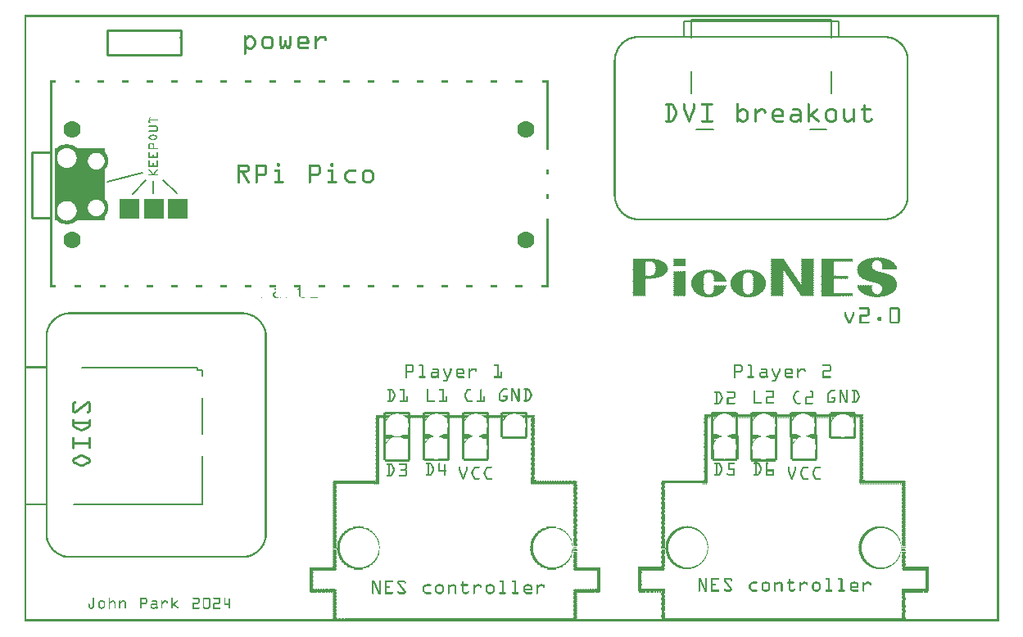
<source format=gto>
G04 MADE WITH FRITZING*
G04 WWW.FRITZING.ORG*
G04 DOUBLE SIDED*
G04 HOLES PLATED*
G04 CONTOUR ON CENTER OF CONTOUR VECTOR*
%ASAXBY*%
%FSLAX23Y23*%
%MOIN*%
%OFA0B0*%
%SFA1.0B1.0*%
%ADD10C,0.070000*%
%ADD11R,0.085497X0.276407X0.065497X0.256407*%
%ADD12C,0.010000*%
%ADD13R,0.082490X0.082490*%
%ADD14C,0.008000*%
%ADD15C,0.005000*%
%ADD16R,0.001000X0.001000*%
%LNSILK1*%
G90*
G70*
G54D10*
X194Y2003D03*
X194Y1555D03*
X2040Y2003D03*
X2040Y1555D03*
G54D12*
X31Y1911D02*
X107Y1911D01*
X107Y1644D01*
X31Y1644D01*
X31Y1911D01*
D02*
G54D13*
X625Y1681D03*
X527Y1681D03*
X429Y1681D03*
G54D14*
X3285Y2449D02*
X3285Y2378D01*
D02*
X3285Y2240D02*
X3285Y2151D01*
D02*
X3265Y2004D02*
X3197Y2004D01*
D02*
X2803Y2004D02*
X2734Y2004D01*
D02*
X3285Y2449D02*
X2714Y2449D01*
D02*
X2714Y2449D02*
X2714Y2378D01*
D02*
X2714Y2240D02*
X2714Y2151D01*
D02*
X2685Y2445D02*
X3315Y2445D01*
D02*
X2685Y2383D02*
X2685Y2445D01*
D02*
X3315Y2383D02*
X3315Y2445D01*
G54D15*
D02*
X726Y999D02*
X726Y1025D01*
D02*
X726Y1025D02*
X706Y1025D01*
D02*
X706Y1025D02*
X706Y1035D01*
D02*
X706Y1035D02*
X236Y1035D01*
D02*
X726Y909D02*
X726Y763D01*
D02*
X726Y675D02*
X726Y476D01*
D02*
X726Y476D02*
X201Y476D01*
G54D12*
D02*
X637Y2408D02*
X337Y2408D01*
D02*
X337Y2408D02*
X337Y2308D01*
D02*
X337Y2308D02*
X637Y2308D01*
D02*
X637Y2308D02*
X637Y2408D01*
G54D15*
D02*
X339Y1791D02*
X480Y1827D01*
D02*
X441Y1741D02*
X494Y1797D01*
D02*
X621Y1742D02*
X564Y1796D01*
D02*
X524Y1742D02*
X524Y1795D01*
G36*
X2769Y832D02*
X2769Y828D01*
X2765Y828D01*
X2765Y825D01*
X2769Y825D01*
X2769Y812D01*
X2765Y812D01*
X2765Y808D01*
X2769Y808D01*
X2769Y795D01*
X2765Y795D01*
X2765Y792D01*
X2769Y792D01*
X2769Y778D01*
X2765Y778D01*
X2765Y775D01*
X2769Y775D01*
X2769Y762D01*
X2765Y762D01*
X2765Y758D01*
X2769Y758D01*
X2769Y745D01*
X2765Y745D01*
X2765Y742D01*
X2769Y742D01*
X2769Y728D01*
X2765Y728D01*
X2765Y725D01*
X2769Y725D01*
X2769Y712D01*
X2765Y712D01*
X2765Y708D01*
X2769Y708D01*
X2769Y695D01*
X2765Y695D01*
X2765Y692D01*
X2769Y692D01*
X2769Y678D01*
X2765Y678D01*
X2765Y675D01*
X2769Y675D01*
X2769Y662D01*
X2765Y662D01*
X2765Y658D01*
X2769Y658D01*
X2769Y645D01*
X2765Y645D01*
X2765Y642D01*
X2769Y642D01*
X2769Y628D01*
X2765Y628D01*
X2765Y625D01*
X2769Y625D01*
X2769Y612D01*
X2765Y612D01*
X2765Y608D01*
X2769Y608D01*
X2769Y595D01*
X2765Y595D01*
X2765Y592D01*
X2769Y592D01*
X2769Y578D01*
X2765Y578D01*
X2765Y575D01*
X2769Y575D01*
X2769Y572D01*
X2782Y572D01*
X2782Y828D01*
X2785Y828D01*
X2785Y832D01*
X2769Y832D01*
G37*
D02*
G36*
X2789Y832D02*
X2789Y828D01*
X2792Y828D01*
X2792Y832D01*
X2789Y832D01*
G37*
D02*
G36*
X2795Y832D02*
X2795Y828D01*
X2799Y828D01*
X2799Y832D01*
X2795Y832D01*
G37*
D02*
G36*
X2802Y832D02*
X2802Y828D01*
X2805Y828D01*
X2805Y832D01*
X2802Y832D01*
G37*
D02*
G36*
X2809Y832D02*
X2809Y828D01*
X2812Y828D01*
X2812Y832D01*
X2809Y832D01*
G37*
D02*
G36*
X2889Y832D02*
X2889Y828D01*
X2892Y828D01*
X2892Y832D01*
X2889Y832D01*
G37*
D02*
G36*
X2895Y832D02*
X2895Y828D01*
X2899Y828D01*
X2899Y832D01*
X2895Y832D01*
G37*
D02*
G36*
X2902Y832D02*
X2902Y828D01*
X2905Y828D01*
X2905Y832D01*
X2902Y832D01*
G37*
D02*
G36*
X2909Y832D02*
X2909Y828D01*
X2912Y828D01*
X2912Y832D01*
X2909Y832D01*
G37*
D02*
G36*
X2915Y832D02*
X2915Y828D01*
X2919Y828D01*
X2919Y832D01*
X2915Y832D01*
G37*
D02*
G36*
X2922Y832D02*
X2922Y828D01*
X2925Y828D01*
X2925Y832D01*
X2922Y832D01*
G37*
D02*
G36*
X2929Y832D02*
X2929Y828D01*
X2932Y828D01*
X2932Y832D01*
X2929Y832D01*
G37*
D02*
G36*
X2935Y832D02*
X2935Y828D01*
X2939Y828D01*
X2939Y832D01*
X2935Y832D01*
G37*
D02*
G36*
X2942Y832D02*
X2942Y828D01*
X2945Y828D01*
X2945Y832D01*
X2942Y832D01*
G37*
D02*
G36*
X2949Y832D02*
X2949Y828D01*
X2952Y828D01*
X2952Y832D01*
X2949Y832D01*
G37*
D02*
G36*
X2955Y832D02*
X2955Y828D01*
X2959Y828D01*
X2959Y832D01*
X2955Y832D01*
G37*
D02*
G36*
X2962Y832D02*
X2962Y828D01*
X2965Y828D01*
X2965Y832D01*
X2962Y832D01*
G37*
D02*
G36*
X2969Y832D02*
X2969Y828D01*
X2972Y828D01*
X2972Y832D01*
X2969Y832D01*
G37*
D02*
G36*
X3049Y832D02*
X3049Y828D01*
X3052Y828D01*
X3052Y832D01*
X3049Y832D01*
G37*
D02*
G36*
X3055Y832D02*
X3055Y828D01*
X3059Y828D01*
X3059Y832D01*
X3055Y832D01*
G37*
D02*
G36*
X3062Y832D02*
X3062Y828D01*
X3065Y828D01*
X3065Y832D01*
X3062Y832D01*
G37*
D02*
G36*
X3069Y832D02*
X3069Y828D01*
X3072Y828D01*
X3072Y832D01*
X3069Y832D01*
G37*
D02*
G36*
X3075Y832D02*
X3075Y828D01*
X3079Y828D01*
X3079Y832D01*
X3075Y832D01*
G37*
D02*
G36*
X3082Y832D02*
X3082Y828D01*
X3085Y828D01*
X3085Y832D01*
X3082Y832D01*
G37*
D02*
G36*
X3089Y832D02*
X3089Y828D01*
X3092Y828D01*
X3092Y832D01*
X3089Y832D01*
G37*
D02*
G36*
X3095Y832D02*
X3095Y828D01*
X3099Y828D01*
X3099Y832D01*
X3095Y832D01*
G37*
D02*
G36*
X3102Y832D02*
X3102Y828D01*
X3105Y828D01*
X3105Y832D01*
X3102Y832D01*
G37*
D02*
G36*
X3109Y832D02*
X3109Y828D01*
X3112Y828D01*
X3112Y832D01*
X3109Y832D01*
G37*
D02*
G36*
X3115Y832D02*
X3115Y828D01*
X3119Y828D01*
X3119Y832D01*
X3115Y832D01*
G37*
D02*
G36*
X3122Y832D02*
X3122Y828D01*
X3125Y828D01*
X3125Y832D01*
X3122Y832D01*
G37*
D02*
G36*
X3129Y832D02*
X3129Y828D01*
X3132Y828D01*
X3132Y832D01*
X3129Y832D01*
G37*
D02*
G36*
X3209Y832D02*
X3209Y828D01*
X3212Y828D01*
X3212Y832D01*
X3209Y832D01*
G37*
D02*
G36*
X3215Y832D02*
X3215Y828D01*
X3219Y828D01*
X3219Y832D01*
X3215Y832D01*
G37*
D02*
G36*
X3222Y832D02*
X3222Y828D01*
X3225Y828D01*
X3225Y832D01*
X3222Y832D01*
G37*
D02*
G36*
X3229Y832D02*
X3229Y828D01*
X3232Y828D01*
X3232Y832D01*
X3229Y832D01*
G37*
D02*
G36*
X3235Y832D02*
X3235Y828D01*
X3239Y828D01*
X3239Y832D01*
X3235Y832D01*
G37*
D02*
G36*
X3242Y832D02*
X3242Y828D01*
X3245Y828D01*
X3245Y832D01*
X3242Y832D01*
G37*
D02*
G36*
X3249Y832D02*
X3249Y828D01*
X3252Y828D01*
X3252Y832D01*
X3249Y832D01*
G37*
D02*
G36*
X3255Y832D02*
X3255Y828D01*
X3259Y828D01*
X3259Y832D01*
X3255Y832D01*
G37*
D02*
G36*
X3262Y832D02*
X3262Y828D01*
X3265Y828D01*
X3265Y832D01*
X3262Y832D01*
G37*
D02*
G36*
X3269Y832D02*
X3269Y828D01*
X3272Y828D01*
X3272Y832D01*
X3269Y832D01*
G37*
D02*
G36*
X3275Y832D02*
X3275Y828D01*
X3279Y828D01*
X3279Y832D01*
X3275Y832D01*
G37*
D02*
G36*
X3282Y832D02*
X3282Y828D01*
X3285Y828D01*
X3285Y832D01*
X3282Y832D01*
G37*
D02*
G36*
X3289Y832D02*
X3289Y828D01*
X3292Y828D01*
X3292Y832D01*
X3289Y832D01*
G37*
D02*
G36*
X3369Y832D02*
X3369Y828D01*
X3372Y828D01*
X3372Y832D01*
X3369Y832D01*
G37*
D02*
G36*
X3375Y832D02*
X3375Y828D01*
X3379Y828D01*
X3379Y832D01*
X3375Y832D01*
G37*
D02*
G36*
X3382Y832D02*
X3382Y828D01*
X3385Y828D01*
X3385Y832D01*
X3382Y832D01*
G37*
D02*
G36*
X3389Y832D02*
X3389Y828D01*
X3392Y828D01*
X3392Y832D01*
X3389Y832D01*
G37*
D02*
G36*
X2595Y575D02*
X2595Y572D01*
X2765Y572D01*
X2765Y575D01*
X2595Y575D01*
G37*
D02*
G36*
X3425Y575D02*
X3425Y572D01*
X3432Y572D01*
X3432Y575D01*
X3425Y575D01*
G37*
D02*
G36*
X3435Y575D02*
X3435Y572D01*
X3442Y572D01*
X3442Y575D01*
X3435Y575D01*
G37*
D02*
G36*
X3445Y575D02*
X3445Y572D01*
X3452Y572D01*
X3452Y575D01*
X3445Y575D01*
G37*
D02*
G36*
X3455Y575D02*
X3455Y572D01*
X3462Y572D01*
X3462Y575D01*
X3455Y575D01*
G37*
D02*
G36*
X3465Y575D02*
X3465Y572D01*
X3472Y572D01*
X3472Y575D01*
X3465Y575D01*
G37*
D02*
G36*
X3475Y575D02*
X3475Y572D01*
X3482Y572D01*
X3482Y575D01*
X3475Y575D01*
G37*
D02*
G36*
X3485Y575D02*
X3485Y572D01*
X3492Y572D01*
X3492Y575D01*
X3485Y575D01*
G37*
D02*
G36*
X3495Y575D02*
X3495Y572D01*
X3502Y572D01*
X3502Y575D01*
X3495Y575D01*
G37*
D02*
G36*
X3505Y575D02*
X3505Y572D01*
X3512Y572D01*
X3512Y575D01*
X3505Y575D01*
G37*
D02*
G36*
X3515Y575D02*
X3515Y572D01*
X3522Y572D01*
X3522Y575D01*
X3515Y575D01*
G37*
D02*
G36*
X3525Y575D02*
X3525Y572D01*
X3535Y572D01*
X3535Y575D01*
X3525Y575D01*
G37*
D02*
G36*
X3539Y575D02*
X3539Y572D01*
X3549Y572D01*
X3549Y575D01*
X3539Y575D01*
G37*
D02*
G36*
X3552Y575D02*
X3552Y572D01*
X3565Y572D01*
X3565Y575D01*
X3552Y575D01*
G37*
D02*
G36*
X3569Y575D02*
X3569Y572D01*
X3582Y572D01*
X3582Y575D01*
X3569Y575D01*
G37*
D02*
G36*
X2595Y572D02*
X2595Y568D01*
X2782Y568D01*
X2782Y572D01*
X2595Y572D01*
G37*
D02*
G36*
X2595Y572D02*
X2595Y568D01*
X2782Y568D01*
X2782Y572D01*
X2595Y572D01*
G37*
D02*
G36*
X3399Y572D02*
X3399Y568D01*
X3585Y568D01*
X3585Y572D01*
X3399Y572D01*
G37*
D02*
G36*
X3399Y572D02*
X3399Y568D01*
X3585Y568D01*
X3585Y572D01*
X3399Y572D01*
G37*
D02*
G36*
X3399Y572D02*
X3399Y568D01*
X3585Y568D01*
X3585Y572D01*
X3399Y572D01*
G37*
D02*
G36*
X3399Y572D02*
X3399Y568D01*
X3585Y568D01*
X3585Y572D01*
X3399Y572D01*
G37*
D02*
G36*
X3399Y572D02*
X3399Y568D01*
X3585Y568D01*
X3585Y572D01*
X3399Y572D01*
G37*
D02*
G36*
X3399Y572D02*
X3399Y568D01*
X3585Y568D01*
X3585Y572D01*
X3399Y572D01*
G37*
D02*
G36*
X3399Y572D02*
X3399Y568D01*
X3585Y568D01*
X3585Y572D01*
X3399Y572D01*
G37*
D02*
G36*
X3399Y572D02*
X3399Y568D01*
X3585Y568D01*
X3585Y572D01*
X3399Y572D01*
G37*
D02*
G36*
X3399Y572D02*
X3399Y568D01*
X3585Y568D01*
X3585Y572D01*
X3399Y572D01*
G37*
D02*
G36*
X3399Y572D02*
X3399Y568D01*
X3585Y568D01*
X3585Y572D01*
X3399Y572D01*
G37*
D02*
G36*
X3399Y572D02*
X3399Y568D01*
X3585Y568D01*
X3585Y572D01*
X3399Y572D01*
G37*
D02*
G36*
X3399Y572D02*
X3399Y568D01*
X3585Y568D01*
X3585Y572D01*
X3399Y572D01*
G37*
D02*
G36*
X3399Y572D02*
X3399Y568D01*
X3585Y568D01*
X3585Y572D01*
X3399Y572D01*
G37*
D02*
G36*
X3399Y572D02*
X3399Y568D01*
X3585Y568D01*
X3585Y572D01*
X3399Y572D01*
G37*
D02*
G36*
X3399Y572D02*
X3399Y568D01*
X3585Y568D01*
X3585Y572D01*
X3399Y572D01*
G37*
D02*
G36*
X2592Y568D02*
X2592Y565D01*
X2595Y565D01*
X2595Y562D01*
X2775Y562D01*
X2775Y558D01*
X2779Y558D01*
X2779Y562D01*
X2782Y562D01*
X2782Y568D01*
X2592Y568D01*
G37*
D02*
G36*
X2592Y562D02*
X2592Y558D01*
X2595Y558D01*
X2595Y555D01*
X2592Y555D01*
X2592Y552D01*
X2595Y552D01*
X2595Y548D01*
X2592Y548D01*
X2592Y545D01*
X2595Y545D01*
X2595Y542D01*
X2592Y542D01*
X2592Y538D01*
X2595Y538D01*
X2595Y535D01*
X2592Y535D01*
X2592Y532D01*
X2595Y532D01*
X2595Y528D01*
X2592Y528D01*
X2592Y525D01*
X2595Y525D01*
X2595Y522D01*
X2592Y522D01*
X2592Y518D01*
X2595Y518D01*
X2595Y515D01*
X2592Y515D01*
X2592Y512D01*
X2595Y512D01*
X2595Y508D01*
X2592Y508D01*
X2592Y505D01*
X2595Y505D01*
X2595Y502D01*
X2592Y502D01*
X2592Y498D01*
X2595Y498D01*
X2595Y495D01*
X2592Y495D01*
X2592Y492D01*
X2595Y492D01*
X2595Y488D01*
X2592Y488D01*
X2592Y485D01*
X2595Y485D01*
X2595Y482D01*
X2592Y482D01*
X2592Y478D01*
X2595Y478D01*
X2595Y475D01*
X2592Y475D01*
X2592Y472D01*
X2595Y472D01*
X2595Y468D01*
X2592Y468D01*
X2592Y465D01*
X2595Y465D01*
X2595Y462D01*
X2592Y462D01*
X2592Y458D01*
X2595Y458D01*
X2595Y455D01*
X2592Y455D01*
X2592Y452D01*
X2595Y452D01*
X2595Y448D01*
X2592Y448D01*
X2592Y445D01*
X2595Y445D01*
X2595Y442D01*
X2592Y442D01*
X2592Y438D01*
X2595Y438D01*
X2595Y435D01*
X2592Y435D01*
X2592Y432D01*
X2595Y432D01*
X2595Y428D01*
X2592Y428D01*
X2592Y425D01*
X2595Y425D01*
X2595Y422D01*
X2592Y422D01*
X2592Y418D01*
X2595Y418D01*
X2595Y415D01*
X2592Y415D01*
X2592Y412D01*
X2595Y412D01*
X2595Y408D01*
X2592Y408D01*
X2592Y405D01*
X2595Y405D01*
X2595Y402D01*
X2592Y402D01*
X2592Y398D01*
X2595Y398D01*
X2595Y395D01*
X2592Y395D01*
X2592Y392D01*
X2595Y392D01*
X2595Y388D01*
X2592Y388D01*
X2592Y385D01*
X2595Y385D01*
X2595Y382D01*
X2592Y382D01*
X2592Y378D01*
X2595Y378D01*
X2595Y375D01*
X2592Y375D01*
X2592Y372D01*
X2595Y372D01*
X2595Y368D01*
X2592Y368D01*
X2592Y365D01*
X2595Y365D01*
X2595Y362D01*
X2592Y362D01*
X2592Y358D01*
X2595Y358D01*
X2595Y355D01*
X2592Y355D01*
X2592Y352D01*
X2595Y352D01*
X2595Y348D01*
X2592Y348D01*
X2592Y345D01*
X2595Y345D01*
X2595Y342D01*
X2592Y342D01*
X2592Y338D01*
X2595Y338D01*
X2595Y335D01*
X2592Y335D01*
X2592Y332D01*
X2595Y332D01*
X2595Y328D01*
X2592Y328D01*
X2592Y325D01*
X2595Y325D01*
X2595Y322D01*
X2592Y322D01*
X2592Y318D01*
X2595Y318D01*
X2595Y315D01*
X2592Y315D01*
X2592Y312D01*
X2595Y312D01*
X2595Y308D01*
X2592Y308D01*
X2592Y305D01*
X2595Y305D01*
X2595Y302D01*
X2592Y302D01*
X2592Y298D01*
X2609Y298D01*
X2609Y322D01*
X2605Y322D01*
X2605Y325D01*
X2609Y325D01*
X2609Y338D01*
X2605Y338D01*
X2605Y342D01*
X2609Y342D01*
X2609Y355D01*
X2605Y355D01*
X2605Y358D01*
X2609Y358D01*
X2609Y372D01*
X2605Y372D01*
X2605Y375D01*
X2609Y375D01*
X2609Y388D01*
X2605Y388D01*
X2605Y392D01*
X2609Y392D01*
X2609Y405D01*
X2605Y405D01*
X2605Y408D01*
X2609Y408D01*
X2609Y422D01*
X2605Y422D01*
X2605Y425D01*
X2609Y425D01*
X2609Y438D01*
X2605Y438D01*
X2605Y442D01*
X2609Y442D01*
X2609Y455D01*
X2605Y455D01*
X2605Y458D01*
X2609Y458D01*
X2609Y472D01*
X2605Y472D01*
X2605Y475D01*
X2609Y475D01*
X2609Y488D01*
X2605Y488D01*
X2605Y492D01*
X2609Y492D01*
X2609Y505D01*
X2605Y505D01*
X2605Y508D01*
X2609Y508D01*
X2609Y522D01*
X2605Y522D01*
X2605Y525D01*
X2609Y525D01*
X2609Y538D01*
X2605Y538D01*
X2605Y542D01*
X2609Y542D01*
X2609Y555D01*
X2605Y555D01*
X2605Y558D01*
X2609Y558D01*
X2609Y562D01*
X2592Y562D01*
G37*
D02*
G36*
X2762Y562D02*
X2762Y558D01*
X2765Y558D01*
X2765Y562D01*
X2762Y562D01*
G37*
D02*
G36*
X2769Y562D02*
X2769Y558D01*
X2772Y558D01*
X2772Y562D01*
X2769Y562D01*
G37*
D02*
G36*
X3402Y562D02*
X3402Y558D01*
X3405Y558D01*
X3405Y562D01*
X3402Y562D01*
G37*
D02*
G36*
X3409Y562D02*
X3409Y558D01*
X3412Y558D01*
X3412Y562D01*
X3409Y562D01*
G37*
D02*
G36*
X3415Y562D02*
X3415Y558D01*
X3419Y558D01*
X3419Y562D01*
X3415Y562D01*
G37*
D02*
G36*
X3422Y562D02*
X3422Y558D01*
X3425Y558D01*
X3425Y562D01*
X3422Y562D01*
G37*
D02*
G36*
X3429Y562D02*
X3429Y558D01*
X3432Y558D01*
X3432Y562D01*
X3429Y562D01*
G37*
D02*
G36*
X3435Y562D02*
X3435Y558D01*
X3439Y558D01*
X3439Y562D01*
X3435Y562D01*
G37*
D02*
G36*
X3442Y562D02*
X3442Y558D01*
X3445Y558D01*
X3445Y562D01*
X3442Y562D01*
G37*
D02*
G36*
X3449Y562D02*
X3449Y558D01*
X3452Y558D01*
X3452Y562D01*
X3449Y562D01*
G37*
D02*
G36*
X3455Y562D02*
X3455Y558D01*
X3459Y558D01*
X3459Y562D01*
X3455Y562D01*
G37*
D02*
G36*
X3462Y562D02*
X3462Y558D01*
X3465Y558D01*
X3465Y562D01*
X3462Y562D01*
G37*
D02*
G36*
X3469Y562D02*
X3469Y558D01*
X3472Y558D01*
X3472Y562D01*
X3469Y562D01*
G37*
D02*
G36*
X3475Y562D02*
X3475Y558D01*
X3479Y558D01*
X3479Y562D01*
X3475Y562D01*
G37*
D02*
G36*
X3482Y562D02*
X3482Y558D01*
X3485Y558D01*
X3485Y562D01*
X3482Y562D01*
G37*
D02*
G36*
X3489Y562D02*
X3489Y558D01*
X3492Y558D01*
X3492Y562D01*
X3489Y562D01*
G37*
D02*
G36*
X3495Y562D02*
X3495Y558D01*
X3499Y558D01*
X3499Y562D01*
X3495Y562D01*
G37*
D02*
G36*
X3502Y562D02*
X3502Y558D01*
X3505Y558D01*
X3505Y562D01*
X3502Y562D01*
G37*
D02*
G36*
X3509Y562D02*
X3509Y558D01*
X3512Y558D01*
X3512Y562D01*
X3509Y562D01*
G37*
D02*
G36*
X3515Y562D02*
X3515Y558D01*
X3519Y558D01*
X3519Y562D01*
X3515Y562D01*
G37*
D02*
G36*
X3522Y562D02*
X3522Y558D01*
X3525Y558D01*
X3525Y562D01*
X3522Y562D01*
G37*
D02*
G36*
X3529Y562D02*
X3529Y558D01*
X3532Y558D01*
X3532Y562D01*
X3529Y562D01*
G37*
D02*
G36*
X3535Y562D02*
X3535Y558D01*
X3539Y558D01*
X3539Y562D01*
X3535Y562D01*
G37*
D02*
G36*
X3542Y562D02*
X3542Y558D01*
X3545Y558D01*
X3545Y562D01*
X3542Y562D01*
G37*
D02*
G36*
X3549Y562D02*
X3549Y558D01*
X3552Y558D01*
X3552Y562D01*
X3549Y562D01*
G37*
D02*
G36*
X3555Y562D02*
X3555Y558D01*
X3559Y558D01*
X3559Y562D01*
X3555Y562D01*
G37*
D02*
G36*
X3565Y562D02*
X3565Y558D01*
X3569Y558D01*
X3569Y562D01*
X3565Y562D01*
G37*
D02*
G36*
X3572Y305D02*
X3572Y302D01*
X3585Y302D01*
X3585Y305D01*
X3572Y305D01*
G37*
D02*
G36*
X3572Y298D02*
X3572Y295D01*
X3575Y295D01*
X3575Y292D01*
X3589Y292D01*
X3589Y295D01*
X3585Y295D01*
X3585Y298D01*
X3572Y298D01*
G37*
D02*
G36*
X2592Y295D02*
X2592Y292D01*
X2605Y292D01*
X2605Y295D01*
X2592Y295D01*
G37*
D02*
G36*
X2595Y292D02*
X2595Y288D01*
X2592Y288D01*
X2592Y285D01*
X2595Y285D01*
X2595Y282D01*
X2592Y282D01*
X2592Y278D01*
X2595Y278D01*
X2595Y275D01*
X2592Y275D01*
X2592Y272D01*
X2595Y272D01*
X2595Y268D01*
X2592Y268D01*
X2592Y265D01*
X2595Y265D01*
X2595Y262D01*
X2592Y262D01*
X2592Y258D01*
X2595Y258D01*
X2595Y255D01*
X2592Y255D01*
X2592Y252D01*
X2595Y252D01*
X2595Y248D01*
X2592Y248D01*
X2592Y245D01*
X2595Y245D01*
X2595Y242D01*
X2592Y242D01*
X2592Y238D01*
X2595Y238D01*
X2595Y235D01*
X2592Y235D01*
X2592Y232D01*
X2595Y232D01*
X2595Y228D01*
X2592Y228D01*
X2592Y222D01*
X2499Y222D01*
X2499Y132D01*
X2519Y132D01*
X2519Y135D01*
X2512Y135D01*
X2512Y148D01*
X2515Y148D01*
X2515Y152D01*
X2512Y152D01*
X2512Y165D01*
X2515Y165D01*
X2515Y168D01*
X2512Y168D01*
X2512Y182D01*
X2515Y182D01*
X2515Y185D01*
X2512Y185D01*
X2512Y198D01*
X2515Y198D01*
X2515Y202D01*
X2512Y202D01*
X2512Y208D01*
X2605Y208D01*
X2605Y212D01*
X2609Y212D01*
X2609Y218D01*
X2605Y218D01*
X2605Y222D01*
X2609Y222D01*
X2609Y235D01*
X2605Y235D01*
X2605Y238D01*
X2609Y238D01*
X2609Y252D01*
X2605Y252D01*
X2605Y255D01*
X2609Y255D01*
X2609Y268D01*
X2605Y268D01*
X2605Y272D01*
X2609Y272D01*
X2609Y292D01*
X2595Y292D01*
G37*
D02*
G36*
X3572Y292D02*
X3572Y288D01*
X3585Y288D01*
X3585Y292D01*
X3572Y292D01*
G37*
D02*
G36*
X3572Y285D02*
X3572Y278D01*
X3575Y278D01*
X3575Y275D01*
X3572Y275D01*
X3572Y258D01*
X3575Y258D01*
X3575Y255D01*
X3572Y255D01*
X3572Y238D01*
X3575Y238D01*
X3575Y235D01*
X3572Y235D01*
X3572Y222D01*
X3575Y222D01*
X3575Y218D01*
X3572Y218D01*
X3572Y212D01*
X3575Y212D01*
X3575Y208D01*
X3669Y208D01*
X3669Y135D01*
X3659Y135D01*
X3659Y132D01*
X3682Y132D01*
X3682Y222D01*
X3589Y222D01*
X3589Y225D01*
X3585Y225D01*
X3585Y228D01*
X3589Y228D01*
X3589Y232D01*
X3585Y232D01*
X3585Y235D01*
X3589Y235D01*
X3589Y238D01*
X3585Y238D01*
X3585Y245D01*
X3589Y245D01*
X3589Y248D01*
X3585Y248D01*
X3585Y252D01*
X3589Y252D01*
X3589Y255D01*
X3585Y255D01*
X3585Y258D01*
X3589Y258D01*
X3589Y262D01*
X3585Y262D01*
X3585Y265D01*
X3589Y265D01*
X3589Y268D01*
X3585Y268D01*
X3585Y272D01*
X3589Y272D01*
X3589Y275D01*
X3585Y275D01*
X3585Y278D01*
X3589Y278D01*
X3589Y282D01*
X3585Y282D01*
X3585Y285D01*
X3572Y285D01*
G37*
D02*
G36*
X2522Y135D02*
X2522Y132D01*
X2529Y132D01*
X2529Y135D01*
X2522Y135D01*
G37*
D02*
G36*
X2532Y135D02*
X2532Y132D01*
X2539Y132D01*
X2539Y135D01*
X2532Y135D01*
G37*
D02*
G36*
X2542Y135D02*
X2542Y132D01*
X2549Y132D01*
X2549Y135D01*
X2542Y135D01*
G37*
D02*
G36*
X2552Y135D02*
X2552Y132D01*
X2559Y132D01*
X2559Y135D01*
X2552Y135D01*
G37*
D02*
G36*
X2562Y135D02*
X2562Y132D01*
X2575Y132D01*
X2575Y135D01*
X2562Y135D01*
G37*
D02*
G36*
X2579Y135D02*
X2579Y132D01*
X2602Y132D01*
X2602Y135D01*
X2579Y135D01*
G37*
D02*
G36*
X3579Y135D02*
X3579Y132D01*
X3582Y132D01*
X3582Y135D01*
X3579Y135D01*
G37*
D02*
G36*
X3585Y135D02*
X3585Y132D01*
X3589Y132D01*
X3589Y135D01*
X3585Y135D01*
G37*
D02*
G36*
X3592Y135D02*
X3592Y132D01*
X3595Y132D01*
X3595Y135D01*
X3592Y135D01*
G37*
D02*
G36*
X3599Y135D02*
X3599Y132D01*
X3602Y132D01*
X3602Y135D01*
X3599Y135D01*
G37*
D02*
G36*
X3605Y135D02*
X3605Y132D01*
X3609Y132D01*
X3609Y135D01*
X3605Y135D01*
G37*
D02*
G36*
X3612Y135D02*
X3612Y132D01*
X3615Y132D01*
X3615Y135D01*
X3612Y135D01*
G37*
D02*
G36*
X3619Y135D02*
X3619Y132D01*
X3622Y132D01*
X3622Y135D01*
X3619Y135D01*
G37*
D02*
G36*
X3625Y135D02*
X3625Y132D01*
X3629Y132D01*
X3629Y135D01*
X3625Y135D01*
G37*
D02*
G36*
X3632Y135D02*
X3632Y132D01*
X3635Y132D01*
X3635Y135D01*
X3632Y135D01*
G37*
D02*
G36*
X3639Y135D02*
X3639Y132D01*
X3645Y132D01*
X3645Y135D01*
X3639Y135D01*
G37*
D02*
G36*
X3649Y135D02*
X3649Y132D01*
X3655Y132D01*
X3655Y135D01*
X3649Y135D01*
G37*
D02*
G36*
X2499Y132D02*
X2499Y128D01*
X2609Y128D01*
X2609Y132D01*
X2499Y132D01*
G37*
D02*
G36*
X2499Y132D02*
X2499Y128D01*
X2609Y128D01*
X2609Y132D01*
X2499Y132D01*
G37*
D02*
G36*
X2499Y132D02*
X2499Y128D01*
X2609Y128D01*
X2609Y132D01*
X2499Y132D01*
G37*
D02*
G36*
X2499Y132D02*
X2499Y128D01*
X2609Y128D01*
X2609Y132D01*
X2499Y132D01*
G37*
D02*
G36*
X2499Y132D02*
X2499Y128D01*
X2609Y128D01*
X2609Y132D01*
X2499Y132D01*
G37*
D02*
G36*
X2499Y132D02*
X2499Y128D01*
X2609Y128D01*
X2609Y132D01*
X2499Y132D01*
G37*
D02*
G36*
X2499Y132D02*
X2499Y128D01*
X2609Y128D01*
X2609Y132D01*
X2499Y132D01*
G37*
D02*
G36*
X3572Y132D02*
X3572Y128D01*
X3682Y128D01*
X3682Y132D01*
X3572Y132D01*
G37*
D02*
G36*
X3572Y132D02*
X3572Y128D01*
X3682Y128D01*
X3682Y132D01*
X3572Y132D01*
G37*
D02*
G36*
X3572Y132D02*
X3572Y128D01*
X3682Y128D01*
X3682Y132D01*
X3572Y132D01*
G37*
D02*
G36*
X3572Y132D02*
X3572Y128D01*
X3682Y128D01*
X3682Y132D01*
X3572Y132D01*
G37*
D02*
G36*
X3572Y132D02*
X3572Y128D01*
X3682Y128D01*
X3682Y132D01*
X3572Y132D01*
G37*
D02*
G36*
X3572Y132D02*
X3572Y128D01*
X3682Y128D01*
X3682Y132D01*
X3572Y132D01*
G37*
D02*
G36*
X3572Y132D02*
X3572Y128D01*
X3682Y128D01*
X3682Y132D01*
X3572Y132D01*
G37*
D02*
G36*
X3572Y132D02*
X3572Y128D01*
X3682Y128D01*
X3682Y132D01*
X3572Y132D01*
G37*
D02*
G36*
X3572Y132D02*
X3572Y128D01*
X3682Y128D01*
X3682Y132D01*
X3572Y132D01*
G37*
D02*
G36*
X3572Y132D02*
X3572Y128D01*
X3682Y128D01*
X3682Y132D01*
X3572Y132D01*
G37*
D02*
G36*
X3572Y132D02*
X3572Y128D01*
X3682Y128D01*
X3682Y132D01*
X3572Y132D01*
G37*
D02*
G36*
X3572Y132D02*
X3572Y128D01*
X3682Y128D01*
X3682Y132D01*
X3572Y132D01*
G37*
D02*
G36*
X2499Y128D02*
X2499Y122D01*
X2595Y122D01*
X2595Y118D01*
X2609Y118D01*
X2609Y122D01*
X2605Y122D01*
X2605Y125D01*
X2609Y125D01*
X2609Y128D01*
X2499Y128D01*
G37*
D02*
G36*
X3572Y128D02*
X3572Y125D01*
X3575Y125D01*
X3575Y122D01*
X3662Y122D01*
X3662Y118D01*
X3679Y118D01*
X3679Y122D01*
X3682Y122D01*
X3682Y128D01*
X3572Y128D01*
G37*
D02*
G36*
X2502Y122D02*
X2502Y118D01*
X2529Y118D01*
X2529Y122D01*
X2502Y122D01*
G37*
D02*
G36*
X2532Y122D02*
X2532Y118D01*
X2545Y118D01*
X2545Y122D01*
X2532Y122D01*
G37*
D02*
G36*
X2549Y122D02*
X2549Y118D01*
X2562Y118D01*
X2562Y122D01*
X2549Y122D01*
G37*
D02*
G36*
X2565Y122D02*
X2565Y118D01*
X2572Y118D01*
X2572Y122D01*
X2565Y122D01*
G37*
D02*
G36*
X2575Y122D02*
X2575Y118D01*
X2582Y118D01*
X2582Y122D01*
X2575Y122D01*
G37*
D02*
G36*
X2585Y122D02*
X2585Y118D01*
X2592Y118D01*
X2592Y122D01*
X2585Y122D01*
G37*
D02*
G36*
X3572Y122D02*
X3572Y108D01*
X3575Y108D01*
X3575Y105D01*
X3572Y105D01*
X3572Y92D01*
X3575Y92D01*
X3575Y88D01*
X3572Y88D01*
X3572Y75D01*
X3575Y75D01*
X3575Y72D01*
X3572Y72D01*
X3572Y58D01*
X3575Y58D01*
X3575Y55D01*
X3572Y55D01*
X3572Y42D01*
X3575Y42D01*
X3575Y38D01*
X3572Y38D01*
X3572Y25D01*
X3575Y25D01*
X3575Y22D01*
X3572Y22D01*
X3572Y15D01*
X2642Y15D01*
X2642Y12D01*
X3585Y12D01*
X3585Y15D01*
X3589Y15D01*
X3589Y18D01*
X3585Y18D01*
X3585Y22D01*
X3589Y22D01*
X3589Y25D01*
X3585Y25D01*
X3585Y32D01*
X3589Y32D01*
X3589Y35D01*
X3585Y35D01*
X3585Y38D01*
X3589Y38D01*
X3589Y42D01*
X3585Y42D01*
X3585Y45D01*
X3589Y45D01*
X3589Y48D01*
X3585Y48D01*
X3585Y52D01*
X3589Y52D01*
X3589Y55D01*
X3585Y55D01*
X3585Y58D01*
X3589Y58D01*
X3589Y62D01*
X3585Y62D01*
X3585Y65D01*
X3589Y65D01*
X3589Y68D01*
X3585Y68D01*
X3585Y72D01*
X3589Y72D01*
X3589Y75D01*
X3585Y75D01*
X3585Y82D01*
X3589Y82D01*
X3589Y85D01*
X3585Y85D01*
X3585Y88D01*
X3589Y88D01*
X3589Y92D01*
X3585Y92D01*
X3585Y95D01*
X3589Y95D01*
X3589Y98D01*
X3585Y98D01*
X3585Y102D01*
X3589Y102D01*
X3589Y105D01*
X3585Y105D01*
X3585Y112D01*
X3589Y112D01*
X3589Y115D01*
X3585Y115D01*
X3585Y118D01*
X3659Y118D01*
X3659Y122D01*
X3572Y122D01*
G37*
D02*
G36*
X2592Y118D02*
X2592Y115D01*
X2595Y115D01*
X2595Y112D01*
X2592Y112D01*
X2592Y108D01*
X2595Y108D01*
X2595Y105D01*
X2592Y105D01*
X2592Y102D01*
X2595Y102D01*
X2595Y98D01*
X2592Y98D01*
X2592Y95D01*
X2595Y95D01*
X2595Y92D01*
X2592Y92D01*
X2592Y88D01*
X2595Y88D01*
X2595Y85D01*
X2592Y85D01*
X2592Y82D01*
X2595Y82D01*
X2595Y78D01*
X2592Y78D01*
X2592Y75D01*
X2595Y75D01*
X2595Y72D01*
X2592Y72D01*
X2592Y68D01*
X2595Y68D01*
X2595Y65D01*
X2592Y65D01*
X2592Y62D01*
X2595Y62D01*
X2595Y58D01*
X2592Y58D01*
X2592Y55D01*
X2595Y55D01*
X2595Y52D01*
X2592Y52D01*
X2592Y48D01*
X2595Y48D01*
X2595Y45D01*
X2592Y45D01*
X2592Y42D01*
X2595Y42D01*
X2595Y35D01*
X2592Y35D01*
X2592Y32D01*
X2595Y32D01*
X2595Y28D01*
X2592Y28D01*
X2592Y25D01*
X2595Y25D01*
X2595Y22D01*
X2592Y22D01*
X2592Y18D01*
X2595Y18D01*
X2595Y15D01*
X2592Y15D01*
X2592Y12D01*
X2612Y12D01*
X2612Y15D01*
X2609Y15D01*
X2609Y22D01*
X2605Y22D01*
X2605Y25D01*
X2609Y25D01*
X2609Y38D01*
X2605Y38D01*
X2605Y42D01*
X2609Y42D01*
X2609Y52D01*
X2605Y52D01*
X2605Y55D01*
X2609Y55D01*
X2609Y65D01*
X2605Y65D01*
X2605Y68D01*
X2609Y68D01*
X2609Y82D01*
X2605Y82D01*
X2605Y85D01*
X2609Y85D01*
X2609Y95D01*
X2605Y95D01*
X2605Y98D01*
X2609Y98D01*
X2609Y108D01*
X2605Y108D01*
X2605Y112D01*
X2609Y112D01*
X2609Y118D01*
X2592Y118D01*
G37*
D02*
G36*
X2615Y15D02*
X2615Y12D01*
X2625Y12D01*
X2625Y15D01*
X2615Y15D01*
G37*
D02*
G36*
X2629Y15D02*
X2629Y12D01*
X2639Y12D01*
X2639Y15D01*
X2629Y15D01*
G37*
D02*
G36*
X2595Y12D02*
X2595Y8D01*
X3589Y8D01*
X3589Y12D01*
X2595Y12D01*
G37*
D02*
G36*
X2595Y12D02*
X2595Y8D01*
X3589Y8D01*
X3589Y12D01*
X2595Y12D01*
G37*
D02*
G36*
X2595Y12D02*
X2595Y8D01*
X3589Y8D01*
X3589Y12D01*
X2595Y12D01*
G37*
D02*
G36*
X2595Y12D02*
X2595Y8D01*
X3589Y8D01*
X3589Y12D01*
X2595Y12D01*
G37*
D02*
G36*
X1430Y831D02*
X1430Y828D01*
X1427Y828D01*
X1427Y825D01*
X1430Y825D01*
X1430Y811D01*
X1427Y811D01*
X1427Y808D01*
X1430Y808D01*
X1430Y795D01*
X1427Y795D01*
X1427Y791D01*
X1430Y791D01*
X1430Y778D01*
X1427Y778D01*
X1427Y775D01*
X1430Y775D01*
X1430Y761D01*
X1427Y761D01*
X1427Y758D01*
X1430Y758D01*
X1430Y745D01*
X1427Y745D01*
X1427Y741D01*
X1430Y741D01*
X1430Y728D01*
X1427Y728D01*
X1427Y725D01*
X1430Y725D01*
X1430Y711D01*
X1427Y711D01*
X1427Y708D01*
X1430Y708D01*
X1430Y695D01*
X1427Y695D01*
X1427Y691D01*
X1430Y691D01*
X1430Y678D01*
X1427Y678D01*
X1427Y675D01*
X1430Y675D01*
X1430Y661D01*
X1427Y661D01*
X1427Y658D01*
X1430Y658D01*
X1430Y645D01*
X1427Y645D01*
X1427Y641D01*
X1430Y641D01*
X1430Y628D01*
X1427Y628D01*
X1427Y625D01*
X1430Y625D01*
X1430Y611D01*
X1427Y611D01*
X1427Y608D01*
X1430Y608D01*
X1430Y595D01*
X1427Y595D01*
X1427Y591D01*
X1430Y591D01*
X1430Y578D01*
X1427Y578D01*
X1427Y575D01*
X1430Y575D01*
X1430Y571D01*
X1444Y571D01*
X1444Y828D01*
X1447Y828D01*
X1447Y831D01*
X1430Y831D01*
G37*
D02*
G36*
X1450Y831D02*
X1450Y828D01*
X1454Y828D01*
X1454Y831D01*
X1450Y831D01*
G37*
D02*
G36*
X1457Y831D02*
X1457Y828D01*
X1460Y828D01*
X1460Y831D01*
X1457Y831D01*
G37*
D02*
G36*
X1464Y831D02*
X1464Y828D01*
X1467Y828D01*
X1467Y831D01*
X1464Y831D01*
G37*
D02*
G36*
X1470Y831D02*
X1470Y828D01*
X1474Y828D01*
X1474Y831D01*
X1470Y831D01*
G37*
D02*
G36*
X1477Y831D02*
X1477Y828D01*
X1480Y828D01*
X1480Y831D01*
X1477Y831D01*
G37*
D02*
G36*
X1557Y831D02*
X1557Y828D01*
X1560Y828D01*
X1560Y831D01*
X1557Y831D01*
G37*
D02*
G36*
X1564Y831D02*
X1564Y828D01*
X1567Y828D01*
X1567Y831D01*
X1564Y831D01*
G37*
D02*
G36*
X1570Y831D02*
X1570Y828D01*
X1574Y828D01*
X1574Y831D01*
X1570Y831D01*
G37*
D02*
G36*
X1577Y831D02*
X1577Y828D01*
X1580Y828D01*
X1580Y831D01*
X1577Y831D01*
G37*
D02*
G36*
X1584Y831D02*
X1584Y828D01*
X1587Y828D01*
X1587Y831D01*
X1584Y831D01*
G37*
D02*
G36*
X1590Y831D02*
X1590Y828D01*
X1594Y828D01*
X1594Y831D01*
X1590Y831D01*
G37*
D02*
G36*
X1597Y831D02*
X1597Y828D01*
X1600Y828D01*
X1600Y831D01*
X1597Y831D01*
G37*
D02*
G36*
X1604Y831D02*
X1604Y828D01*
X1607Y828D01*
X1607Y831D01*
X1604Y831D01*
G37*
D02*
G36*
X1610Y831D02*
X1610Y828D01*
X1614Y828D01*
X1614Y831D01*
X1610Y831D01*
G37*
D02*
G36*
X1617Y831D02*
X1617Y828D01*
X1620Y828D01*
X1620Y831D01*
X1617Y831D01*
G37*
D02*
G36*
X1624Y831D02*
X1624Y828D01*
X1627Y828D01*
X1627Y831D01*
X1624Y831D01*
G37*
D02*
G36*
X1630Y831D02*
X1630Y828D01*
X1634Y828D01*
X1634Y831D01*
X1630Y831D01*
G37*
D02*
G36*
X1637Y831D02*
X1637Y828D01*
X1640Y828D01*
X1640Y831D01*
X1637Y831D01*
G37*
D02*
G36*
X1717Y831D02*
X1717Y828D01*
X1720Y828D01*
X1720Y831D01*
X1717Y831D01*
G37*
D02*
G36*
X1724Y831D02*
X1724Y828D01*
X1727Y828D01*
X1727Y831D01*
X1724Y831D01*
G37*
D02*
G36*
X1730Y831D02*
X1730Y828D01*
X1734Y828D01*
X1734Y831D01*
X1730Y831D01*
G37*
D02*
G36*
X1737Y831D02*
X1737Y828D01*
X1740Y828D01*
X1740Y831D01*
X1737Y831D01*
G37*
D02*
G36*
X1744Y831D02*
X1744Y828D01*
X1747Y828D01*
X1747Y831D01*
X1744Y831D01*
G37*
D02*
G36*
X1750Y831D02*
X1750Y828D01*
X1754Y828D01*
X1754Y831D01*
X1750Y831D01*
G37*
D02*
G36*
X1757Y831D02*
X1757Y828D01*
X1760Y828D01*
X1760Y831D01*
X1757Y831D01*
G37*
D02*
G36*
X1764Y831D02*
X1764Y828D01*
X1767Y828D01*
X1767Y831D01*
X1764Y831D01*
G37*
D02*
G36*
X1770Y831D02*
X1770Y828D01*
X1774Y828D01*
X1774Y831D01*
X1770Y831D01*
G37*
D02*
G36*
X1777Y831D02*
X1777Y828D01*
X1780Y828D01*
X1780Y831D01*
X1777Y831D01*
G37*
D02*
G36*
X1784Y831D02*
X1784Y828D01*
X1787Y828D01*
X1787Y831D01*
X1784Y831D01*
G37*
D02*
G36*
X1790Y831D02*
X1790Y828D01*
X1794Y828D01*
X1794Y831D01*
X1790Y831D01*
G37*
D02*
G36*
X1797Y831D02*
X1797Y828D01*
X1800Y828D01*
X1800Y831D01*
X1797Y831D01*
G37*
D02*
G36*
X1877Y831D02*
X1877Y828D01*
X1880Y828D01*
X1880Y831D01*
X1877Y831D01*
G37*
D02*
G36*
X1884Y831D02*
X1884Y828D01*
X1887Y828D01*
X1887Y831D01*
X1884Y831D01*
G37*
D02*
G36*
X1890Y831D02*
X1890Y828D01*
X1894Y828D01*
X1894Y831D01*
X1890Y831D01*
G37*
D02*
G36*
X1897Y831D02*
X1897Y828D01*
X1900Y828D01*
X1900Y831D01*
X1897Y831D01*
G37*
D02*
G36*
X1904Y831D02*
X1904Y828D01*
X1907Y828D01*
X1907Y831D01*
X1904Y831D01*
G37*
D02*
G36*
X1910Y831D02*
X1910Y828D01*
X1914Y828D01*
X1914Y831D01*
X1910Y831D01*
G37*
D02*
G36*
X1917Y831D02*
X1917Y828D01*
X1920Y828D01*
X1920Y831D01*
X1917Y831D01*
G37*
D02*
G36*
X1924Y831D02*
X1924Y828D01*
X1927Y828D01*
X1927Y831D01*
X1924Y831D01*
G37*
D02*
G36*
X1930Y831D02*
X1930Y828D01*
X1934Y828D01*
X1934Y831D01*
X1930Y831D01*
G37*
D02*
G36*
X1937Y831D02*
X1937Y828D01*
X1940Y828D01*
X1940Y831D01*
X1937Y831D01*
G37*
D02*
G36*
X1944Y831D02*
X1944Y828D01*
X1947Y828D01*
X1947Y831D01*
X1944Y831D01*
G37*
D02*
G36*
X1950Y831D02*
X1950Y828D01*
X1954Y828D01*
X1954Y831D01*
X1950Y831D01*
G37*
D02*
G36*
X2030Y831D02*
X2030Y828D01*
X2034Y828D01*
X2034Y831D01*
X2030Y831D01*
G37*
D02*
G36*
X2037Y831D02*
X2037Y828D01*
X2040Y828D01*
X2040Y831D01*
X2037Y831D01*
G37*
D02*
G36*
X2044Y831D02*
X2044Y828D01*
X2047Y828D01*
X2047Y831D01*
X2044Y831D01*
G37*
D02*
G36*
X2050Y831D02*
X2050Y828D01*
X2054Y828D01*
X2054Y831D01*
X2050Y831D01*
G37*
D02*
G36*
X1257Y575D02*
X1257Y571D01*
X1427Y571D01*
X1427Y575D01*
X1257Y575D01*
G37*
D02*
G36*
X2087Y575D02*
X2087Y571D01*
X2094Y571D01*
X2094Y575D01*
X2087Y575D01*
G37*
D02*
G36*
X2097Y575D02*
X2097Y571D01*
X2104Y571D01*
X2104Y575D01*
X2097Y575D01*
G37*
D02*
G36*
X2107Y575D02*
X2107Y571D01*
X2114Y571D01*
X2114Y575D01*
X2107Y575D01*
G37*
D02*
G36*
X2117Y575D02*
X2117Y571D01*
X2124Y571D01*
X2124Y575D01*
X2117Y575D01*
G37*
D02*
G36*
X2127Y575D02*
X2127Y571D01*
X2134Y571D01*
X2134Y575D01*
X2127Y575D01*
G37*
D02*
G36*
X2137Y575D02*
X2137Y571D01*
X2144Y571D01*
X2144Y575D01*
X2137Y575D01*
G37*
D02*
G36*
X2147Y575D02*
X2147Y571D01*
X2154Y571D01*
X2154Y575D01*
X2147Y575D01*
G37*
D02*
G36*
X2157Y575D02*
X2157Y571D01*
X2164Y571D01*
X2164Y575D01*
X2157Y575D01*
G37*
D02*
G36*
X2167Y575D02*
X2167Y571D01*
X2174Y571D01*
X2174Y575D01*
X2167Y575D01*
G37*
D02*
G36*
X2177Y575D02*
X2177Y571D01*
X2184Y571D01*
X2184Y575D01*
X2177Y575D01*
G37*
D02*
G36*
X2187Y575D02*
X2187Y571D01*
X2197Y571D01*
X2197Y575D01*
X2187Y575D01*
G37*
D02*
G36*
X2200Y575D02*
X2200Y571D01*
X2210Y571D01*
X2210Y575D01*
X2200Y575D01*
G37*
D02*
G36*
X2214Y575D02*
X2214Y571D01*
X2227Y571D01*
X2227Y575D01*
X2214Y575D01*
G37*
D02*
G36*
X2230Y575D02*
X2230Y571D01*
X2244Y571D01*
X2244Y575D01*
X2230Y575D01*
G37*
D02*
G36*
X1257Y571D02*
X1257Y568D01*
X1444Y568D01*
X1444Y571D01*
X1257Y571D01*
G37*
D02*
G36*
X1257Y571D02*
X1257Y568D01*
X1444Y568D01*
X1444Y571D01*
X1257Y571D01*
G37*
D02*
G36*
X2060Y571D02*
X2060Y568D01*
X2247Y568D01*
X2247Y571D01*
X2060Y571D01*
G37*
D02*
G36*
X2060Y571D02*
X2060Y568D01*
X2247Y568D01*
X2247Y571D01*
X2060Y571D01*
G37*
D02*
G36*
X2060Y571D02*
X2060Y568D01*
X2247Y568D01*
X2247Y571D01*
X2060Y571D01*
G37*
D02*
G36*
X2060Y571D02*
X2060Y568D01*
X2247Y568D01*
X2247Y571D01*
X2060Y571D01*
G37*
D02*
G36*
X2060Y571D02*
X2060Y568D01*
X2247Y568D01*
X2247Y571D01*
X2060Y571D01*
G37*
D02*
G36*
X2060Y571D02*
X2060Y568D01*
X2247Y568D01*
X2247Y571D01*
X2060Y571D01*
G37*
D02*
G36*
X2060Y571D02*
X2060Y568D01*
X2247Y568D01*
X2247Y571D01*
X2060Y571D01*
G37*
D02*
G36*
X2060Y571D02*
X2060Y568D01*
X2247Y568D01*
X2247Y571D01*
X2060Y571D01*
G37*
D02*
G36*
X2060Y571D02*
X2060Y568D01*
X2247Y568D01*
X2247Y571D01*
X2060Y571D01*
G37*
D02*
G36*
X2060Y571D02*
X2060Y568D01*
X2247Y568D01*
X2247Y571D01*
X2060Y571D01*
G37*
D02*
G36*
X2060Y571D02*
X2060Y568D01*
X2247Y568D01*
X2247Y571D01*
X2060Y571D01*
G37*
D02*
G36*
X2060Y571D02*
X2060Y568D01*
X2247Y568D01*
X2247Y571D01*
X2060Y571D01*
G37*
D02*
G36*
X2060Y571D02*
X2060Y568D01*
X2247Y568D01*
X2247Y571D01*
X2060Y571D01*
G37*
D02*
G36*
X2060Y571D02*
X2060Y568D01*
X2247Y568D01*
X2247Y571D01*
X2060Y571D01*
G37*
D02*
G36*
X2060Y571D02*
X2060Y568D01*
X2247Y568D01*
X2247Y571D01*
X2060Y571D01*
G37*
D02*
G36*
X1254Y568D02*
X1254Y565D01*
X1257Y565D01*
X1257Y561D01*
X1437Y561D01*
X1437Y558D01*
X1440Y558D01*
X1440Y561D01*
X1444Y561D01*
X1444Y568D01*
X1254Y568D01*
G37*
D02*
G36*
X1254Y561D02*
X1254Y558D01*
X1257Y558D01*
X1257Y555D01*
X1254Y555D01*
X1254Y551D01*
X1257Y551D01*
X1257Y548D01*
X1254Y548D01*
X1254Y545D01*
X1257Y545D01*
X1257Y541D01*
X1254Y541D01*
X1254Y538D01*
X1257Y538D01*
X1257Y535D01*
X1254Y535D01*
X1254Y531D01*
X1257Y531D01*
X1257Y528D01*
X1254Y528D01*
X1254Y525D01*
X1257Y525D01*
X1257Y521D01*
X1254Y521D01*
X1254Y518D01*
X1257Y518D01*
X1257Y515D01*
X1254Y515D01*
X1254Y511D01*
X1257Y511D01*
X1257Y508D01*
X1254Y508D01*
X1254Y505D01*
X1257Y505D01*
X1257Y501D01*
X1254Y501D01*
X1254Y498D01*
X1257Y498D01*
X1257Y495D01*
X1254Y495D01*
X1254Y491D01*
X1257Y491D01*
X1257Y488D01*
X1254Y488D01*
X1254Y485D01*
X1257Y485D01*
X1257Y481D01*
X1254Y481D01*
X1254Y478D01*
X1257Y478D01*
X1257Y475D01*
X1254Y475D01*
X1254Y471D01*
X1257Y471D01*
X1257Y468D01*
X1254Y468D01*
X1254Y465D01*
X1257Y465D01*
X1257Y461D01*
X1254Y461D01*
X1254Y458D01*
X1257Y458D01*
X1257Y455D01*
X1254Y455D01*
X1254Y451D01*
X1257Y451D01*
X1257Y448D01*
X1254Y448D01*
X1254Y445D01*
X1257Y445D01*
X1257Y441D01*
X1254Y441D01*
X1254Y438D01*
X1257Y438D01*
X1257Y435D01*
X1254Y435D01*
X1254Y431D01*
X1257Y431D01*
X1257Y428D01*
X1254Y428D01*
X1254Y425D01*
X1257Y425D01*
X1257Y421D01*
X1254Y421D01*
X1254Y418D01*
X1257Y418D01*
X1257Y415D01*
X1254Y415D01*
X1254Y411D01*
X1257Y411D01*
X1257Y408D01*
X1254Y408D01*
X1254Y405D01*
X1257Y405D01*
X1257Y401D01*
X1254Y401D01*
X1254Y398D01*
X1257Y398D01*
X1257Y395D01*
X1254Y395D01*
X1254Y391D01*
X1257Y391D01*
X1257Y388D01*
X1254Y388D01*
X1254Y385D01*
X1257Y385D01*
X1257Y381D01*
X1254Y381D01*
X1254Y378D01*
X1257Y378D01*
X1257Y375D01*
X1254Y375D01*
X1254Y371D01*
X1257Y371D01*
X1257Y368D01*
X1254Y368D01*
X1254Y365D01*
X1257Y365D01*
X1257Y361D01*
X1254Y361D01*
X1254Y358D01*
X1257Y358D01*
X1257Y355D01*
X1254Y355D01*
X1254Y351D01*
X1257Y351D01*
X1257Y348D01*
X1254Y348D01*
X1254Y345D01*
X1257Y345D01*
X1257Y341D01*
X1254Y341D01*
X1254Y338D01*
X1257Y338D01*
X1257Y335D01*
X1254Y335D01*
X1254Y331D01*
X1257Y331D01*
X1257Y328D01*
X1254Y328D01*
X1254Y325D01*
X1257Y325D01*
X1257Y321D01*
X1254Y321D01*
X1254Y318D01*
X1257Y318D01*
X1257Y315D01*
X1254Y315D01*
X1254Y311D01*
X1257Y311D01*
X1257Y308D01*
X1254Y308D01*
X1254Y305D01*
X1257Y305D01*
X1257Y301D01*
X1254Y301D01*
X1254Y298D01*
X1270Y298D01*
X1270Y321D01*
X1267Y321D01*
X1267Y325D01*
X1270Y325D01*
X1270Y338D01*
X1267Y338D01*
X1267Y341D01*
X1270Y341D01*
X1270Y355D01*
X1267Y355D01*
X1267Y358D01*
X1270Y358D01*
X1270Y371D01*
X1267Y371D01*
X1267Y375D01*
X1270Y375D01*
X1270Y388D01*
X1267Y388D01*
X1267Y391D01*
X1270Y391D01*
X1270Y405D01*
X1267Y405D01*
X1267Y408D01*
X1270Y408D01*
X1270Y421D01*
X1267Y421D01*
X1267Y425D01*
X1270Y425D01*
X1270Y438D01*
X1267Y438D01*
X1267Y441D01*
X1270Y441D01*
X1270Y455D01*
X1267Y455D01*
X1267Y458D01*
X1270Y458D01*
X1270Y471D01*
X1267Y471D01*
X1267Y475D01*
X1270Y475D01*
X1270Y488D01*
X1267Y488D01*
X1267Y491D01*
X1270Y491D01*
X1270Y505D01*
X1267Y505D01*
X1267Y508D01*
X1270Y508D01*
X1270Y521D01*
X1267Y521D01*
X1267Y525D01*
X1270Y525D01*
X1270Y538D01*
X1267Y538D01*
X1267Y541D01*
X1270Y541D01*
X1270Y555D01*
X1267Y555D01*
X1267Y558D01*
X1270Y558D01*
X1270Y561D01*
X1254Y561D01*
G37*
D02*
G36*
X1424Y561D02*
X1424Y558D01*
X1427Y558D01*
X1427Y561D01*
X1424Y561D01*
G37*
D02*
G36*
X1430Y561D02*
X1430Y558D01*
X1434Y558D01*
X1434Y561D01*
X1430Y561D01*
G37*
D02*
G36*
X2064Y561D02*
X2064Y558D01*
X2067Y558D01*
X2067Y561D01*
X2064Y561D01*
G37*
D02*
G36*
X2070Y561D02*
X2070Y558D01*
X2074Y558D01*
X2074Y561D01*
X2070Y561D01*
G37*
D02*
G36*
X2077Y561D02*
X2077Y558D01*
X2080Y558D01*
X2080Y561D01*
X2077Y561D01*
G37*
D02*
G36*
X2084Y561D02*
X2084Y558D01*
X2087Y558D01*
X2087Y561D01*
X2084Y561D01*
G37*
D02*
G36*
X2090Y561D02*
X2090Y558D01*
X2094Y558D01*
X2094Y561D01*
X2090Y561D01*
G37*
D02*
G36*
X2097Y561D02*
X2097Y558D01*
X2100Y558D01*
X2100Y561D01*
X2097Y561D01*
G37*
D02*
G36*
X2104Y561D02*
X2104Y558D01*
X2107Y558D01*
X2107Y561D01*
X2104Y561D01*
G37*
D02*
G36*
X2110Y561D02*
X2110Y558D01*
X2114Y558D01*
X2114Y561D01*
X2110Y561D01*
G37*
D02*
G36*
X2117Y561D02*
X2117Y558D01*
X2120Y558D01*
X2120Y561D01*
X2117Y561D01*
G37*
D02*
G36*
X2124Y561D02*
X2124Y558D01*
X2127Y558D01*
X2127Y561D01*
X2124Y561D01*
G37*
D02*
G36*
X2130Y561D02*
X2130Y558D01*
X2134Y558D01*
X2134Y561D01*
X2130Y561D01*
G37*
D02*
G36*
X2137Y561D02*
X2137Y558D01*
X2140Y558D01*
X2140Y561D01*
X2137Y561D01*
G37*
D02*
G36*
X2144Y561D02*
X2144Y558D01*
X2147Y558D01*
X2147Y561D01*
X2144Y561D01*
G37*
D02*
G36*
X2150Y561D02*
X2150Y558D01*
X2154Y558D01*
X2154Y561D01*
X2150Y561D01*
G37*
D02*
G36*
X2157Y561D02*
X2157Y558D01*
X2160Y558D01*
X2160Y561D01*
X2157Y561D01*
G37*
D02*
G36*
X2164Y561D02*
X2164Y558D01*
X2167Y558D01*
X2167Y561D01*
X2164Y561D01*
G37*
D02*
G36*
X2170Y561D02*
X2170Y558D01*
X2174Y558D01*
X2174Y561D01*
X2170Y561D01*
G37*
D02*
G36*
X2177Y561D02*
X2177Y558D01*
X2180Y558D01*
X2180Y561D01*
X2177Y561D01*
G37*
D02*
G36*
X2184Y561D02*
X2184Y558D01*
X2187Y558D01*
X2187Y561D01*
X2184Y561D01*
G37*
D02*
G36*
X2190Y561D02*
X2190Y558D01*
X2194Y558D01*
X2194Y561D01*
X2190Y561D01*
G37*
D02*
G36*
X2197Y561D02*
X2197Y558D01*
X2200Y558D01*
X2200Y561D01*
X2197Y561D01*
G37*
D02*
G36*
X2204Y561D02*
X2204Y558D01*
X2207Y558D01*
X2207Y561D01*
X2204Y561D01*
G37*
D02*
G36*
X2210Y561D02*
X2210Y558D01*
X2214Y558D01*
X2214Y561D01*
X2210Y561D01*
G37*
D02*
G36*
X2217Y561D02*
X2217Y558D01*
X2220Y558D01*
X2220Y561D01*
X2217Y561D01*
G37*
D02*
G36*
X2227Y561D02*
X2227Y558D01*
X2230Y558D01*
X2230Y561D01*
X2227Y561D01*
G37*
D02*
G36*
X2234Y305D02*
X2234Y301D01*
X2247Y301D01*
X2247Y305D01*
X2234Y305D01*
G37*
D02*
G36*
X2234Y298D02*
X2234Y295D01*
X2237Y295D01*
X2237Y291D01*
X2250Y291D01*
X2250Y295D01*
X2247Y295D01*
X2247Y298D01*
X2234Y298D01*
G37*
D02*
G36*
X1254Y295D02*
X1254Y291D01*
X1267Y291D01*
X1267Y295D01*
X1254Y295D01*
G37*
D02*
G36*
X1257Y291D02*
X1257Y288D01*
X1254Y288D01*
X1254Y285D01*
X1257Y285D01*
X1257Y281D01*
X1254Y281D01*
X1254Y278D01*
X1257Y278D01*
X1257Y275D01*
X1254Y275D01*
X1254Y271D01*
X1257Y271D01*
X1257Y268D01*
X1254Y268D01*
X1254Y265D01*
X1257Y265D01*
X1257Y261D01*
X1254Y261D01*
X1254Y258D01*
X1257Y258D01*
X1257Y255D01*
X1254Y255D01*
X1254Y251D01*
X1257Y251D01*
X1257Y248D01*
X1254Y248D01*
X1254Y245D01*
X1257Y245D01*
X1257Y241D01*
X1254Y241D01*
X1254Y238D01*
X1257Y238D01*
X1257Y235D01*
X1254Y235D01*
X1254Y231D01*
X1257Y231D01*
X1257Y228D01*
X1254Y228D01*
X1254Y221D01*
X1160Y221D01*
X1160Y131D01*
X1180Y131D01*
X1180Y135D01*
X1174Y135D01*
X1174Y148D01*
X1177Y148D01*
X1177Y151D01*
X1174Y151D01*
X1174Y165D01*
X1177Y165D01*
X1177Y168D01*
X1174Y168D01*
X1174Y181D01*
X1177Y181D01*
X1177Y185D01*
X1174Y185D01*
X1174Y198D01*
X1177Y198D01*
X1177Y201D01*
X1174Y201D01*
X1174Y208D01*
X1267Y208D01*
X1267Y211D01*
X1270Y211D01*
X1270Y218D01*
X1267Y218D01*
X1267Y221D01*
X1270Y221D01*
X1270Y235D01*
X1267Y235D01*
X1267Y238D01*
X1270Y238D01*
X1270Y251D01*
X1267Y251D01*
X1267Y255D01*
X1270Y255D01*
X1270Y268D01*
X1267Y268D01*
X1267Y271D01*
X1270Y271D01*
X1270Y291D01*
X1257Y291D01*
G37*
D02*
G36*
X2234Y291D02*
X2234Y288D01*
X2247Y288D01*
X2247Y291D01*
X2234Y291D01*
G37*
D02*
G36*
X2234Y285D02*
X2234Y278D01*
X2237Y278D01*
X2237Y275D01*
X2234Y275D01*
X2234Y258D01*
X2237Y258D01*
X2237Y255D01*
X2234Y255D01*
X2234Y238D01*
X2237Y238D01*
X2237Y235D01*
X2234Y235D01*
X2234Y221D01*
X2237Y221D01*
X2237Y218D01*
X2234Y218D01*
X2234Y211D01*
X2237Y211D01*
X2237Y208D01*
X2330Y208D01*
X2330Y135D01*
X2320Y135D01*
X2320Y131D01*
X2344Y131D01*
X2344Y221D01*
X2250Y221D01*
X2250Y225D01*
X2247Y225D01*
X2247Y228D01*
X2250Y228D01*
X2250Y231D01*
X2247Y231D01*
X2247Y235D01*
X2250Y235D01*
X2250Y238D01*
X2247Y238D01*
X2247Y245D01*
X2250Y245D01*
X2250Y248D01*
X2247Y248D01*
X2247Y251D01*
X2250Y251D01*
X2250Y255D01*
X2247Y255D01*
X2247Y258D01*
X2250Y258D01*
X2250Y261D01*
X2247Y261D01*
X2247Y265D01*
X2250Y265D01*
X2250Y268D01*
X2247Y268D01*
X2247Y271D01*
X2250Y271D01*
X2250Y275D01*
X2247Y275D01*
X2247Y278D01*
X2250Y278D01*
X2250Y281D01*
X2247Y281D01*
X2247Y285D01*
X2234Y285D01*
G37*
D02*
G36*
X1184Y135D02*
X1184Y131D01*
X1190Y131D01*
X1190Y135D01*
X1184Y135D01*
G37*
D02*
G36*
X1194Y135D02*
X1194Y131D01*
X1200Y131D01*
X1200Y135D01*
X1194Y135D01*
G37*
D02*
G36*
X1204Y135D02*
X1204Y131D01*
X1210Y131D01*
X1210Y135D01*
X1204Y135D01*
G37*
D02*
G36*
X1214Y135D02*
X1214Y131D01*
X1220Y131D01*
X1220Y135D01*
X1214Y135D01*
G37*
D02*
G36*
X1224Y135D02*
X1224Y131D01*
X1237Y131D01*
X1237Y135D01*
X1224Y135D01*
G37*
D02*
G36*
X1240Y135D02*
X1240Y131D01*
X1264Y131D01*
X1264Y135D01*
X1240Y135D01*
G37*
D02*
G36*
X2240Y135D02*
X2240Y131D01*
X2244Y131D01*
X2244Y135D01*
X2240Y135D01*
G37*
D02*
G36*
X2247Y135D02*
X2247Y131D01*
X2250Y131D01*
X2250Y135D01*
X2247Y135D01*
G37*
D02*
G36*
X2254Y135D02*
X2254Y131D01*
X2257Y131D01*
X2257Y135D01*
X2254Y135D01*
G37*
D02*
G36*
X2260Y135D02*
X2260Y131D01*
X2264Y131D01*
X2264Y135D01*
X2260Y135D01*
G37*
D02*
G36*
X2267Y135D02*
X2267Y131D01*
X2270Y131D01*
X2270Y135D01*
X2267Y135D01*
G37*
D02*
G36*
X2274Y135D02*
X2274Y131D01*
X2277Y131D01*
X2277Y135D01*
X2274Y135D01*
G37*
D02*
G36*
X2280Y135D02*
X2280Y131D01*
X2284Y131D01*
X2284Y135D01*
X2280Y135D01*
G37*
D02*
G36*
X2287Y135D02*
X2287Y131D01*
X2290Y131D01*
X2290Y135D01*
X2287Y135D01*
G37*
D02*
G36*
X2294Y135D02*
X2294Y131D01*
X2297Y131D01*
X2297Y135D01*
X2294Y135D01*
G37*
D02*
G36*
X2300Y135D02*
X2300Y131D01*
X2307Y131D01*
X2307Y135D01*
X2300Y135D01*
G37*
D02*
G36*
X2310Y135D02*
X2310Y131D01*
X2317Y131D01*
X2317Y135D01*
X2310Y135D01*
G37*
D02*
G36*
X1160Y131D02*
X1160Y128D01*
X1270Y128D01*
X1270Y131D01*
X1160Y131D01*
G37*
D02*
G36*
X1160Y131D02*
X1160Y128D01*
X1270Y128D01*
X1270Y131D01*
X1160Y131D01*
G37*
D02*
G36*
X1160Y131D02*
X1160Y128D01*
X1270Y128D01*
X1270Y131D01*
X1160Y131D01*
G37*
D02*
G36*
X1160Y131D02*
X1160Y128D01*
X1270Y128D01*
X1270Y131D01*
X1160Y131D01*
G37*
D02*
G36*
X1160Y131D02*
X1160Y128D01*
X1270Y128D01*
X1270Y131D01*
X1160Y131D01*
G37*
D02*
G36*
X1160Y131D02*
X1160Y128D01*
X1270Y128D01*
X1270Y131D01*
X1160Y131D01*
G37*
D02*
G36*
X1160Y131D02*
X1160Y128D01*
X1270Y128D01*
X1270Y131D01*
X1160Y131D01*
G37*
D02*
G36*
X2234Y131D02*
X2234Y128D01*
X2344Y128D01*
X2344Y131D01*
X2234Y131D01*
G37*
D02*
G36*
X2234Y131D02*
X2234Y128D01*
X2344Y128D01*
X2344Y131D01*
X2234Y131D01*
G37*
D02*
G36*
X2234Y131D02*
X2234Y128D01*
X2344Y128D01*
X2344Y131D01*
X2234Y131D01*
G37*
D02*
G36*
X2234Y131D02*
X2234Y128D01*
X2344Y128D01*
X2344Y131D01*
X2234Y131D01*
G37*
D02*
G36*
X2234Y131D02*
X2234Y128D01*
X2344Y128D01*
X2344Y131D01*
X2234Y131D01*
G37*
D02*
G36*
X2234Y131D02*
X2234Y128D01*
X2344Y128D01*
X2344Y131D01*
X2234Y131D01*
G37*
D02*
G36*
X2234Y131D02*
X2234Y128D01*
X2344Y128D01*
X2344Y131D01*
X2234Y131D01*
G37*
D02*
G36*
X2234Y131D02*
X2234Y128D01*
X2344Y128D01*
X2344Y131D01*
X2234Y131D01*
G37*
D02*
G36*
X2234Y131D02*
X2234Y128D01*
X2344Y128D01*
X2344Y131D01*
X2234Y131D01*
G37*
D02*
G36*
X2234Y131D02*
X2234Y128D01*
X2344Y128D01*
X2344Y131D01*
X2234Y131D01*
G37*
D02*
G36*
X2234Y131D02*
X2234Y128D01*
X2344Y128D01*
X2344Y131D01*
X2234Y131D01*
G37*
D02*
G36*
X2234Y131D02*
X2234Y128D01*
X2344Y128D01*
X2344Y131D01*
X2234Y131D01*
G37*
D02*
G36*
X1160Y128D02*
X1160Y121D01*
X1257Y121D01*
X1257Y118D01*
X1270Y118D01*
X1270Y121D01*
X1267Y121D01*
X1267Y125D01*
X1270Y125D01*
X1270Y128D01*
X1160Y128D01*
G37*
D02*
G36*
X2234Y128D02*
X2234Y125D01*
X2237Y125D01*
X2237Y121D01*
X2324Y121D01*
X2324Y118D01*
X2340Y118D01*
X2340Y121D01*
X2344Y121D01*
X2344Y128D01*
X2234Y128D01*
G37*
D02*
G36*
X1164Y121D02*
X1164Y118D01*
X1190Y118D01*
X1190Y121D01*
X1164Y121D01*
G37*
D02*
G36*
X1194Y121D02*
X1194Y118D01*
X1207Y118D01*
X1207Y121D01*
X1194Y121D01*
G37*
D02*
G36*
X1210Y121D02*
X1210Y118D01*
X1224Y118D01*
X1224Y121D01*
X1210Y121D01*
G37*
D02*
G36*
X1227Y121D02*
X1227Y118D01*
X1234Y118D01*
X1234Y121D01*
X1227Y121D01*
G37*
D02*
G36*
X1237Y121D02*
X1237Y118D01*
X1244Y118D01*
X1244Y121D01*
X1237Y121D01*
G37*
D02*
G36*
X1247Y121D02*
X1247Y118D01*
X1254Y118D01*
X1254Y121D01*
X1247Y121D01*
G37*
D02*
G36*
X2234Y121D02*
X2234Y108D01*
X2237Y108D01*
X2237Y105D01*
X2234Y105D01*
X2234Y91D01*
X2237Y91D01*
X2237Y88D01*
X2234Y88D01*
X2234Y75D01*
X2237Y75D01*
X2237Y71D01*
X2234Y71D01*
X2234Y58D01*
X2237Y58D01*
X2237Y55D01*
X2234Y55D01*
X2234Y41D01*
X2237Y41D01*
X2237Y38D01*
X2234Y38D01*
X2234Y25D01*
X2237Y25D01*
X2237Y21D01*
X2234Y21D01*
X2234Y15D01*
X1304Y15D01*
X1304Y11D01*
X2247Y11D01*
X2247Y15D01*
X2250Y15D01*
X2250Y18D01*
X2247Y18D01*
X2247Y21D01*
X2250Y21D01*
X2250Y25D01*
X2247Y25D01*
X2247Y31D01*
X2250Y31D01*
X2250Y35D01*
X2247Y35D01*
X2247Y38D01*
X2250Y38D01*
X2250Y41D01*
X2247Y41D01*
X2247Y45D01*
X2250Y45D01*
X2250Y48D01*
X2247Y48D01*
X2247Y51D01*
X2250Y51D01*
X2250Y55D01*
X2247Y55D01*
X2247Y58D01*
X2250Y58D01*
X2250Y61D01*
X2247Y61D01*
X2247Y65D01*
X2250Y65D01*
X2250Y68D01*
X2247Y68D01*
X2247Y71D01*
X2250Y71D01*
X2250Y75D01*
X2247Y75D01*
X2247Y81D01*
X2250Y81D01*
X2250Y85D01*
X2247Y85D01*
X2247Y88D01*
X2250Y88D01*
X2250Y91D01*
X2247Y91D01*
X2247Y95D01*
X2250Y95D01*
X2250Y98D01*
X2247Y98D01*
X2247Y101D01*
X2250Y101D01*
X2250Y105D01*
X2247Y105D01*
X2247Y111D01*
X2250Y111D01*
X2250Y115D01*
X2247Y115D01*
X2247Y118D01*
X2320Y118D01*
X2320Y121D01*
X2234Y121D01*
G37*
D02*
G36*
X1254Y118D02*
X1254Y115D01*
X1257Y115D01*
X1257Y111D01*
X1254Y111D01*
X1254Y108D01*
X1257Y108D01*
X1257Y105D01*
X1254Y105D01*
X1254Y101D01*
X1257Y101D01*
X1257Y98D01*
X1254Y98D01*
X1254Y95D01*
X1257Y95D01*
X1257Y91D01*
X1254Y91D01*
X1254Y88D01*
X1257Y88D01*
X1257Y85D01*
X1254Y85D01*
X1254Y81D01*
X1257Y81D01*
X1257Y78D01*
X1254Y78D01*
X1254Y75D01*
X1257Y75D01*
X1257Y71D01*
X1254Y71D01*
X1254Y68D01*
X1257Y68D01*
X1257Y65D01*
X1254Y65D01*
X1254Y61D01*
X1257Y61D01*
X1257Y58D01*
X1254Y58D01*
X1254Y55D01*
X1257Y55D01*
X1257Y51D01*
X1254Y51D01*
X1254Y48D01*
X1257Y48D01*
X1257Y45D01*
X1254Y45D01*
X1254Y41D01*
X1257Y41D01*
X1257Y35D01*
X1254Y35D01*
X1254Y31D01*
X1257Y31D01*
X1257Y28D01*
X1254Y28D01*
X1254Y25D01*
X1257Y25D01*
X1257Y21D01*
X1254Y21D01*
X1254Y18D01*
X1257Y18D01*
X1257Y15D01*
X1254Y15D01*
X1254Y11D01*
X1274Y11D01*
X1274Y15D01*
X1270Y15D01*
X1270Y21D01*
X1267Y21D01*
X1267Y25D01*
X1270Y25D01*
X1270Y38D01*
X1267Y38D01*
X1267Y41D01*
X1270Y41D01*
X1270Y51D01*
X1267Y51D01*
X1267Y55D01*
X1270Y55D01*
X1270Y65D01*
X1267Y65D01*
X1267Y68D01*
X1270Y68D01*
X1270Y81D01*
X1267Y81D01*
X1267Y85D01*
X1270Y85D01*
X1270Y95D01*
X1267Y95D01*
X1267Y98D01*
X1270Y98D01*
X1270Y108D01*
X1267Y108D01*
X1267Y111D01*
X1270Y111D01*
X1270Y118D01*
X1254Y118D01*
G37*
D02*
G36*
X1277Y15D02*
X1277Y11D01*
X1287Y11D01*
X1287Y15D01*
X1277Y15D01*
G37*
D02*
G36*
X1290Y15D02*
X1290Y11D01*
X1300Y11D01*
X1300Y15D01*
X1290Y15D01*
G37*
D02*
G36*
X1257Y11D02*
X1257Y8D01*
X2250Y8D01*
X2250Y11D01*
X1257Y11D01*
G37*
D02*
G36*
X1257Y11D02*
X1257Y8D01*
X2250Y8D01*
X2250Y11D01*
X1257Y11D01*
G37*
D02*
G36*
X1257Y11D02*
X1257Y8D01*
X2250Y8D01*
X2250Y11D01*
X1257Y11D01*
G37*
D02*
G36*
X1257Y11D02*
X1257Y8D01*
X2250Y8D01*
X2250Y11D01*
X1257Y11D01*
G37*
D02*
G36*
X2478Y1477D02*
X2478Y1467D01*
X2555Y1467D01*
X2555Y1464D01*
X2558Y1464D01*
X2558Y1460D01*
X2565Y1460D01*
X2565Y1454D01*
X2568Y1454D01*
X2568Y1444D01*
X2571Y1444D01*
X2571Y1440D01*
X2568Y1440D01*
X2568Y1434D01*
X2571Y1434D01*
X2571Y1430D01*
X2568Y1430D01*
X2568Y1420D01*
X2565Y1420D01*
X2565Y1414D01*
X2561Y1414D01*
X2561Y1410D01*
X2551Y1410D01*
X2551Y1407D01*
X2601Y1407D01*
X2601Y1410D01*
X2605Y1410D01*
X2605Y1414D01*
X2608Y1414D01*
X2608Y1417D01*
X2611Y1417D01*
X2611Y1420D01*
X2615Y1420D01*
X2615Y1424D01*
X2618Y1424D01*
X2618Y1434D01*
X2621Y1434D01*
X2621Y1437D01*
X2618Y1437D01*
X2618Y1447D01*
X2615Y1447D01*
X2615Y1454D01*
X2611Y1454D01*
X2611Y1457D01*
X2608Y1457D01*
X2608Y1460D01*
X2605Y1460D01*
X2605Y1464D01*
X2598Y1464D01*
X2598Y1467D01*
X2591Y1467D01*
X2591Y1470D01*
X2585Y1470D01*
X2585Y1474D01*
X2568Y1474D01*
X2568Y1477D01*
X2478Y1477D01*
G37*
D02*
G36*
X2478Y1467D02*
X2478Y1434D01*
X2475Y1434D01*
X2475Y1430D01*
X2478Y1430D01*
X2478Y1407D01*
X2528Y1407D01*
X2528Y1464D01*
X2531Y1464D01*
X2531Y1467D01*
X2478Y1467D01*
G37*
D02*
G36*
X2535Y1467D02*
X2535Y1464D01*
X2538Y1464D01*
X2538Y1467D01*
X2535Y1467D01*
G37*
D02*
G36*
X2541Y1467D02*
X2541Y1464D01*
X2545Y1464D01*
X2545Y1467D01*
X2541Y1467D01*
G37*
D02*
G36*
X2548Y1467D02*
X2548Y1464D01*
X2551Y1464D01*
X2551Y1467D01*
X2548Y1467D01*
G37*
D02*
G36*
X2531Y1410D02*
X2531Y1407D01*
X2535Y1407D01*
X2535Y1410D01*
X2531Y1410D01*
G37*
D02*
G36*
X2478Y1407D02*
X2478Y1404D01*
X2595Y1404D01*
X2595Y1407D01*
X2478Y1407D01*
G37*
D02*
G36*
X2478Y1407D02*
X2478Y1404D01*
X2595Y1404D01*
X2595Y1407D01*
X2478Y1407D01*
G37*
D02*
G36*
X2478Y1407D02*
X2478Y1404D01*
X2595Y1404D01*
X2595Y1407D01*
X2478Y1407D01*
G37*
D02*
G36*
X2478Y1404D02*
X2478Y1397D01*
X2548Y1397D01*
X2548Y1394D01*
X2551Y1394D01*
X2551Y1397D01*
X2571Y1397D01*
X2571Y1400D01*
X2585Y1400D01*
X2585Y1404D01*
X2478Y1404D01*
G37*
D02*
G36*
X2478Y1397D02*
X2478Y1387D01*
X2475Y1387D01*
X2475Y1384D01*
X2478Y1384D01*
X2478Y1340D01*
X2475Y1340D01*
X2475Y1337D01*
X2478Y1337D01*
X2478Y1327D01*
X2525Y1327D01*
X2525Y1324D01*
X2528Y1324D01*
X2528Y1394D01*
X2531Y1394D01*
X2531Y1397D01*
X2478Y1397D01*
G37*
D02*
G36*
X2535Y1397D02*
X2535Y1394D01*
X2538Y1394D01*
X2538Y1397D01*
X2535Y1397D01*
G37*
D02*
G36*
X2541Y1397D02*
X2541Y1394D01*
X2545Y1394D01*
X2545Y1397D01*
X2541Y1397D01*
G37*
D02*
G36*
X2478Y1327D02*
X2478Y1324D01*
X2481Y1324D01*
X2481Y1327D01*
X2478Y1327D01*
G37*
D02*
G36*
X2485Y1327D02*
X2485Y1324D01*
X2488Y1324D01*
X2488Y1327D01*
X2485Y1327D01*
G37*
D02*
G36*
X2491Y1327D02*
X2491Y1324D01*
X2495Y1324D01*
X2495Y1327D01*
X2491Y1327D01*
G37*
D02*
G36*
X2498Y1327D02*
X2498Y1324D01*
X2501Y1324D01*
X2501Y1327D01*
X2498Y1327D01*
G37*
D02*
G36*
X2505Y1327D02*
X2505Y1324D01*
X2508Y1324D01*
X2508Y1327D01*
X2505Y1327D01*
G37*
D02*
G36*
X2511Y1327D02*
X2511Y1324D01*
X2515Y1324D01*
X2515Y1327D01*
X2511Y1327D01*
G37*
D02*
G36*
X2518Y1327D02*
X2518Y1324D01*
X2521Y1324D01*
X2521Y1327D01*
X2518Y1327D01*
G37*
D02*
G36*
X2641Y1477D02*
X2641Y1474D01*
X2645Y1474D01*
X2645Y1470D01*
X2641Y1470D01*
X2641Y1464D01*
X2645Y1464D01*
X2645Y1460D01*
X2641Y1460D01*
X2641Y1457D01*
X2645Y1457D01*
X2645Y1454D01*
X2641Y1454D01*
X2641Y1447D01*
X2691Y1447D01*
X2691Y1477D01*
X2641Y1477D01*
G37*
D02*
G36*
X3038Y1477D02*
X3038Y1474D01*
X3041Y1474D01*
X3041Y1470D01*
X3038Y1470D01*
X3038Y1464D01*
X3041Y1464D01*
X3041Y1460D01*
X3038Y1460D01*
X3038Y1457D01*
X3041Y1457D01*
X3041Y1454D01*
X3038Y1454D01*
X3038Y1447D01*
X3041Y1447D01*
X3041Y1444D01*
X3038Y1444D01*
X3038Y1440D01*
X3041Y1440D01*
X3041Y1437D01*
X3038Y1437D01*
X3038Y1430D01*
X3041Y1430D01*
X3041Y1427D01*
X3095Y1427D01*
X3095Y1424D01*
X3098Y1424D01*
X3098Y1417D01*
X3101Y1417D01*
X3101Y1410D01*
X3105Y1410D01*
X3105Y1407D01*
X3108Y1407D01*
X3108Y1404D01*
X3111Y1404D01*
X3111Y1397D01*
X3115Y1397D01*
X3115Y1394D01*
X3118Y1394D01*
X3118Y1387D01*
X3121Y1387D01*
X3121Y1384D01*
X3125Y1384D01*
X3125Y1377D01*
X3128Y1377D01*
X3128Y1374D01*
X3158Y1374D01*
X3158Y1380D01*
X3155Y1380D01*
X3155Y1384D01*
X3151Y1384D01*
X3151Y1387D01*
X3148Y1387D01*
X3148Y1394D01*
X3145Y1394D01*
X3145Y1400D01*
X3141Y1400D01*
X3141Y1404D01*
X3138Y1404D01*
X3138Y1407D01*
X3135Y1407D01*
X3135Y1414D01*
X3131Y1414D01*
X3131Y1420D01*
X3128Y1420D01*
X3128Y1424D01*
X3125Y1424D01*
X3125Y1427D01*
X3121Y1427D01*
X3121Y1434D01*
X3118Y1434D01*
X3118Y1437D01*
X3115Y1437D01*
X3115Y1444D01*
X3111Y1444D01*
X3111Y1447D01*
X3108Y1447D01*
X3108Y1454D01*
X3105Y1454D01*
X3105Y1457D01*
X3101Y1457D01*
X3101Y1464D01*
X3098Y1464D01*
X3098Y1467D01*
X3095Y1467D01*
X3095Y1474D01*
X3091Y1474D01*
X3091Y1477D01*
X3038Y1477D01*
G37*
D02*
G36*
X3161Y1477D02*
X3161Y1474D01*
X3165Y1474D01*
X3165Y1470D01*
X3161Y1470D01*
X3161Y1464D01*
X3165Y1464D01*
X3165Y1460D01*
X3161Y1460D01*
X3161Y1457D01*
X3165Y1457D01*
X3165Y1454D01*
X3161Y1454D01*
X3161Y1447D01*
X3165Y1447D01*
X3165Y1444D01*
X3161Y1444D01*
X3161Y1440D01*
X3165Y1440D01*
X3165Y1437D01*
X3161Y1437D01*
X3161Y1430D01*
X3165Y1430D01*
X3165Y1427D01*
X3161Y1427D01*
X3161Y1424D01*
X3165Y1424D01*
X3165Y1420D01*
X3161Y1420D01*
X3161Y1414D01*
X3165Y1414D01*
X3165Y1410D01*
X3161Y1410D01*
X3161Y1404D01*
X3165Y1404D01*
X3165Y1400D01*
X3161Y1400D01*
X3161Y1397D01*
X3165Y1397D01*
X3165Y1394D01*
X3161Y1394D01*
X3161Y1387D01*
X3165Y1387D01*
X3165Y1384D01*
X3161Y1384D01*
X3161Y1377D01*
X3165Y1377D01*
X3165Y1374D01*
X3211Y1374D01*
X3211Y1377D01*
X3215Y1377D01*
X3215Y1380D01*
X3211Y1380D01*
X3211Y1387D01*
X3215Y1387D01*
X3215Y1390D01*
X3211Y1390D01*
X3211Y1397D01*
X3215Y1397D01*
X3215Y1400D01*
X3211Y1400D01*
X3211Y1407D01*
X3215Y1407D01*
X3215Y1410D01*
X3211Y1410D01*
X3211Y1414D01*
X3215Y1414D01*
X3215Y1417D01*
X3211Y1417D01*
X3211Y1424D01*
X3215Y1424D01*
X3215Y1427D01*
X3211Y1427D01*
X3211Y1430D01*
X3215Y1430D01*
X3215Y1434D01*
X3211Y1434D01*
X3211Y1440D01*
X3215Y1440D01*
X3215Y1444D01*
X3211Y1444D01*
X3211Y1447D01*
X3215Y1447D01*
X3215Y1450D01*
X3211Y1450D01*
X3211Y1454D01*
X3215Y1454D01*
X3215Y1457D01*
X3211Y1457D01*
X3211Y1460D01*
X3215Y1460D01*
X3215Y1464D01*
X3211Y1464D01*
X3211Y1467D01*
X3215Y1467D01*
X3215Y1470D01*
X3211Y1470D01*
X3211Y1474D01*
X3215Y1474D01*
X3215Y1477D01*
X3161Y1477D01*
G37*
D02*
G36*
X3038Y1427D02*
X3038Y1424D01*
X3041Y1424D01*
X3041Y1420D01*
X3038Y1420D01*
X3038Y1414D01*
X3041Y1414D01*
X3041Y1410D01*
X3038Y1410D01*
X3038Y1407D01*
X3041Y1407D01*
X3041Y1404D01*
X3038Y1404D01*
X3038Y1397D01*
X3041Y1397D01*
X3041Y1394D01*
X3038Y1394D01*
X3038Y1387D01*
X3041Y1387D01*
X3041Y1384D01*
X3038Y1384D01*
X3038Y1380D01*
X3041Y1380D01*
X3041Y1377D01*
X3038Y1377D01*
X3038Y1370D01*
X3041Y1370D01*
X3041Y1367D01*
X3038Y1367D01*
X3038Y1360D01*
X3041Y1360D01*
X3041Y1357D01*
X3038Y1357D01*
X3038Y1350D01*
X3041Y1350D01*
X3041Y1347D01*
X3038Y1347D01*
X3038Y1344D01*
X3041Y1344D01*
X3041Y1340D01*
X3038Y1340D01*
X3038Y1334D01*
X3041Y1334D01*
X3041Y1330D01*
X3038Y1330D01*
X3038Y1327D01*
X3081Y1327D01*
X3081Y1324D01*
X3088Y1324D01*
X3088Y1334D01*
X3091Y1334D01*
X3091Y1337D01*
X3088Y1337D01*
X3088Y1344D01*
X3091Y1344D01*
X3091Y1347D01*
X3088Y1347D01*
X3088Y1354D01*
X3091Y1354D01*
X3091Y1357D01*
X3088Y1357D01*
X3088Y1364D01*
X3091Y1364D01*
X3091Y1367D01*
X3088Y1367D01*
X3088Y1374D01*
X3091Y1374D01*
X3091Y1377D01*
X3088Y1377D01*
X3088Y1384D01*
X3091Y1384D01*
X3091Y1387D01*
X3088Y1387D01*
X3088Y1394D01*
X3091Y1394D01*
X3091Y1397D01*
X3088Y1397D01*
X3088Y1404D01*
X3091Y1404D01*
X3091Y1407D01*
X3088Y1407D01*
X3088Y1410D01*
X3091Y1410D01*
X3091Y1414D01*
X3088Y1414D01*
X3088Y1420D01*
X3091Y1420D01*
X3091Y1424D01*
X3088Y1424D01*
X3088Y1427D01*
X3038Y1427D01*
G37*
D02*
G36*
X3131Y1374D02*
X3131Y1370D01*
X3211Y1370D01*
X3211Y1374D01*
X3131Y1374D01*
G37*
D02*
G36*
X3131Y1374D02*
X3131Y1370D01*
X3211Y1370D01*
X3211Y1374D01*
X3131Y1374D01*
G37*
D02*
G36*
X3131Y1370D02*
X3131Y1367D01*
X3135Y1367D01*
X3135Y1364D01*
X3138Y1364D01*
X3138Y1360D01*
X3141Y1360D01*
X3141Y1354D01*
X3145Y1354D01*
X3145Y1347D01*
X3148Y1347D01*
X3148Y1344D01*
X3151Y1344D01*
X3151Y1340D01*
X3155Y1340D01*
X3155Y1334D01*
X3158Y1334D01*
X3158Y1327D01*
X3205Y1327D01*
X3205Y1324D01*
X3208Y1324D01*
X3208Y1327D01*
X3215Y1327D01*
X3215Y1330D01*
X3211Y1330D01*
X3211Y1337D01*
X3215Y1337D01*
X3215Y1340D01*
X3211Y1340D01*
X3211Y1347D01*
X3215Y1347D01*
X3215Y1350D01*
X3211Y1350D01*
X3211Y1357D01*
X3215Y1357D01*
X3215Y1360D01*
X3211Y1360D01*
X3211Y1367D01*
X3215Y1367D01*
X3215Y1370D01*
X3131Y1370D01*
G37*
D02*
G36*
X3041Y1327D02*
X3041Y1324D01*
X3045Y1324D01*
X3045Y1327D01*
X3041Y1327D01*
G37*
D02*
G36*
X3048Y1327D02*
X3048Y1324D01*
X3051Y1324D01*
X3051Y1327D01*
X3048Y1327D01*
G37*
D02*
G36*
X3055Y1327D02*
X3055Y1324D01*
X3058Y1324D01*
X3058Y1327D01*
X3055Y1327D01*
G37*
D02*
G36*
X3061Y1327D02*
X3061Y1324D01*
X3065Y1324D01*
X3065Y1327D01*
X3061Y1327D01*
G37*
D02*
G36*
X3068Y1327D02*
X3068Y1324D01*
X3071Y1324D01*
X3071Y1327D01*
X3068Y1327D01*
G37*
D02*
G36*
X3075Y1327D02*
X3075Y1324D01*
X3078Y1324D01*
X3078Y1327D01*
X3075Y1327D01*
G37*
D02*
G36*
X3165Y1327D02*
X3165Y1324D01*
X3168Y1324D01*
X3168Y1327D01*
X3165Y1327D01*
G37*
D02*
G36*
X3171Y1327D02*
X3171Y1324D01*
X3175Y1324D01*
X3175Y1327D01*
X3171Y1327D01*
G37*
D02*
G36*
X3178Y1327D02*
X3178Y1324D01*
X3181Y1324D01*
X3181Y1327D01*
X3178Y1327D01*
G37*
D02*
G36*
X3185Y1327D02*
X3185Y1324D01*
X3188Y1324D01*
X3188Y1327D01*
X3185Y1327D01*
G37*
D02*
G36*
X3191Y1327D02*
X3191Y1324D01*
X3195Y1324D01*
X3195Y1327D01*
X3191Y1327D01*
G37*
D02*
G36*
X3198Y1327D02*
X3198Y1324D01*
X3201Y1324D01*
X3201Y1327D01*
X3198Y1327D01*
G37*
D02*
G36*
X3245Y1477D02*
X3245Y1467D01*
X3368Y1467D01*
X3368Y1464D01*
X3371Y1464D01*
X3371Y1477D01*
X3245Y1477D01*
G37*
D02*
G36*
X3245Y1467D02*
X3245Y1407D01*
X3295Y1407D01*
X3295Y1464D01*
X3298Y1464D01*
X3298Y1467D01*
X3245Y1467D01*
G37*
D02*
G36*
X3301Y1467D02*
X3301Y1464D01*
X3305Y1464D01*
X3305Y1467D01*
X3301Y1467D01*
G37*
D02*
G36*
X3308Y1467D02*
X3308Y1464D01*
X3311Y1464D01*
X3311Y1467D01*
X3308Y1467D01*
G37*
D02*
G36*
X3315Y1467D02*
X3315Y1464D01*
X3318Y1464D01*
X3318Y1467D01*
X3315Y1467D01*
G37*
D02*
G36*
X3321Y1467D02*
X3321Y1464D01*
X3325Y1464D01*
X3325Y1467D01*
X3321Y1467D01*
G37*
D02*
G36*
X3328Y1467D02*
X3328Y1464D01*
X3331Y1464D01*
X3331Y1467D01*
X3328Y1467D01*
G37*
D02*
G36*
X3335Y1467D02*
X3335Y1464D01*
X3338Y1464D01*
X3338Y1467D01*
X3335Y1467D01*
G37*
D02*
G36*
X3341Y1467D02*
X3341Y1464D01*
X3345Y1464D01*
X3345Y1467D01*
X3341Y1467D01*
G37*
D02*
G36*
X3348Y1467D02*
X3348Y1464D01*
X3351Y1464D01*
X3351Y1467D01*
X3348Y1467D01*
G37*
D02*
G36*
X3355Y1467D02*
X3355Y1464D01*
X3358Y1464D01*
X3358Y1467D01*
X3355Y1467D01*
G37*
D02*
G36*
X3361Y1467D02*
X3361Y1464D01*
X3365Y1464D01*
X3365Y1467D01*
X3361Y1467D01*
G37*
D02*
G36*
X3298Y1410D02*
X3298Y1407D01*
X3301Y1407D01*
X3301Y1410D01*
X3298Y1410D01*
G37*
D02*
G36*
X3241Y1407D02*
X3241Y1404D01*
X3351Y1404D01*
X3351Y1407D01*
X3241Y1407D01*
G37*
D02*
G36*
X3241Y1407D02*
X3241Y1404D01*
X3351Y1404D01*
X3351Y1407D01*
X3241Y1407D01*
G37*
D02*
G36*
X3245Y1404D02*
X3245Y1397D01*
X3348Y1397D01*
X3348Y1394D01*
X3351Y1394D01*
X3351Y1400D01*
X3355Y1400D01*
X3355Y1404D01*
X3245Y1404D01*
G37*
D02*
G36*
X3245Y1397D02*
X3245Y1374D01*
X3241Y1374D01*
X3241Y1370D01*
X3245Y1370D01*
X3245Y1347D01*
X3241Y1347D01*
X3241Y1344D01*
X3245Y1344D01*
X3245Y1327D01*
X3368Y1327D01*
X3368Y1324D01*
X3371Y1324D01*
X3371Y1337D01*
X3295Y1337D01*
X3295Y1394D01*
X3298Y1394D01*
X3298Y1397D01*
X3245Y1397D01*
G37*
D02*
G36*
X3301Y1397D02*
X3301Y1394D01*
X3305Y1394D01*
X3305Y1397D01*
X3301Y1397D01*
G37*
D02*
G36*
X3308Y1397D02*
X3308Y1394D01*
X3311Y1394D01*
X3311Y1397D01*
X3308Y1397D01*
G37*
D02*
G36*
X3315Y1397D02*
X3315Y1394D01*
X3318Y1394D01*
X3318Y1397D01*
X3315Y1397D01*
G37*
D02*
G36*
X3321Y1397D02*
X3321Y1394D01*
X3328Y1394D01*
X3328Y1397D01*
X3321Y1397D01*
G37*
D02*
G36*
X3331Y1397D02*
X3331Y1394D01*
X3335Y1394D01*
X3335Y1397D01*
X3331Y1397D01*
G37*
D02*
G36*
X3338Y1397D02*
X3338Y1394D01*
X3345Y1394D01*
X3345Y1397D01*
X3338Y1397D01*
G37*
D02*
G36*
X3245Y1327D02*
X3245Y1324D01*
X3325Y1324D01*
X3325Y1327D01*
X3245Y1327D01*
G37*
D02*
G36*
X3328Y1327D02*
X3328Y1324D01*
X3338Y1324D01*
X3338Y1327D01*
X3328Y1327D01*
G37*
D02*
G36*
X3341Y1327D02*
X3341Y1324D01*
X3348Y1324D01*
X3348Y1327D01*
X3341Y1327D01*
G37*
D02*
G36*
X3351Y1327D02*
X3351Y1324D01*
X3358Y1324D01*
X3358Y1327D01*
X3351Y1327D01*
G37*
D02*
G36*
X3361Y1327D02*
X3361Y1324D01*
X3365Y1324D01*
X3365Y1327D01*
X3361Y1327D01*
G37*
D02*
G36*
X2775Y1434D02*
X2775Y1430D01*
X2778Y1430D01*
X2778Y1434D01*
X2775Y1434D01*
G37*
D02*
G36*
X2781Y1434D02*
X2781Y1430D01*
X2785Y1430D01*
X2785Y1434D01*
X2781Y1434D01*
G37*
D02*
G36*
X2788Y1434D02*
X2788Y1430D01*
X2791Y1430D01*
X2791Y1434D01*
X2788Y1434D01*
G37*
D02*
G36*
X2795Y1434D02*
X2795Y1430D01*
X2798Y1430D01*
X2798Y1434D01*
X2795Y1434D01*
G37*
D02*
G36*
X2761Y1430D02*
X2761Y1427D01*
X2811Y1427D01*
X2811Y1430D01*
X2761Y1430D01*
G37*
D02*
G36*
X2761Y1430D02*
X2761Y1427D01*
X2811Y1427D01*
X2811Y1430D01*
X2761Y1430D01*
G37*
D02*
G36*
X2761Y1430D02*
X2761Y1427D01*
X2811Y1427D01*
X2811Y1430D01*
X2761Y1430D01*
G37*
D02*
G36*
X2761Y1430D02*
X2761Y1427D01*
X2811Y1427D01*
X2811Y1430D01*
X2761Y1430D01*
G37*
D02*
G36*
X2751Y1427D02*
X2751Y1424D01*
X2745Y1424D01*
X2745Y1420D01*
X2795Y1420D01*
X2795Y1417D01*
X2801Y1417D01*
X2801Y1410D01*
X2805Y1410D01*
X2805Y1404D01*
X2808Y1404D01*
X2808Y1400D01*
X2805Y1400D01*
X2805Y1397D01*
X2808Y1397D01*
X2808Y1390D01*
X2805Y1390D01*
X2805Y1387D01*
X2808Y1387D01*
X2808Y1384D01*
X2858Y1384D01*
X2858Y1390D01*
X2855Y1390D01*
X2855Y1397D01*
X2851Y1397D01*
X2851Y1404D01*
X2848Y1404D01*
X2848Y1407D01*
X2845Y1407D01*
X2845Y1410D01*
X2841Y1410D01*
X2841Y1414D01*
X2838Y1414D01*
X2838Y1417D01*
X2835Y1417D01*
X2835Y1420D01*
X2828Y1420D01*
X2828Y1424D01*
X2821Y1424D01*
X2821Y1427D01*
X2751Y1427D01*
G37*
D02*
G36*
X2738Y1420D02*
X2738Y1417D01*
X2735Y1417D01*
X2735Y1414D01*
X2731Y1414D01*
X2731Y1410D01*
X2728Y1410D01*
X2728Y1407D01*
X2725Y1407D01*
X2725Y1404D01*
X2721Y1404D01*
X2721Y1397D01*
X2718Y1397D01*
X2718Y1390D01*
X2715Y1390D01*
X2715Y1364D01*
X2718Y1364D01*
X2718Y1357D01*
X2721Y1357D01*
X2721Y1350D01*
X2725Y1350D01*
X2725Y1344D01*
X2728Y1344D01*
X2728Y1340D01*
X2735Y1340D01*
X2735Y1334D01*
X2741Y1334D01*
X2741Y1330D01*
X2781Y1330D01*
X2781Y1334D01*
X2775Y1334D01*
X2775Y1337D01*
X2771Y1337D01*
X2771Y1340D01*
X2768Y1340D01*
X2768Y1350D01*
X2765Y1350D01*
X2765Y1370D01*
X2768Y1370D01*
X2768Y1374D01*
X2765Y1374D01*
X2765Y1400D01*
X2768Y1400D01*
X2768Y1404D01*
X2765Y1404D01*
X2765Y1407D01*
X2768Y1407D01*
X2768Y1414D01*
X2771Y1414D01*
X2771Y1417D01*
X2778Y1417D01*
X2778Y1420D01*
X2738Y1420D01*
G37*
D02*
G36*
X2808Y1370D02*
X2808Y1367D01*
X2811Y1367D01*
X2811Y1370D01*
X2808Y1370D01*
G37*
D02*
G36*
X2815Y1370D02*
X2815Y1367D01*
X2818Y1367D01*
X2818Y1370D01*
X2815Y1370D01*
G37*
D02*
G36*
X2825Y1370D02*
X2825Y1367D01*
X2828Y1367D01*
X2828Y1370D01*
X2825Y1370D01*
G37*
D02*
G36*
X2835Y1370D02*
X2835Y1367D01*
X2838Y1367D01*
X2838Y1370D01*
X2835Y1370D01*
G37*
D02*
G36*
X2845Y1370D02*
X2845Y1367D01*
X2848Y1367D01*
X2848Y1370D01*
X2845Y1370D01*
G37*
D02*
G36*
X2855Y1370D02*
X2855Y1367D01*
X2858Y1367D01*
X2858Y1370D01*
X2855Y1370D01*
G37*
D02*
G36*
X2808Y1367D02*
X2808Y1364D01*
X2858Y1364D01*
X2858Y1367D01*
X2808Y1367D01*
G37*
D02*
G36*
X2808Y1367D02*
X2808Y1364D01*
X2858Y1364D01*
X2858Y1367D01*
X2808Y1367D01*
G37*
D02*
G36*
X2808Y1367D02*
X2808Y1364D01*
X2858Y1364D01*
X2858Y1367D01*
X2808Y1367D01*
G37*
D02*
G36*
X2808Y1367D02*
X2808Y1364D01*
X2858Y1364D01*
X2858Y1367D01*
X2808Y1367D01*
G37*
D02*
G36*
X2808Y1367D02*
X2808Y1364D01*
X2858Y1364D01*
X2858Y1367D01*
X2808Y1367D01*
G37*
D02*
G36*
X2808Y1367D02*
X2808Y1364D01*
X2858Y1364D01*
X2858Y1367D01*
X2808Y1367D01*
G37*
D02*
G36*
X2805Y1364D02*
X2805Y1360D01*
X2808Y1360D01*
X2808Y1357D01*
X2805Y1357D01*
X2805Y1354D01*
X2808Y1354D01*
X2808Y1350D01*
X2805Y1350D01*
X2805Y1340D01*
X2801Y1340D01*
X2801Y1337D01*
X2798Y1337D01*
X2798Y1334D01*
X2791Y1334D01*
X2791Y1330D01*
X2831Y1330D01*
X2831Y1334D01*
X2835Y1334D01*
X2835Y1337D01*
X2841Y1337D01*
X2841Y1340D01*
X2845Y1340D01*
X2845Y1344D01*
X2848Y1344D01*
X2848Y1350D01*
X2851Y1350D01*
X2851Y1354D01*
X2855Y1354D01*
X2855Y1364D01*
X2805Y1364D01*
G37*
D02*
G36*
X2785Y1334D02*
X2785Y1330D01*
X2788Y1330D01*
X2788Y1334D01*
X2785Y1334D01*
G37*
D02*
G36*
X2748Y1330D02*
X2748Y1327D01*
X2825Y1327D01*
X2825Y1330D01*
X2748Y1330D01*
G37*
D02*
G36*
X2748Y1330D02*
X2748Y1327D01*
X2825Y1327D01*
X2825Y1330D01*
X2748Y1330D01*
G37*
D02*
G36*
X2748Y1330D02*
X2748Y1327D01*
X2825Y1327D01*
X2825Y1330D01*
X2748Y1330D01*
G37*
D02*
G36*
X2755Y1327D02*
X2755Y1324D01*
X2768Y1324D01*
X2768Y1320D01*
X2805Y1320D01*
X2805Y1324D01*
X2818Y1324D01*
X2818Y1327D01*
X2755Y1327D01*
G37*
D02*
G36*
X2935Y1434D02*
X2935Y1430D01*
X2938Y1430D01*
X2938Y1434D01*
X2935Y1434D01*
G37*
D02*
G36*
X2941Y1434D02*
X2941Y1430D01*
X2945Y1430D01*
X2945Y1434D01*
X2941Y1434D01*
G37*
D02*
G36*
X2948Y1434D02*
X2948Y1430D01*
X2951Y1430D01*
X2951Y1434D01*
X2948Y1434D01*
G37*
D02*
G36*
X2955Y1434D02*
X2955Y1430D01*
X2958Y1430D01*
X2958Y1434D01*
X2955Y1434D01*
G37*
D02*
G36*
X2921Y1430D02*
X2921Y1427D01*
X2971Y1427D01*
X2971Y1430D01*
X2921Y1430D01*
G37*
D02*
G36*
X2921Y1430D02*
X2921Y1427D01*
X2971Y1427D01*
X2971Y1430D01*
X2921Y1430D01*
G37*
D02*
G36*
X2921Y1430D02*
X2921Y1427D01*
X2971Y1427D01*
X2971Y1430D01*
X2921Y1430D01*
G37*
D02*
G36*
X2921Y1430D02*
X2921Y1427D01*
X2971Y1427D01*
X2971Y1430D01*
X2921Y1430D01*
G37*
D02*
G36*
X2911Y1427D02*
X2911Y1424D01*
X2905Y1424D01*
X2905Y1420D01*
X2955Y1420D01*
X2955Y1417D01*
X2961Y1417D01*
X2961Y1410D01*
X2965Y1410D01*
X2965Y1404D01*
X2968Y1404D01*
X2968Y1397D01*
X2965Y1397D01*
X2965Y1394D01*
X2968Y1394D01*
X2968Y1390D01*
X2965Y1390D01*
X2965Y1387D01*
X2968Y1387D01*
X2968Y1380D01*
X2965Y1380D01*
X2965Y1377D01*
X2968Y1377D01*
X2968Y1374D01*
X2965Y1374D01*
X2965Y1370D01*
X2968Y1370D01*
X2968Y1364D01*
X2965Y1364D01*
X2965Y1360D01*
X2968Y1360D01*
X2968Y1357D01*
X2965Y1357D01*
X2965Y1354D01*
X2968Y1354D01*
X2968Y1350D01*
X2965Y1350D01*
X2965Y1340D01*
X2961Y1340D01*
X2961Y1337D01*
X2955Y1337D01*
X2955Y1334D01*
X2951Y1334D01*
X2951Y1330D01*
X2991Y1330D01*
X2991Y1334D01*
X2995Y1334D01*
X2995Y1337D01*
X2998Y1337D01*
X2998Y1340D01*
X3005Y1340D01*
X3005Y1344D01*
X3008Y1344D01*
X3008Y1350D01*
X3011Y1350D01*
X3011Y1354D01*
X3015Y1354D01*
X3015Y1364D01*
X3018Y1364D01*
X3018Y1390D01*
X3015Y1390D01*
X3015Y1397D01*
X3011Y1397D01*
X3011Y1404D01*
X3008Y1404D01*
X3008Y1407D01*
X3005Y1407D01*
X3005Y1410D01*
X3001Y1410D01*
X3001Y1414D01*
X2998Y1414D01*
X2998Y1417D01*
X2995Y1417D01*
X2995Y1420D01*
X2988Y1420D01*
X2988Y1424D01*
X2981Y1424D01*
X2981Y1427D01*
X2911Y1427D01*
G37*
D02*
G36*
X2898Y1420D02*
X2898Y1417D01*
X2895Y1417D01*
X2895Y1414D01*
X2891Y1414D01*
X2891Y1410D01*
X2888Y1410D01*
X2888Y1407D01*
X2885Y1407D01*
X2885Y1404D01*
X2881Y1404D01*
X2881Y1397D01*
X2878Y1397D01*
X2878Y1390D01*
X2875Y1390D01*
X2875Y1364D01*
X2878Y1364D01*
X2878Y1354D01*
X2881Y1354D01*
X2881Y1350D01*
X2885Y1350D01*
X2885Y1344D01*
X2888Y1344D01*
X2888Y1340D01*
X2895Y1340D01*
X2895Y1337D01*
X2898Y1337D01*
X2898Y1334D01*
X2901Y1334D01*
X2901Y1330D01*
X2941Y1330D01*
X2941Y1334D01*
X2935Y1334D01*
X2935Y1337D01*
X2931Y1337D01*
X2931Y1340D01*
X2928Y1340D01*
X2928Y1347D01*
X2925Y1347D01*
X2925Y1350D01*
X2928Y1350D01*
X2928Y1354D01*
X2925Y1354D01*
X2925Y1400D01*
X2928Y1400D01*
X2928Y1404D01*
X2925Y1404D01*
X2925Y1407D01*
X2928Y1407D01*
X2928Y1414D01*
X2931Y1414D01*
X2931Y1417D01*
X2938Y1417D01*
X2938Y1420D01*
X2898Y1420D01*
G37*
D02*
G36*
X2945Y1334D02*
X2945Y1330D01*
X2948Y1330D01*
X2948Y1334D01*
X2945Y1334D01*
G37*
D02*
G36*
X2908Y1330D02*
X2908Y1327D01*
X2985Y1327D01*
X2985Y1330D01*
X2908Y1330D01*
G37*
D02*
G36*
X2908Y1330D02*
X2908Y1327D01*
X2985Y1327D01*
X2985Y1330D01*
X2908Y1330D01*
G37*
D02*
G36*
X2908Y1330D02*
X2908Y1327D01*
X2985Y1327D01*
X2985Y1330D01*
X2908Y1330D01*
G37*
D02*
G36*
X2915Y1327D02*
X2915Y1324D01*
X2965Y1324D01*
X2965Y1320D01*
X2968Y1320D01*
X2968Y1324D01*
X2978Y1324D01*
X2978Y1327D01*
X2915Y1327D01*
G37*
D02*
G36*
X2928Y1324D02*
X2928Y1320D01*
X2961Y1320D01*
X2961Y1324D01*
X2928Y1324D01*
G37*
D02*
G36*
X2645Y1427D02*
X2645Y1424D01*
X2648Y1424D01*
X2648Y1427D01*
X2645Y1427D01*
G37*
D02*
G36*
X2651Y1427D02*
X2651Y1424D01*
X2655Y1424D01*
X2655Y1427D01*
X2651Y1427D01*
G37*
D02*
G36*
X2658Y1427D02*
X2658Y1424D01*
X2665Y1424D01*
X2665Y1427D01*
X2658Y1427D01*
G37*
D02*
G36*
X2668Y1427D02*
X2668Y1424D01*
X2675Y1424D01*
X2675Y1427D01*
X2668Y1427D01*
G37*
D02*
G36*
X2678Y1427D02*
X2678Y1424D01*
X2691Y1424D01*
X2691Y1427D01*
X2678Y1427D01*
G37*
D02*
G36*
X2641Y1424D02*
X2641Y1420D01*
X2691Y1420D01*
X2691Y1424D01*
X2641Y1424D01*
G37*
D02*
G36*
X2641Y1424D02*
X2641Y1420D01*
X2691Y1420D01*
X2691Y1424D01*
X2641Y1424D01*
G37*
D02*
G36*
X2641Y1424D02*
X2641Y1420D01*
X2691Y1420D01*
X2691Y1424D01*
X2641Y1424D01*
G37*
D02*
G36*
X2641Y1424D02*
X2641Y1420D01*
X2691Y1420D01*
X2691Y1424D01*
X2641Y1424D01*
G37*
D02*
G36*
X2641Y1424D02*
X2641Y1420D01*
X2691Y1420D01*
X2691Y1424D01*
X2641Y1424D01*
G37*
D02*
G36*
X2645Y1420D02*
X2645Y1417D01*
X2641Y1417D01*
X2641Y1410D01*
X2645Y1410D01*
X2645Y1407D01*
X2641Y1407D01*
X2641Y1404D01*
X2645Y1404D01*
X2645Y1400D01*
X2641Y1400D01*
X2641Y1394D01*
X2645Y1394D01*
X2645Y1390D01*
X2641Y1390D01*
X2641Y1387D01*
X2645Y1387D01*
X2645Y1384D01*
X2641Y1384D01*
X2641Y1377D01*
X2645Y1377D01*
X2645Y1374D01*
X2641Y1374D01*
X2641Y1370D01*
X2645Y1370D01*
X2645Y1367D01*
X2641Y1367D01*
X2641Y1360D01*
X2645Y1360D01*
X2645Y1357D01*
X2641Y1357D01*
X2641Y1354D01*
X2645Y1354D01*
X2645Y1350D01*
X2641Y1350D01*
X2641Y1344D01*
X2645Y1344D01*
X2645Y1340D01*
X2641Y1340D01*
X2641Y1337D01*
X2645Y1337D01*
X2645Y1334D01*
X2641Y1334D01*
X2641Y1327D01*
X2681Y1327D01*
X2681Y1324D01*
X2688Y1324D01*
X2688Y1327D01*
X2691Y1327D01*
X2691Y1420D01*
X2645Y1420D01*
G37*
D02*
G36*
X2645Y1327D02*
X2645Y1324D01*
X2648Y1324D01*
X2648Y1327D01*
X2645Y1327D01*
G37*
D02*
G36*
X2651Y1327D02*
X2651Y1324D01*
X2655Y1324D01*
X2655Y1327D01*
X2651Y1327D01*
G37*
D02*
G36*
X2658Y1327D02*
X2658Y1324D01*
X2665Y1324D01*
X2665Y1327D01*
X2658Y1327D01*
G37*
D02*
G36*
X2668Y1327D02*
X2668Y1324D01*
X2671Y1324D01*
X2671Y1327D01*
X2668Y1327D01*
G37*
D02*
G36*
X2675Y1327D02*
X2675Y1324D01*
X2678Y1324D01*
X2678Y1327D01*
X2675Y1327D01*
G37*
D02*
G36*
X3458Y1484D02*
X3458Y1480D01*
X3461Y1480D01*
X3461Y1484D01*
X3458Y1484D01*
G37*
D02*
G36*
X3465Y1484D02*
X3465Y1480D01*
X3468Y1480D01*
X3468Y1484D01*
X3465Y1484D01*
G37*
D02*
G36*
X3471Y1484D02*
X3471Y1480D01*
X3478Y1480D01*
X3478Y1484D01*
X3471Y1484D01*
G37*
D02*
G36*
X3485Y1484D02*
X3485Y1480D01*
X3488Y1480D01*
X3488Y1484D01*
X3485Y1484D01*
G37*
D02*
G36*
X3438Y1480D02*
X3438Y1477D01*
X3441Y1477D01*
X3441Y1480D01*
X3438Y1480D01*
G37*
D02*
G36*
X3445Y1480D02*
X3445Y1477D01*
X3501Y1477D01*
X3501Y1480D01*
X3445Y1480D01*
G37*
D02*
G36*
X3445Y1480D02*
X3445Y1477D01*
X3501Y1477D01*
X3501Y1480D01*
X3445Y1480D01*
G37*
D02*
G36*
X3445Y1480D02*
X3445Y1477D01*
X3501Y1477D01*
X3501Y1480D01*
X3445Y1480D01*
G37*
D02*
G36*
X3445Y1480D02*
X3445Y1477D01*
X3501Y1477D01*
X3501Y1480D01*
X3445Y1480D01*
G37*
D02*
G36*
X3428Y1477D02*
X3428Y1474D01*
X3511Y1474D01*
X3511Y1477D01*
X3428Y1477D01*
G37*
D02*
G36*
X3428Y1477D02*
X3428Y1474D01*
X3511Y1474D01*
X3511Y1477D01*
X3428Y1477D01*
G37*
D02*
G36*
X3421Y1474D02*
X3421Y1470D01*
X3478Y1470D01*
X3478Y1467D01*
X3485Y1467D01*
X3485Y1464D01*
X3488Y1464D01*
X3488Y1457D01*
X3491Y1457D01*
X3491Y1434D01*
X3551Y1434D01*
X3551Y1447D01*
X3548Y1447D01*
X3548Y1450D01*
X3545Y1450D01*
X3545Y1454D01*
X3541Y1454D01*
X3541Y1460D01*
X3538Y1460D01*
X3538Y1464D01*
X3531Y1464D01*
X3531Y1467D01*
X3528Y1467D01*
X3528Y1470D01*
X3521Y1470D01*
X3521Y1474D01*
X3421Y1474D01*
G37*
D02*
G36*
X3415Y1470D02*
X3415Y1467D01*
X3408Y1467D01*
X3408Y1464D01*
X3405Y1464D01*
X3405Y1460D01*
X3401Y1460D01*
X3401Y1457D01*
X3398Y1457D01*
X3398Y1454D01*
X3395Y1454D01*
X3395Y1447D01*
X3391Y1447D01*
X3391Y1434D01*
X3388Y1434D01*
X3388Y1430D01*
X3391Y1430D01*
X3391Y1417D01*
X3395Y1417D01*
X3395Y1410D01*
X3398Y1410D01*
X3398Y1404D01*
X3405Y1404D01*
X3405Y1400D01*
X3408Y1400D01*
X3408Y1397D01*
X3411Y1397D01*
X3411Y1394D01*
X3421Y1394D01*
X3421Y1390D01*
X3428Y1390D01*
X3428Y1387D01*
X3438Y1387D01*
X3438Y1384D01*
X3451Y1384D01*
X3451Y1380D01*
X3465Y1380D01*
X3465Y1377D01*
X3475Y1377D01*
X3475Y1374D01*
X3481Y1374D01*
X3481Y1370D01*
X3485Y1370D01*
X3485Y1367D01*
X3488Y1367D01*
X3488Y1364D01*
X3491Y1364D01*
X3491Y1347D01*
X3488Y1347D01*
X3488Y1340D01*
X3485Y1340D01*
X3485Y1337D01*
X3481Y1337D01*
X3481Y1334D01*
X3475Y1334D01*
X3475Y1330D01*
X3521Y1330D01*
X3521Y1334D01*
X3528Y1334D01*
X3528Y1337D01*
X3535Y1337D01*
X3535Y1340D01*
X3538Y1340D01*
X3538Y1344D01*
X3541Y1344D01*
X3541Y1347D01*
X3545Y1347D01*
X3545Y1350D01*
X3548Y1350D01*
X3548Y1360D01*
X3551Y1360D01*
X3551Y1384D01*
X3548Y1384D01*
X3548Y1390D01*
X3545Y1390D01*
X3545Y1397D01*
X3541Y1397D01*
X3541Y1400D01*
X3538Y1400D01*
X3538Y1404D01*
X3535Y1404D01*
X3535Y1407D01*
X3528Y1407D01*
X3528Y1410D01*
X3521Y1410D01*
X3521Y1414D01*
X3511Y1414D01*
X3511Y1417D01*
X3501Y1417D01*
X3501Y1420D01*
X3488Y1420D01*
X3488Y1424D01*
X3475Y1424D01*
X3475Y1427D01*
X3465Y1427D01*
X3465Y1430D01*
X3461Y1430D01*
X3461Y1434D01*
X3455Y1434D01*
X3455Y1437D01*
X3451Y1437D01*
X3451Y1447D01*
X3448Y1447D01*
X3448Y1450D01*
X3451Y1450D01*
X3451Y1460D01*
X3455Y1460D01*
X3455Y1464D01*
X3458Y1464D01*
X3458Y1467D01*
X3461Y1467D01*
X3461Y1470D01*
X3415Y1470D01*
G37*
D02*
G36*
X3391Y1370D02*
X3391Y1367D01*
X3398Y1367D01*
X3398Y1370D01*
X3391Y1370D01*
G37*
D02*
G36*
X3401Y1370D02*
X3401Y1367D01*
X3408Y1367D01*
X3408Y1370D01*
X3401Y1370D01*
G37*
D02*
G36*
X3411Y1370D02*
X3411Y1367D01*
X3418Y1367D01*
X3418Y1370D01*
X3411Y1370D01*
G37*
D02*
G36*
X3421Y1370D02*
X3421Y1367D01*
X3428Y1367D01*
X3428Y1370D01*
X3421Y1370D01*
G37*
D02*
G36*
X3431Y1370D02*
X3431Y1367D01*
X3438Y1367D01*
X3438Y1370D01*
X3431Y1370D01*
G37*
D02*
G36*
X3441Y1370D02*
X3441Y1367D01*
X3445Y1367D01*
X3445Y1370D01*
X3441Y1370D01*
G37*
D02*
G36*
X3448Y1370D02*
X3448Y1367D01*
X3451Y1367D01*
X3451Y1370D01*
X3448Y1370D01*
G37*
D02*
G36*
X3391Y1367D02*
X3391Y1364D01*
X3451Y1364D01*
X3451Y1367D01*
X3391Y1367D01*
G37*
D02*
G36*
X3391Y1367D02*
X3391Y1364D01*
X3451Y1364D01*
X3451Y1367D01*
X3391Y1367D01*
G37*
D02*
G36*
X3391Y1367D02*
X3391Y1364D01*
X3451Y1364D01*
X3451Y1367D01*
X3391Y1367D01*
G37*
D02*
G36*
X3391Y1367D02*
X3391Y1364D01*
X3451Y1364D01*
X3451Y1367D01*
X3391Y1367D01*
G37*
D02*
G36*
X3391Y1367D02*
X3391Y1364D01*
X3451Y1364D01*
X3451Y1367D01*
X3391Y1367D01*
G37*
D02*
G36*
X3391Y1367D02*
X3391Y1364D01*
X3451Y1364D01*
X3451Y1367D01*
X3391Y1367D01*
G37*
D02*
G36*
X3391Y1367D02*
X3391Y1364D01*
X3451Y1364D01*
X3451Y1367D01*
X3391Y1367D01*
G37*
D02*
G36*
X3391Y1364D02*
X3391Y1357D01*
X3395Y1357D01*
X3395Y1350D01*
X3398Y1350D01*
X3398Y1347D01*
X3401Y1347D01*
X3401Y1344D01*
X3405Y1344D01*
X3405Y1340D01*
X3408Y1340D01*
X3408Y1337D01*
X3415Y1337D01*
X3415Y1334D01*
X3418Y1334D01*
X3418Y1330D01*
X3471Y1330D01*
X3471Y1334D01*
X3461Y1334D01*
X3461Y1337D01*
X3458Y1337D01*
X3458Y1340D01*
X3455Y1340D01*
X3455Y1344D01*
X3451Y1344D01*
X3451Y1354D01*
X3448Y1354D01*
X3448Y1357D01*
X3451Y1357D01*
X3451Y1360D01*
X3448Y1360D01*
X3448Y1364D01*
X3391Y1364D01*
G37*
D02*
G36*
X3428Y1330D02*
X3428Y1327D01*
X3515Y1327D01*
X3515Y1330D01*
X3428Y1330D01*
G37*
D02*
G36*
X3428Y1330D02*
X3428Y1327D01*
X3515Y1327D01*
X3515Y1330D01*
X3428Y1330D01*
G37*
D02*
G36*
X3438Y1327D02*
X3438Y1324D01*
X3458Y1324D01*
X3458Y1320D01*
X3485Y1320D01*
X3485Y1324D01*
X3505Y1324D01*
X3505Y1327D01*
X3438Y1327D01*
G37*
D02*
G36*
X3451Y1324D02*
X3451Y1320D01*
X3455Y1320D01*
X3455Y1324D01*
X3451Y1324D01*
G37*
D02*
G54D16*
X1Y2468D02*
X3967Y2468D01*
X1Y2467D02*
X3967Y2467D01*
X1Y2466D02*
X3967Y2466D01*
X1Y2465D02*
X3967Y2465D01*
X1Y2464D02*
X3967Y2464D01*
X1Y2463D02*
X3967Y2463D01*
X1Y2462D02*
X3967Y2462D01*
X1Y2461D02*
X3967Y2461D01*
X1Y2460D02*
X8Y2460D01*
X3960Y2460D02*
X3967Y2460D01*
X1Y2459D02*
X8Y2459D01*
X3960Y2459D02*
X3967Y2459D01*
X1Y2458D02*
X8Y2458D01*
X3960Y2458D02*
X3967Y2458D01*
X1Y2457D02*
X8Y2457D01*
X3960Y2457D02*
X3967Y2457D01*
X1Y2456D02*
X8Y2456D01*
X3960Y2456D02*
X3967Y2456D01*
X1Y2455D02*
X8Y2455D01*
X3960Y2455D02*
X3967Y2455D01*
X1Y2454D02*
X8Y2454D01*
X3960Y2454D02*
X3967Y2454D01*
X1Y2453D02*
X8Y2453D01*
X3960Y2453D02*
X3967Y2453D01*
X1Y2452D02*
X8Y2452D01*
X3960Y2452D02*
X3967Y2452D01*
X1Y2451D02*
X8Y2451D01*
X3960Y2451D02*
X3967Y2451D01*
X1Y2450D02*
X8Y2450D01*
X3960Y2450D02*
X3967Y2450D01*
X1Y2449D02*
X8Y2449D01*
X3960Y2449D02*
X3967Y2449D01*
X1Y2448D02*
X8Y2448D01*
X3960Y2448D02*
X3967Y2448D01*
X1Y2447D02*
X8Y2447D01*
X3960Y2447D02*
X3967Y2447D01*
X1Y2446D02*
X8Y2446D01*
X3960Y2446D02*
X3967Y2446D01*
X1Y2445D02*
X8Y2445D01*
X3960Y2445D02*
X3967Y2445D01*
X1Y2444D02*
X8Y2444D01*
X3960Y2444D02*
X3967Y2444D01*
X1Y2443D02*
X8Y2443D01*
X3960Y2443D02*
X3967Y2443D01*
X1Y2442D02*
X8Y2442D01*
X3960Y2442D02*
X3967Y2442D01*
X1Y2441D02*
X8Y2441D01*
X3960Y2441D02*
X3967Y2441D01*
X1Y2440D02*
X8Y2440D01*
X3960Y2440D02*
X3967Y2440D01*
X1Y2439D02*
X8Y2439D01*
X3960Y2439D02*
X3967Y2439D01*
X1Y2438D02*
X8Y2438D01*
X3960Y2438D02*
X3967Y2438D01*
X1Y2437D02*
X8Y2437D01*
X3960Y2437D02*
X3967Y2437D01*
X1Y2436D02*
X8Y2436D01*
X3960Y2436D02*
X3967Y2436D01*
X1Y2435D02*
X8Y2435D01*
X3960Y2435D02*
X3967Y2435D01*
X1Y2434D02*
X8Y2434D01*
X3960Y2434D02*
X3967Y2434D01*
X1Y2433D02*
X8Y2433D01*
X3960Y2433D02*
X3967Y2433D01*
X1Y2432D02*
X8Y2432D01*
X3960Y2432D02*
X3967Y2432D01*
X1Y2431D02*
X8Y2431D01*
X3960Y2431D02*
X3967Y2431D01*
X1Y2430D02*
X8Y2430D01*
X3960Y2430D02*
X3967Y2430D01*
X1Y2429D02*
X8Y2429D01*
X3960Y2429D02*
X3967Y2429D01*
X1Y2428D02*
X8Y2428D01*
X3960Y2428D02*
X3967Y2428D01*
X1Y2427D02*
X8Y2427D01*
X3960Y2427D02*
X3967Y2427D01*
X1Y2426D02*
X8Y2426D01*
X3960Y2426D02*
X3967Y2426D01*
X1Y2425D02*
X8Y2425D01*
X3960Y2425D02*
X3967Y2425D01*
X1Y2424D02*
X8Y2424D01*
X3960Y2424D02*
X3967Y2424D01*
X1Y2423D02*
X8Y2423D01*
X3960Y2423D02*
X3967Y2423D01*
X1Y2422D02*
X8Y2422D01*
X3960Y2422D02*
X3967Y2422D01*
X1Y2421D02*
X8Y2421D01*
X3960Y2421D02*
X3967Y2421D01*
X1Y2420D02*
X8Y2420D01*
X3960Y2420D02*
X3967Y2420D01*
X1Y2419D02*
X8Y2419D01*
X3960Y2419D02*
X3967Y2419D01*
X1Y2418D02*
X8Y2418D01*
X3960Y2418D02*
X3967Y2418D01*
X1Y2417D02*
X8Y2417D01*
X3960Y2417D02*
X3967Y2417D01*
X1Y2416D02*
X8Y2416D01*
X3960Y2416D02*
X3967Y2416D01*
X1Y2415D02*
X8Y2415D01*
X3960Y2415D02*
X3967Y2415D01*
X1Y2414D02*
X8Y2414D01*
X3960Y2414D02*
X3967Y2414D01*
X1Y2413D02*
X8Y2413D01*
X3960Y2413D02*
X3967Y2413D01*
X1Y2412D02*
X8Y2412D01*
X3960Y2412D02*
X3967Y2412D01*
X1Y2411D02*
X8Y2411D01*
X3960Y2411D02*
X3967Y2411D01*
X1Y2410D02*
X8Y2410D01*
X3960Y2410D02*
X3967Y2410D01*
X1Y2409D02*
X8Y2409D01*
X604Y2409D02*
X605Y2409D01*
X3960Y2409D02*
X3967Y2409D01*
X1Y2408D02*
X8Y2408D01*
X603Y2408D02*
X606Y2408D01*
X3960Y2408D02*
X3967Y2408D01*
X1Y2407D02*
X8Y2407D01*
X602Y2407D02*
X607Y2407D01*
X3960Y2407D02*
X3967Y2407D01*
X1Y2406D02*
X8Y2406D01*
X602Y2406D02*
X608Y2406D01*
X3960Y2406D02*
X3967Y2406D01*
X1Y2405D02*
X8Y2405D01*
X603Y2405D02*
X609Y2405D01*
X3960Y2405D02*
X3967Y2405D01*
X1Y2404D02*
X8Y2404D01*
X604Y2404D02*
X610Y2404D01*
X3960Y2404D02*
X3967Y2404D01*
X1Y2403D02*
X8Y2403D01*
X605Y2403D02*
X611Y2403D01*
X3960Y2403D02*
X3967Y2403D01*
X1Y2402D02*
X8Y2402D01*
X3960Y2402D02*
X3967Y2402D01*
X1Y2401D02*
X8Y2401D01*
X3960Y2401D02*
X3967Y2401D01*
X1Y2400D02*
X8Y2400D01*
X3960Y2400D02*
X3967Y2400D01*
X1Y2399D02*
X8Y2399D01*
X3960Y2399D02*
X3967Y2399D01*
X1Y2398D02*
X8Y2398D01*
X3960Y2398D02*
X3967Y2398D01*
X1Y2397D02*
X8Y2397D01*
X3960Y2397D02*
X3967Y2397D01*
X1Y2396D02*
X8Y2396D01*
X3960Y2396D02*
X3967Y2396D01*
X1Y2395D02*
X8Y2395D01*
X3960Y2395D02*
X3967Y2395D01*
X1Y2394D02*
X8Y2394D01*
X3960Y2394D02*
X3967Y2394D01*
X1Y2393D02*
X8Y2393D01*
X3960Y2393D02*
X3967Y2393D01*
X1Y2392D02*
X8Y2392D01*
X3960Y2392D02*
X3967Y2392D01*
X1Y2391D02*
X8Y2391D01*
X3960Y2391D02*
X3967Y2391D01*
X1Y2390D02*
X8Y2390D01*
X3960Y2390D02*
X3967Y2390D01*
X1Y2389D02*
X8Y2389D01*
X3960Y2389D02*
X3967Y2389D01*
X1Y2388D02*
X8Y2388D01*
X3960Y2388D02*
X3967Y2388D01*
X1Y2387D02*
X8Y2387D01*
X898Y2387D02*
X898Y2387D01*
X916Y2387D02*
X920Y2387D01*
X3960Y2387D02*
X3967Y2387D01*
X1Y2386D02*
X8Y2386D01*
X896Y2386D02*
X901Y2386D01*
X912Y2386D02*
X924Y2386D01*
X3960Y2386D02*
X3967Y2386D01*
X1Y2385D02*
X8Y2385D01*
X895Y2385D02*
X902Y2385D01*
X910Y2385D02*
X926Y2385D01*
X3960Y2385D02*
X3967Y2385D01*
X1Y2384D02*
X8Y2384D01*
X894Y2384D02*
X902Y2384D01*
X909Y2384D02*
X928Y2384D01*
X979Y2384D02*
X1001Y2384D01*
X1040Y2384D02*
X1044Y2384D01*
X1081Y2384D02*
X1086Y2384D01*
X1124Y2384D02*
X1146Y2384D01*
X1185Y2384D02*
X1190Y2384D01*
X1205Y2384D02*
X1222Y2384D01*
X3960Y2384D02*
X3967Y2384D01*
X1Y2383D02*
X8Y2383D01*
X894Y2383D02*
X903Y2383D01*
X908Y2383D02*
X929Y2383D01*
X977Y2383D02*
X1004Y2383D01*
X1039Y2383D02*
X1045Y2383D01*
X1080Y2383D02*
X1087Y2383D01*
X1122Y2383D02*
X1148Y2383D01*
X1184Y2383D02*
X1191Y2383D01*
X1204Y2383D02*
X1224Y2383D01*
X2488Y2383D02*
X3512Y2383D01*
X3960Y2383D02*
X3967Y2383D01*
X1Y2382D02*
X8Y2382D01*
X632Y2382D02*
X632Y2382D01*
X894Y2382D02*
X903Y2382D01*
X907Y2382D02*
X931Y2382D01*
X976Y2382D02*
X1005Y2382D01*
X1038Y2382D02*
X1046Y2382D01*
X1080Y2382D02*
X1088Y2382D01*
X1120Y2382D02*
X1150Y2382D01*
X1183Y2382D02*
X1192Y2382D01*
X1202Y2382D02*
X1226Y2382D01*
X2482Y2382D02*
X3518Y2382D01*
X3960Y2382D02*
X3967Y2382D01*
X1Y2381D02*
X8Y2381D01*
X632Y2381D02*
X633Y2381D01*
X894Y2381D02*
X903Y2381D01*
X905Y2381D02*
X932Y2381D01*
X975Y2381D02*
X1006Y2381D01*
X1038Y2381D02*
X1046Y2381D01*
X1079Y2381D02*
X1088Y2381D01*
X1119Y2381D02*
X1151Y2381D01*
X1183Y2381D02*
X1192Y2381D01*
X1201Y2381D02*
X1227Y2381D01*
X2477Y2381D02*
X3523Y2381D01*
X3960Y2381D02*
X3967Y2381D01*
X1Y2380D02*
X8Y2380D01*
X632Y2380D02*
X634Y2380D01*
X894Y2380D02*
X903Y2380D01*
X905Y2380D02*
X933Y2380D01*
X973Y2380D02*
X1008Y2380D01*
X1037Y2380D02*
X1046Y2380D01*
X1079Y2380D02*
X1088Y2380D01*
X1118Y2380D02*
X1152Y2380D01*
X1183Y2380D02*
X1192Y2380D01*
X1200Y2380D02*
X1228Y2380D01*
X2473Y2380D02*
X3526Y2380D01*
X3960Y2380D02*
X3967Y2380D01*
X1Y2379D02*
X8Y2379D01*
X632Y2379D02*
X635Y2379D01*
X894Y2379D02*
X934Y2379D01*
X972Y2379D02*
X1009Y2379D01*
X1037Y2379D02*
X1046Y2379D01*
X1079Y2379D02*
X1088Y2379D01*
X1117Y2379D02*
X1153Y2379D01*
X1183Y2379D02*
X1192Y2379D01*
X1199Y2379D02*
X1229Y2379D01*
X2470Y2379D02*
X3530Y2379D01*
X3960Y2379D02*
X3967Y2379D01*
X1Y2378D02*
X8Y2378D01*
X632Y2378D02*
X636Y2378D01*
X894Y2378D02*
X935Y2378D01*
X971Y2378D02*
X1010Y2378D01*
X1037Y2378D02*
X1046Y2378D01*
X1079Y2378D02*
X1088Y2378D01*
X1116Y2378D02*
X1154Y2378D01*
X1183Y2378D02*
X1192Y2378D01*
X1198Y2378D02*
X1229Y2378D01*
X2467Y2378D02*
X3533Y2378D01*
X3960Y2378D02*
X3967Y2378D01*
X1Y2377D02*
X8Y2377D01*
X632Y2377D02*
X637Y2377D01*
X894Y2377D02*
X936Y2377D01*
X970Y2377D02*
X1011Y2377D01*
X1037Y2377D02*
X1047Y2377D01*
X1079Y2377D02*
X1088Y2377D01*
X1115Y2377D02*
X1155Y2377D01*
X1183Y2377D02*
X1192Y2377D01*
X1197Y2377D02*
X1230Y2377D01*
X2464Y2377D02*
X3535Y2377D01*
X3960Y2377D02*
X3967Y2377D01*
X1Y2376D02*
X8Y2376D01*
X632Y2376D02*
X638Y2376D01*
X894Y2376D02*
X914Y2376D01*
X923Y2376D02*
X937Y2376D01*
X969Y2376D02*
X1012Y2376D01*
X1037Y2376D02*
X1047Y2376D01*
X1079Y2376D02*
X1088Y2376D01*
X1114Y2376D02*
X1156Y2376D01*
X1183Y2376D02*
X1192Y2376D01*
X1195Y2376D02*
X1230Y2376D01*
X2462Y2376D02*
X3538Y2376D01*
X3960Y2376D02*
X3967Y2376D01*
X1Y2375D02*
X8Y2375D01*
X633Y2375D02*
X639Y2375D01*
X894Y2375D02*
X913Y2375D01*
X924Y2375D02*
X938Y2375D01*
X969Y2375D02*
X1012Y2375D01*
X1037Y2375D02*
X1047Y2375D01*
X1079Y2375D02*
X1088Y2375D01*
X1113Y2375D02*
X1157Y2375D01*
X1183Y2375D02*
X1192Y2375D01*
X1194Y2375D02*
X1231Y2375D01*
X2460Y2375D02*
X2487Y2375D01*
X3513Y2375D02*
X3540Y2375D01*
X3960Y2375D02*
X3967Y2375D01*
X1Y2374D02*
X8Y2374D01*
X634Y2374D02*
X638Y2374D01*
X894Y2374D02*
X912Y2374D01*
X925Y2374D02*
X939Y2374D01*
X968Y2374D02*
X981Y2374D01*
X1000Y2374D02*
X1013Y2374D01*
X1038Y2374D02*
X1047Y2374D01*
X1079Y2374D02*
X1088Y2374D01*
X1113Y2374D02*
X1125Y2374D01*
X1145Y2374D02*
X1158Y2374D01*
X1183Y2374D02*
X1208Y2374D01*
X1220Y2374D02*
X1231Y2374D01*
X2457Y2374D02*
X2481Y2374D01*
X3519Y2374D02*
X3542Y2374D01*
X3960Y2374D02*
X3967Y2374D01*
X1Y2373D02*
X8Y2373D01*
X635Y2373D02*
X637Y2373D01*
X894Y2373D02*
X911Y2373D01*
X926Y2373D02*
X940Y2373D01*
X968Y2373D02*
X980Y2373D01*
X1002Y2373D02*
X1014Y2373D01*
X1038Y2373D02*
X1047Y2373D01*
X1079Y2373D02*
X1088Y2373D01*
X1112Y2373D02*
X1124Y2373D01*
X1146Y2373D02*
X1158Y2373D01*
X1183Y2373D02*
X1207Y2373D01*
X1222Y2373D02*
X1231Y2373D01*
X2455Y2373D02*
X2477Y2373D01*
X3523Y2373D02*
X3544Y2373D01*
X3960Y2373D02*
X3967Y2373D01*
X1Y2372D02*
X8Y2372D01*
X636Y2372D02*
X636Y2372D01*
X894Y2372D02*
X910Y2372D01*
X928Y2372D02*
X941Y2372D01*
X967Y2372D02*
X978Y2372D01*
X1003Y2372D02*
X1014Y2372D01*
X1038Y2372D02*
X1047Y2372D01*
X1079Y2372D02*
X1088Y2372D01*
X1112Y2372D02*
X1123Y2372D01*
X1148Y2372D02*
X1159Y2372D01*
X1183Y2372D02*
X1205Y2372D01*
X1222Y2372D02*
X1232Y2372D01*
X2453Y2372D02*
X2473Y2372D01*
X3527Y2372D02*
X3546Y2372D01*
X3960Y2372D02*
X3967Y2372D01*
X1Y2371D02*
X8Y2371D01*
X894Y2371D02*
X909Y2371D01*
X929Y2371D02*
X941Y2371D01*
X967Y2371D02*
X977Y2371D01*
X1004Y2371D02*
X1014Y2371D01*
X1038Y2371D02*
X1047Y2371D01*
X1079Y2371D02*
X1088Y2371D01*
X1111Y2371D02*
X1122Y2371D01*
X1149Y2371D02*
X1159Y2371D01*
X1183Y2371D02*
X1204Y2371D01*
X1222Y2371D02*
X1232Y2371D01*
X2452Y2371D02*
X2470Y2371D01*
X3530Y2371D02*
X3548Y2371D01*
X3960Y2371D02*
X3967Y2371D01*
X1Y2370D02*
X8Y2370D01*
X894Y2370D02*
X908Y2370D01*
X930Y2370D02*
X942Y2370D01*
X966Y2370D02*
X976Y2370D01*
X1005Y2370D02*
X1015Y2370D01*
X1038Y2370D02*
X1047Y2370D01*
X1079Y2370D02*
X1088Y2370D01*
X1111Y2370D02*
X1121Y2370D01*
X1149Y2370D02*
X1159Y2370D01*
X1183Y2370D02*
X1203Y2370D01*
X1223Y2370D02*
X1232Y2370D01*
X2450Y2370D02*
X2467Y2370D01*
X3533Y2370D02*
X3550Y2370D01*
X3960Y2370D02*
X3967Y2370D01*
X1Y2369D02*
X8Y2369D01*
X894Y2369D02*
X907Y2369D01*
X931Y2369D02*
X942Y2369D01*
X966Y2369D02*
X976Y2369D01*
X1005Y2369D02*
X1015Y2369D01*
X1038Y2369D02*
X1047Y2369D01*
X1079Y2369D02*
X1088Y2369D01*
X1111Y2369D02*
X1120Y2369D01*
X1150Y2369D02*
X1159Y2369D01*
X1183Y2369D02*
X1202Y2369D01*
X1223Y2369D02*
X1232Y2369D01*
X2448Y2369D02*
X2465Y2369D01*
X3535Y2369D02*
X3552Y2369D01*
X3960Y2369D02*
X3967Y2369D01*
X1Y2368D02*
X8Y2368D01*
X894Y2368D02*
X906Y2368D01*
X932Y2368D02*
X942Y2368D01*
X966Y2368D02*
X975Y2368D01*
X1006Y2368D02*
X1015Y2368D01*
X1038Y2368D02*
X1047Y2368D01*
X1079Y2368D02*
X1088Y2368D01*
X1111Y2368D02*
X1120Y2368D01*
X1150Y2368D02*
X1159Y2368D01*
X1183Y2368D02*
X1201Y2368D01*
X1223Y2368D02*
X1232Y2368D01*
X2447Y2368D02*
X2462Y2368D01*
X3537Y2368D02*
X3553Y2368D01*
X3960Y2368D02*
X3967Y2368D01*
X1Y2367D02*
X8Y2367D01*
X894Y2367D02*
X905Y2367D01*
X933Y2367D02*
X942Y2367D01*
X966Y2367D02*
X975Y2367D01*
X1006Y2367D02*
X1015Y2367D01*
X1038Y2367D02*
X1047Y2367D01*
X1060Y2367D02*
X1065Y2367D01*
X1079Y2367D02*
X1088Y2367D01*
X1111Y2367D02*
X1120Y2367D01*
X1150Y2367D02*
X1159Y2367D01*
X1183Y2367D02*
X1200Y2367D01*
X1223Y2367D02*
X1232Y2367D01*
X2445Y2367D02*
X2460Y2367D01*
X3540Y2367D02*
X3555Y2367D01*
X3960Y2367D02*
X3967Y2367D01*
X1Y2366D02*
X8Y2366D01*
X894Y2366D02*
X904Y2366D01*
X933Y2366D02*
X943Y2366D01*
X966Y2366D02*
X975Y2366D01*
X1006Y2366D02*
X1015Y2366D01*
X1038Y2366D02*
X1047Y2366D01*
X1059Y2366D02*
X1066Y2366D01*
X1079Y2366D02*
X1088Y2366D01*
X1111Y2366D02*
X1120Y2366D01*
X1150Y2366D02*
X1160Y2366D01*
X1183Y2366D02*
X1198Y2366D01*
X1223Y2366D02*
X1232Y2366D01*
X2444Y2366D02*
X2458Y2366D01*
X3542Y2366D02*
X3556Y2366D01*
X3960Y2366D02*
X3967Y2366D01*
X1Y2365D02*
X8Y2365D01*
X894Y2365D02*
X903Y2365D01*
X933Y2365D02*
X943Y2365D01*
X966Y2365D02*
X975Y2365D01*
X1006Y2365D02*
X1015Y2365D01*
X1038Y2365D02*
X1047Y2365D01*
X1059Y2365D02*
X1067Y2365D01*
X1079Y2365D02*
X1088Y2365D01*
X1111Y2365D02*
X1120Y2365D01*
X1150Y2365D02*
X1160Y2365D01*
X1183Y2365D02*
X1197Y2365D01*
X1223Y2365D02*
X1231Y2365D01*
X2442Y2365D02*
X2456Y2365D01*
X3544Y2365D02*
X3558Y2365D01*
X3960Y2365D02*
X3967Y2365D01*
X1Y2364D02*
X8Y2364D01*
X894Y2364D02*
X903Y2364D01*
X934Y2364D02*
X943Y2364D01*
X966Y2364D02*
X975Y2364D01*
X1006Y2364D02*
X1015Y2364D01*
X1038Y2364D02*
X1047Y2364D01*
X1058Y2364D02*
X1067Y2364D01*
X1079Y2364D02*
X1088Y2364D01*
X1111Y2364D02*
X1120Y2364D01*
X1150Y2364D02*
X1160Y2364D01*
X1183Y2364D02*
X1196Y2364D01*
X1224Y2364D02*
X1231Y2364D01*
X2441Y2364D02*
X2454Y2364D01*
X3545Y2364D02*
X3559Y2364D01*
X3960Y2364D02*
X3967Y2364D01*
X1Y2363D02*
X8Y2363D01*
X894Y2363D02*
X903Y2363D01*
X934Y2363D02*
X943Y2363D01*
X966Y2363D02*
X975Y2363D01*
X1006Y2363D02*
X1015Y2363D01*
X1038Y2363D02*
X1047Y2363D01*
X1058Y2363D02*
X1067Y2363D01*
X1079Y2363D02*
X1088Y2363D01*
X1111Y2363D02*
X1120Y2363D01*
X1150Y2363D02*
X1160Y2363D01*
X1183Y2363D02*
X1195Y2363D01*
X1225Y2363D02*
X1229Y2363D01*
X2439Y2363D02*
X2453Y2363D01*
X3547Y2363D02*
X3560Y2363D01*
X3960Y2363D02*
X3967Y2363D01*
X1Y2362D02*
X8Y2362D01*
X894Y2362D02*
X903Y2362D01*
X934Y2362D02*
X943Y2362D01*
X966Y2362D02*
X975Y2362D01*
X1006Y2362D02*
X1015Y2362D01*
X1038Y2362D02*
X1047Y2362D01*
X1058Y2362D02*
X1067Y2362D01*
X1078Y2362D02*
X1088Y2362D01*
X1111Y2362D02*
X1120Y2362D01*
X1150Y2362D02*
X1160Y2362D01*
X1183Y2362D02*
X1194Y2362D01*
X2438Y2362D02*
X2451Y2362D01*
X3549Y2362D02*
X3562Y2362D01*
X3960Y2362D02*
X3967Y2362D01*
X1Y2361D02*
X8Y2361D01*
X894Y2361D02*
X903Y2361D01*
X934Y2361D02*
X943Y2361D01*
X966Y2361D02*
X975Y2361D01*
X1006Y2361D02*
X1015Y2361D01*
X1038Y2361D02*
X1047Y2361D01*
X1058Y2361D02*
X1067Y2361D01*
X1078Y2361D02*
X1088Y2361D01*
X1111Y2361D02*
X1120Y2361D01*
X1150Y2361D02*
X1160Y2361D01*
X1183Y2361D02*
X1193Y2361D01*
X2437Y2361D02*
X2449Y2361D01*
X3551Y2361D02*
X3563Y2361D01*
X3960Y2361D02*
X3967Y2361D01*
X1Y2360D02*
X8Y2360D01*
X894Y2360D02*
X903Y2360D01*
X934Y2360D02*
X943Y2360D01*
X966Y2360D02*
X975Y2360D01*
X1006Y2360D02*
X1015Y2360D01*
X1038Y2360D02*
X1047Y2360D01*
X1058Y2360D02*
X1067Y2360D01*
X1078Y2360D02*
X1088Y2360D01*
X1111Y2360D02*
X1120Y2360D01*
X1150Y2360D02*
X1160Y2360D01*
X1183Y2360D02*
X1192Y2360D01*
X2436Y2360D02*
X2448Y2360D01*
X3552Y2360D02*
X3564Y2360D01*
X3960Y2360D02*
X3967Y2360D01*
X1Y2359D02*
X8Y2359D01*
X894Y2359D02*
X903Y2359D01*
X934Y2359D02*
X943Y2359D01*
X966Y2359D02*
X975Y2359D01*
X1006Y2359D02*
X1015Y2359D01*
X1038Y2359D02*
X1047Y2359D01*
X1058Y2359D02*
X1067Y2359D01*
X1078Y2359D02*
X1087Y2359D01*
X1111Y2359D02*
X1160Y2359D01*
X1183Y2359D02*
X1192Y2359D01*
X2435Y2359D02*
X2447Y2359D01*
X3553Y2359D02*
X3565Y2359D01*
X3960Y2359D02*
X3967Y2359D01*
X1Y2358D02*
X8Y2358D01*
X894Y2358D02*
X903Y2358D01*
X934Y2358D02*
X943Y2358D01*
X966Y2358D02*
X975Y2358D01*
X1006Y2358D02*
X1015Y2358D01*
X1038Y2358D02*
X1047Y2358D01*
X1058Y2358D02*
X1067Y2358D01*
X1078Y2358D02*
X1087Y2358D01*
X1111Y2358D02*
X1160Y2358D01*
X1183Y2358D02*
X1192Y2358D01*
X2433Y2358D02*
X2445Y2358D01*
X3555Y2358D02*
X3566Y2358D01*
X3960Y2358D02*
X3967Y2358D01*
X1Y2357D02*
X8Y2357D01*
X894Y2357D02*
X903Y2357D01*
X934Y2357D02*
X943Y2357D01*
X966Y2357D02*
X975Y2357D01*
X1006Y2357D02*
X1015Y2357D01*
X1038Y2357D02*
X1047Y2357D01*
X1058Y2357D02*
X1067Y2357D01*
X1078Y2357D02*
X1087Y2357D01*
X1111Y2357D02*
X1160Y2357D01*
X1183Y2357D02*
X1192Y2357D01*
X2432Y2357D02*
X2444Y2357D01*
X3556Y2357D02*
X3568Y2357D01*
X3960Y2357D02*
X3967Y2357D01*
X1Y2356D02*
X8Y2356D01*
X894Y2356D02*
X903Y2356D01*
X934Y2356D02*
X943Y2356D01*
X966Y2356D02*
X975Y2356D01*
X1006Y2356D02*
X1015Y2356D01*
X1038Y2356D02*
X1047Y2356D01*
X1058Y2356D02*
X1067Y2356D01*
X1078Y2356D02*
X1087Y2356D01*
X1111Y2356D02*
X1160Y2356D01*
X1183Y2356D02*
X1192Y2356D01*
X2431Y2356D02*
X2442Y2356D01*
X3557Y2356D02*
X3569Y2356D01*
X3960Y2356D02*
X3967Y2356D01*
X1Y2355D02*
X8Y2355D01*
X894Y2355D02*
X903Y2355D01*
X934Y2355D02*
X943Y2355D01*
X966Y2355D02*
X975Y2355D01*
X1006Y2355D02*
X1015Y2355D01*
X1038Y2355D02*
X1047Y2355D01*
X1058Y2355D02*
X1067Y2355D01*
X1078Y2355D02*
X1087Y2355D01*
X1111Y2355D02*
X1160Y2355D01*
X1183Y2355D02*
X1192Y2355D01*
X2430Y2355D02*
X2441Y2355D01*
X3559Y2355D02*
X3570Y2355D01*
X3960Y2355D02*
X3967Y2355D01*
X1Y2354D02*
X8Y2354D01*
X894Y2354D02*
X903Y2354D01*
X934Y2354D02*
X943Y2354D01*
X966Y2354D02*
X975Y2354D01*
X1006Y2354D02*
X1015Y2354D01*
X1038Y2354D02*
X1047Y2354D01*
X1058Y2354D02*
X1067Y2354D01*
X1078Y2354D02*
X1087Y2354D01*
X1111Y2354D02*
X1159Y2354D01*
X1183Y2354D02*
X1192Y2354D01*
X2429Y2354D02*
X2440Y2354D01*
X3560Y2354D02*
X3571Y2354D01*
X3960Y2354D02*
X3967Y2354D01*
X1Y2353D02*
X8Y2353D01*
X894Y2353D02*
X903Y2353D01*
X934Y2353D02*
X943Y2353D01*
X966Y2353D02*
X975Y2353D01*
X1006Y2353D02*
X1015Y2353D01*
X1038Y2353D02*
X1047Y2353D01*
X1058Y2353D02*
X1067Y2353D01*
X1078Y2353D02*
X1087Y2353D01*
X1111Y2353D02*
X1159Y2353D01*
X1183Y2353D02*
X1192Y2353D01*
X2428Y2353D02*
X2439Y2353D01*
X3561Y2353D02*
X3572Y2353D01*
X3960Y2353D02*
X3967Y2353D01*
X1Y2352D02*
X8Y2352D01*
X894Y2352D02*
X903Y2352D01*
X934Y2352D02*
X943Y2352D01*
X966Y2352D02*
X975Y2352D01*
X1006Y2352D02*
X1015Y2352D01*
X1038Y2352D02*
X1047Y2352D01*
X1058Y2352D02*
X1067Y2352D01*
X1078Y2352D02*
X1087Y2352D01*
X1111Y2352D02*
X1159Y2352D01*
X1183Y2352D02*
X1192Y2352D01*
X2427Y2352D02*
X2438Y2352D01*
X3562Y2352D02*
X3573Y2352D01*
X3960Y2352D02*
X3967Y2352D01*
X1Y2351D02*
X8Y2351D01*
X894Y2351D02*
X903Y2351D01*
X934Y2351D02*
X943Y2351D01*
X966Y2351D02*
X975Y2351D01*
X1006Y2351D02*
X1015Y2351D01*
X1038Y2351D02*
X1047Y2351D01*
X1058Y2351D02*
X1068Y2351D01*
X1078Y2351D02*
X1087Y2351D01*
X1111Y2351D02*
X1158Y2351D01*
X1183Y2351D02*
X1192Y2351D01*
X2426Y2351D02*
X2437Y2351D01*
X3563Y2351D02*
X3573Y2351D01*
X3960Y2351D02*
X3967Y2351D01*
X1Y2350D02*
X8Y2350D01*
X894Y2350D02*
X903Y2350D01*
X934Y2350D02*
X943Y2350D01*
X966Y2350D02*
X975Y2350D01*
X1006Y2350D02*
X1015Y2350D01*
X1038Y2350D02*
X1048Y2350D01*
X1057Y2350D02*
X1068Y2350D01*
X1078Y2350D02*
X1087Y2350D01*
X1111Y2350D02*
X1157Y2350D01*
X1183Y2350D02*
X1192Y2350D01*
X2426Y2350D02*
X2436Y2350D01*
X3564Y2350D02*
X3574Y2350D01*
X3960Y2350D02*
X3967Y2350D01*
X1Y2349D02*
X8Y2349D01*
X894Y2349D02*
X903Y2349D01*
X934Y2349D02*
X943Y2349D01*
X966Y2349D02*
X975Y2349D01*
X1006Y2349D02*
X1015Y2349D01*
X1039Y2349D02*
X1048Y2349D01*
X1057Y2349D02*
X1069Y2349D01*
X1078Y2349D02*
X1087Y2349D01*
X1111Y2349D02*
X1120Y2349D01*
X1183Y2349D02*
X1192Y2349D01*
X2425Y2349D02*
X2435Y2349D01*
X3565Y2349D02*
X3575Y2349D01*
X3960Y2349D02*
X3967Y2349D01*
X1Y2348D02*
X8Y2348D01*
X894Y2348D02*
X903Y2348D01*
X933Y2348D02*
X943Y2348D01*
X966Y2348D02*
X975Y2348D01*
X1006Y2348D02*
X1015Y2348D01*
X1039Y2348D02*
X1048Y2348D01*
X1056Y2348D02*
X1069Y2348D01*
X1077Y2348D02*
X1087Y2348D01*
X1111Y2348D02*
X1120Y2348D01*
X1183Y2348D02*
X1192Y2348D01*
X2424Y2348D02*
X2434Y2348D01*
X3566Y2348D02*
X3576Y2348D01*
X3960Y2348D02*
X3967Y2348D01*
X1Y2347D02*
X8Y2347D01*
X894Y2347D02*
X904Y2347D01*
X933Y2347D02*
X942Y2347D01*
X966Y2347D02*
X975Y2347D01*
X1006Y2347D02*
X1015Y2347D01*
X1039Y2347D02*
X1049Y2347D01*
X1056Y2347D02*
X1070Y2347D01*
X1077Y2347D02*
X1087Y2347D01*
X1111Y2347D02*
X1120Y2347D01*
X1183Y2347D02*
X1192Y2347D01*
X2423Y2347D02*
X2433Y2347D01*
X3567Y2347D02*
X3577Y2347D01*
X3960Y2347D02*
X3967Y2347D01*
X1Y2346D02*
X8Y2346D01*
X894Y2346D02*
X905Y2346D01*
X933Y2346D02*
X942Y2346D01*
X966Y2346D02*
X975Y2346D01*
X1006Y2346D02*
X1015Y2346D01*
X1039Y2346D02*
X1049Y2346D01*
X1055Y2346D02*
X1071Y2346D01*
X1077Y2346D02*
X1086Y2346D01*
X1111Y2346D02*
X1120Y2346D01*
X1183Y2346D02*
X1192Y2346D01*
X2422Y2346D02*
X2432Y2346D01*
X3568Y2346D02*
X3578Y2346D01*
X3960Y2346D02*
X3967Y2346D01*
X1Y2345D02*
X8Y2345D01*
X894Y2345D02*
X906Y2345D01*
X932Y2345D02*
X942Y2345D01*
X966Y2345D02*
X975Y2345D01*
X1006Y2345D02*
X1015Y2345D01*
X1040Y2345D02*
X1049Y2345D01*
X1054Y2345D02*
X1071Y2345D01*
X1076Y2345D02*
X1086Y2345D01*
X1111Y2345D02*
X1120Y2345D01*
X1183Y2345D02*
X1192Y2345D01*
X2421Y2345D02*
X2431Y2345D01*
X3569Y2345D02*
X3578Y2345D01*
X3960Y2345D02*
X3967Y2345D01*
X1Y2344D02*
X8Y2344D01*
X894Y2344D02*
X907Y2344D01*
X931Y2344D02*
X942Y2344D01*
X966Y2344D02*
X976Y2344D01*
X1005Y2344D02*
X1015Y2344D01*
X1040Y2344D02*
X1049Y2344D01*
X1054Y2344D02*
X1072Y2344D01*
X1076Y2344D02*
X1086Y2344D01*
X1111Y2344D02*
X1120Y2344D01*
X1183Y2344D02*
X1192Y2344D01*
X2421Y2344D02*
X2430Y2344D01*
X3570Y2344D02*
X3579Y2344D01*
X3960Y2344D02*
X3967Y2344D01*
X1Y2343D02*
X8Y2343D01*
X894Y2343D02*
X908Y2343D01*
X930Y2343D02*
X942Y2343D01*
X966Y2343D02*
X977Y2343D01*
X1004Y2343D02*
X1015Y2343D01*
X1040Y2343D02*
X1050Y2343D01*
X1053Y2343D02*
X1072Y2343D01*
X1076Y2343D02*
X1085Y2343D01*
X1111Y2343D02*
X1121Y2343D01*
X1183Y2343D02*
X1192Y2343D01*
X2420Y2343D02*
X2429Y2343D01*
X3571Y2343D02*
X3580Y2343D01*
X3960Y2343D02*
X3967Y2343D01*
X1Y2342D02*
X8Y2342D01*
X894Y2342D02*
X909Y2342D01*
X929Y2342D02*
X941Y2342D01*
X967Y2342D02*
X977Y2342D01*
X1003Y2342D02*
X1014Y2342D01*
X1041Y2342D02*
X1050Y2342D01*
X1053Y2342D02*
X1073Y2342D01*
X1075Y2342D02*
X1085Y2342D01*
X1111Y2342D02*
X1122Y2342D01*
X1183Y2342D02*
X1192Y2342D01*
X2419Y2342D02*
X2428Y2342D01*
X3572Y2342D02*
X3581Y2342D01*
X3960Y2342D02*
X3967Y2342D01*
X1Y2341D02*
X8Y2341D01*
X894Y2341D02*
X910Y2341D01*
X927Y2341D02*
X941Y2341D01*
X967Y2341D02*
X979Y2341D01*
X1002Y2341D02*
X1014Y2341D01*
X1041Y2341D02*
X1050Y2341D01*
X1052Y2341D02*
X1073Y2341D01*
X1075Y2341D02*
X1085Y2341D01*
X1112Y2341D02*
X1123Y2341D01*
X1183Y2341D02*
X1192Y2341D01*
X2418Y2341D02*
X2427Y2341D01*
X3572Y2341D02*
X3581Y2341D01*
X3960Y2341D02*
X3967Y2341D01*
X1Y2340D02*
X8Y2340D01*
X894Y2340D02*
X911Y2340D01*
X926Y2340D02*
X940Y2340D01*
X967Y2340D02*
X980Y2340D01*
X1001Y2340D02*
X1013Y2340D01*
X1041Y2340D02*
X1084Y2340D01*
X1112Y2340D02*
X1124Y2340D01*
X1183Y2340D02*
X1192Y2340D01*
X2418Y2340D02*
X2427Y2340D01*
X3573Y2340D02*
X3582Y2340D01*
X3960Y2340D02*
X3967Y2340D01*
X1Y2339D02*
X8Y2339D01*
X894Y2339D02*
X912Y2339D01*
X925Y2339D02*
X939Y2339D01*
X968Y2339D02*
X981Y2339D01*
X1000Y2339D02*
X1013Y2339D01*
X1041Y2339D02*
X1062Y2339D01*
X1064Y2339D02*
X1084Y2339D01*
X1113Y2339D02*
X1126Y2339D01*
X1183Y2339D02*
X1192Y2339D01*
X2417Y2339D02*
X2426Y2339D01*
X3574Y2339D02*
X3583Y2339D01*
X3960Y2339D02*
X3967Y2339D01*
X1Y2338D02*
X8Y2338D01*
X894Y2338D02*
X913Y2338D01*
X924Y2338D02*
X938Y2338D01*
X969Y2338D02*
X1012Y2338D01*
X1042Y2338D02*
X1061Y2338D01*
X1065Y2338D02*
X1084Y2338D01*
X1113Y2338D02*
X1156Y2338D01*
X1183Y2338D02*
X1192Y2338D01*
X2416Y2338D02*
X2425Y2338D01*
X3575Y2338D02*
X3583Y2338D01*
X3960Y2338D02*
X3967Y2338D01*
X1Y2337D02*
X8Y2337D01*
X894Y2337D02*
X914Y2337D01*
X923Y2337D02*
X937Y2337D01*
X969Y2337D02*
X1011Y2337D01*
X1042Y2337D02*
X1060Y2337D01*
X1065Y2337D02*
X1084Y2337D01*
X1114Y2337D02*
X1158Y2337D01*
X1183Y2337D02*
X1192Y2337D01*
X2416Y2337D02*
X2424Y2337D01*
X3575Y2337D02*
X3584Y2337D01*
X3960Y2337D02*
X3967Y2337D01*
X1Y2336D02*
X8Y2336D01*
X894Y2336D02*
X936Y2336D01*
X970Y2336D02*
X1011Y2336D01*
X1042Y2336D02*
X1060Y2336D01*
X1066Y2336D02*
X1083Y2336D01*
X1115Y2336D02*
X1159Y2336D01*
X1183Y2336D02*
X1192Y2336D01*
X2415Y2336D02*
X2424Y2336D01*
X3576Y2336D02*
X3585Y2336D01*
X3960Y2336D02*
X3967Y2336D01*
X1Y2335D02*
X8Y2335D01*
X894Y2335D02*
X935Y2335D01*
X971Y2335D02*
X1010Y2335D01*
X1043Y2335D02*
X1059Y2335D01*
X1066Y2335D02*
X1083Y2335D01*
X1116Y2335D02*
X1159Y2335D01*
X1183Y2335D02*
X1192Y2335D01*
X2415Y2335D02*
X2423Y2335D01*
X3577Y2335D02*
X3585Y2335D01*
X3960Y2335D02*
X3967Y2335D01*
X1Y2334D02*
X8Y2334D01*
X894Y2334D02*
X934Y2334D01*
X972Y2334D02*
X1008Y2334D01*
X1043Y2334D02*
X1059Y2334D01*
X1067Y2334D02*
X1083Y2334D01*
X1117Y2334D02*
X1159Y2334D01*
X1183Y2334D02*
X1192Y2334D01*
X2414Y2334D02*
X2422Y2334D01*
X3578Y2334D02*
X3586Y2334D01*
X3960Y2334D02*
X3967Y2334D01*
X1Y2333D02*
X8Y2333D01*
X894Y2333D02*
X933Y2333D01*
X974Y2333D02*
X1007Y2333D01*
X1043Y2333D02*
X1058Y2333D01*
X1067Y2333D02*
X1082Y2333D01*
X1118Y2333D02*
X1159Y2333D01*
X1183Y2333D02*
X1192Y2333D01*
X2413Y2333D02*
X2422Y2333D01*
X3578Y2333D02*
X3586Y2333D01*
X3960Y2333D02*
X3967Y2333D01*
X1Y2332D02*
X8Y2332D01*
X894Y2332D02*
X903Y2332D01*
X906Y2332D02*
X931Y2332D01*
X975Y2332D02*
X1006Y2332D01*
X1043Y2332D02*
X1057Y2332D01*
X1068Y2332D02*
X1082Y2332D01*
X1119Y2332D02*
X1159Y2332D01*
X1183Y2332D02*
X1192Y2332D01*
X2413Y2332D02*
X2421Y2332D01*
X3579Y2332D02*
X3587Y2332D01*
X3960Y2332D02*
X3967Y2332D01*
X1Y2331D02*
X8Y2331D01*
X894Y2331D02*
X903Y2331D01*
X907Y2331D02*
X930Y2331D01*
X976Y2331D02*
X1005Y2331D01*
X1044Y2331D02*
X1057Y2331D01*
X1069Y2331D02*
X1082Y2331D01*
X1121Y2331D02*
X1159Y2331D01*
X1184Y2331D02*
X1191Y2331D01*
X2412Y2331D02*
X2421Y2331D01*
X3579Y2331D02*
X3587Y2331D01*
X3960Y2331D02*
X3967Y2331D01*
X1Y2330D02*
X8Y2330D01*
X894Y2330D02*
X903Y2330D01*
X908Y2330D02*
X929Y2330D01*
X978Y2330D02*
X1003Y2330D01*
X1045Y2330D02*
X1056Y2330D01*
X1069Y2330D02*
X1081Y2330D01*
X1122Y2330D02*
X1158Y2330D01*
X1184Y2330D02*
X1191Y2330D01*
X2412Y2330D02*
X2420Y2330D01*
X3580Y2330D02*
X3588Y2330D01*
X3960Y2330D02*
X3967Y2330D01*
X1Y2329D02*
X8Y2329D01*
X894Y2329D02*
X903Y2329D01*
X909Y2329D02*
X928Y2329D01*
X980Y2329D02*
X1001Y2329D01*
X1046Y2329D02*
X1055Y2329D01*
X1070Y2329D02*
X1080Y2329D01*
X1124Y2329D02*
X1157Y2329D01*
X1185Y2329D02*
X1190Y2329D01*
X2411Y2329D02*
X2419Y2329D01*
X3581Y2329D02*
X3589Y2329D01*
X3960Y2329D02*
X3967Y2329D01*
X1Y2328D02*
X8Y2328D01*
X894Y2328D02*
X903Y2328D01*
X911Y2328D02*
X926Y2328D01*
X2411Y2328D02*
X2419Y2328D01*
X3581Y2328D02*
X3589Y2328D01*
X3960Y2328D02*
X3967Y2328D01*
X1Y2327D02*
X8Y2327D01*
X894Y2327D02*
X903Y2327D01*
X913Y2327D02*
X924Y2327D01*
X2410Y2327D02*
X2418Y2327D01*
X3582Y2327D02*
X3590Y2327D01*
X3960Y2327D02*
X3967Y2327D01*
X1Y2326D02*
X8Y2326D01*
X894Y2326D02*
X903Y2326D01*
X2410Y2326D02*
X2418Y2326D01*
X3582Y2326D02*
X3590Y2326D01*
X3960Y2326D02*
X3967Y2326D01*
X1Y2325D02*
X8Y2325D01*
X894Y2325D02*
X903Y2325D01*
X2409Y2325D02*
X2417Y2325D01*
X3583Y2325D02*
X3590Y2325D01*
X3960Y2325D02*
X3967Y2325D01*
X1Y2324D02*
X8Y2324D01*
X894Y2324D02*
X903Y2324D01*
X2409Y2324D02*
X2417Y2324D01*
X3583Y2324D02*
X3591Y2324D01*
X3960Y2324D02*
X3967Y2324D01*
X1Y2323D02*
X8Y2323D01*
X894Y2323D02*
X903Y2323D01*
X2409Y2323D02*
X2416Y2323D01*
X3584Y2323D02*
X3591Y2323D01*
X3960Y2323D02*
X3967Y2323D01*
X1Y2322D02*
X8Y2322D01*
X894Y2322D02*
X903Y2322D01*
X2408Y2322D02*
X2416Y2322D01*
X3584Y2322D02*
X3592Y2322D01*
X3960Y2322D02*
X3967Y2322D01*
X1Y2321D02*
X8Y2321D01*
X894Y2321D02*
X903Y2321D01*
X2408Y2321D02*
X2415Y2321D01*
X3585Y2321D02*
X3592Y2321D01*
X3960Y2321D02*
X3967Y2321D01*
X1Y2320D02*
X8Y2320D01*
X894Y2320D02*
X903Y2320D01*
X2407Y2320D02*
X2415Y2320D01*
X3585Y2320D02*
X3593Y2320D01*
X3960Y2320D02*
X3967Y2320D01*
X1Y2319D02*
X8Y2319D01*
X894Y2319D02*
X903Y2319D01*
X2407Y2319D02*
X2414Y2319D01*
X3585Y2319D02*
X3593Y2319D01*
X3960Y2319D02*
X3967Y2319D01*
X1Y2318D02*
X8Y2318D01*
X894Y2318D02*
X903Y2318D01*
X2407Y2318D02*
X2414Y2318D01*
X3586Y2318D02*
X3593Y2318D01*
X3960Y2318D02*
X3967Y2318D01*
X1Y2317D02*
X8Y2317D01*
X894Y2317D02*
X903Y2317D01*
X2406Y2317D02*
X2414Y2317D01*
X3586Y2317D02*
X3594Y2317D01*
X3960Y2317D02*
X3967Y2317D01*
X1Y2316D02*
X8Y2316D01*
X894Y2316D02*
X903Y2316D01*
X2406Y2316D02*
X2413Y2316D01*
X3587Y2316D02*
X3594Y2316D01*
X3960Y2316D02*
X3967Y2316D01*
X1Y2315D02*
X8Y2315D01*
X894Y2315D02*
X903Y2315D01*
X2406Y2315D02*
X2413Y2315D01*
X3587Y2315D02*
X3594Y2315D01*
X3960Y2315D02*
X3967Y2315D01*
X1Y2314D02*
X8Y2314D01*
X894Y2314D02*
X903Y2314D01*
X2405Y2314D02*
X2412Y2314D01*
X3587Y2314D02*
X3595Y2314D01*
X3960Y2314D02*
X3967Y2314D01*
X1Y2313D02*
X8Y2313D01*
X894Y2313D02*
X903Y2313D01*
X2405Y2313D02*
X2412Y2313D01*
X3588Y2313D02*
X3595Y2313D01*
X3960Y2313D02*
X3967Y2313D01*
X1Y2312D02*
X8Y2312D01*
X894Y2312D02*
X903Y2312D01*
X2405Y2312D02*
X2412Y2312D01*
X3588Y2312D02*
X3595Y2312D01*
X3960Y2312D02*
X3967Y2312D01*
X1Y2311D02*
X8Y2311D01*
X894Y2311D02*
X903Y2311D01*
X2404Y2311D02*
X2411Y2311D01*
X3588Y2311D02*
X3596Y2311D01*
X3960Y2311D02*
X3967Y2311D01*
X1Y2310D02*
X8Y2310D01*
X894Y2310D02*
X902Y2310D01*
X2404Y2310D02*
X2411Y2310D01*
X3589Y2310D02*
X3596Y2310D01*
X3960Y2310D02*
X3967Y2310D01*
X1Y2309D02*
X8Y2309D01*
X895Y2309D02*
X902Y2309D01*
X2404Y2309D02*
X2411Y2309D01*
X3589Y2309D02*
X3596Y2309D01*
X3960Y2309D02*
X3967Y2309D01*
X1Y2308D02*
X8Y2308D01*
X896Y2308D02*
X901Y2308D01*
X2403Y2308D02*
X2411Y2308D01*
X3589Y2308D02*
X3596Y2308D01*
X3960Y2308D02*
X3967Y2308D01*
X1Y2307D02*
X8Y2307D01*
X2403Y2307D02*
X2410Y2307D01*
X3589Y2307D02*
X3597Y2307D01*
X3960Y2307D02*
X3967Y2307D01*
X1Y2306D02*
X8Y2306D01*
X2403Y2306D02*
X2410Y2306D01*
X3590Y2306D02*
X3597Y2306D01*
X3960Y2306D02*
X3967Y2306D01*
X1Y2305D02*
X8Y2305D01*
X2403Y2305D02*
X2410Y2305D01*
X3590Y2305D02*
X3597Y2305D01*
X3960Y2305D02*
X3967Y2305D01*
X1Y2304D02*
X8Y2304D01*
X2403Y2304D02*
X2410Y2304D01*
X3590Y2304D02*
X3597Y2304D01*
X3960Y2304D02*
X3967Y2304D01*
X1Y2303D02*
X8Y2303D01*
X2402Y2303D02*
X2409Y2303D01*
X3590Y2303D02*
X3597Y2303D01*
X3960Y2303D02*
X3967Y2303D01*
X1Y2302D02*
X8Y2302D01*
X2402Y2302D02*
X2409Y2302D01*
X3591Y2302D02*
X3598Y2302D01*
X3960Y2302D02*
X3967Y2302D01*
X1Y2301D02*
X8Y2301D01*
X2402Y2301D02*
X2409Y2301D01*
X3591Y2301D02*
X3598Y2301D01*
X3960Y2301D02*
X3967Y2301D01*
X1Y2300D02*
X8Y2300D01*
X2402Y2300D02*
X2409Y2300D01*
X3591Y2300D02*
X3598Y2300D01*
X3960Y2300D02*
X3967Y2300D01*
X1Y2299D02*
X8Y2299D01*
X2402Y2299D02*
X2409Y2299D01*
X3591Y2299D02*
X3598Y2299D01*
X3960Y2299D02*
X3967Y2299D01*
X1Y2298D02*
X8Y2298D01*
X2402Y2298D02*
X2409Y2298D01*
X3591Y2298D02*
X3598Y2298D01*
X3960Y2298D02*
X3967Y2298D01*
X1Y2297D02*
X8Y2297D01*
X2401Y2297D02*
X2408Y2297D01*
X3591Y2297D02*
X3598Y2297D01*
X3960Y2297D02*
X3967Y2297D01*
X1Y2296D02*
X8Y2296D01*
X2401Y2296D02*
X2408Y2296D01*
X3592Y2296D02*
X3599Y2296D01*
X3960Y2296D02*
X3967Y2296D01*
X1Y2295D02*
X8Y2295D01*
X2401Y2295D02*
X2408Y2295D01*
X3592Y2295D02*
X3599Y2295D01*
X3960Y2295D02*
X3967Y2295D01*
X1Y2294D02*
X8Y2294D01*
X2401Y2294D02*
X2408Y2294D01*
X3592Y2294D02*
X3599Y2294D01*
X3960Y2294D02*
X3967Y2294D01*
X1Y2293D02*
X8Y2293D01*
X2401Y2293D02*
X2408Y2293D01*
X3592Y2293D02*
X3599Y2293D01*
X3960Y2293D02*
X3967Y2293D01*
X1Y2292D02*
X8Y2292D01*
X2401Y2292D02*
X2408Y2292D01*
X3592Y2292D02*
X3599Y2292D01*
X3960Y2292D02*
X3967Y2292D01*
X1Y2291D02*
X8Y2291D01*
X2401Y2291D02*
X2408Y2291D01*
X3592Y2291D02*
X3599Y2291D01*
X3960Y2291D02*
X3967Y2291D01*
X1Y2290D02*
X8Y2290D01*
X2401Y2290D02*
X2408Y2290D01*
X3592Y2290D02*
X3599Y2290D01*
X3960Y2290D02*
X3967Y2290D01*
X1Y2289D02*
X8Y2289D01*
X2401Y2289D02*
X2408Y2289D01*
X3592Y2289D02*
X3599Y2289D01*
X3960Y2289D02*
X3967Y2289D01*
X1Y2288D02*
X8Y2288D01*
X2401Y2288D02*
X2408Y2288D01*
X3592Y2288D02*
X3599Y2288D01*
X3960Y2288D02*
X3967Y2288D01*
X1Y2287D02*
X8Y2287D01*
X2401Y2287D02*
X2407Y2287D01*
X3592Y2287D02*
X3599Y2287D01*
X3960Y2287D02*
X3967Y2287D01*
X1Y2286D02*
X8Y2286D01*
X2400Y2286D02*
X2407Y2286D01*
X3592Y2286D02*
X3599Y2286D01*
X3960Y2286D02*
X3967Y2286D01*
X1Y2285D02*
X8Y2285D01*
X2400Y2285D02*
X2407Y2285D01*
X3592Y2285D02*
X3599Y2285D01*
X3960Y2285D02*
X3967Y2285D01*
X1Y2284D02*
X8Y2284D01*
X2400Y2284D02*
X2407Y2284D01*
X3592Y2284D02*
X3599Y2284D01*
X3960Y2284D02*
X3967Y2284D01*
X1Y2283D02*
X8Y2283D01*
X2400Y2283D02*
X2407Y2283D01*
X3592Y2283D02*
X3599Y2283D01*
X3960Y2283D02*
X3967Y2283D01*
X1Y2282D02*
X8Y2282D01*
X2400Y2282D02*
X2407Y2282D01*
X3592Y2282D02*
X3599Y2282D01*
X3960Y2282D02*
X3967Y2282D01*
X1Y2281D02*
X8Y2281D01*
X2400Y2281D02*
X2407Y2281D01*
X3592Y2281D02*
X3599Y2281D01*
X3960Y2281D02*
X3967Y2281D01*
X1Y2280D02*
X8Y2280D01*
X2400Y2280D02*
X2407Y2280D01*
X3592Y2280D02*
X3599Y2280D01*
X3960Y2280D02*
X3967Y2280D01*
X1Y2279D02*
X8Y2279D01*
X2400Y2279D02*
X2407Y2279D01*
X3592Y2279D02*
X3599Y2279D01*
X3960Y2279D02*
X3967Y2279D01*
X1Y2278D02*
X8Y2278D01*
X2400Y2278D02*
X2407Y2278D01*
X3592Y2278D02*
X3599Y2278D01*
X3960Y2278D02*
X3967Y2278D01*
X1Y2277D02*
X8Y2277D01*
X2400Y2277D02*
X2407Y2277D01*
X3592Y2277D02*
X3599Y2277D01*
X3960Y2277D02*
X3967Y2277D01*
X1Y2276D02*
X8Y2276D01*
X2400Y2276D02*
X2407Y2276D01*
X3592Y2276D02*
X3599Y2276D01*
X3960Y2276D02*
X3967Y2276D01*
X1Y2275D02*
X8Y2275D01*
X2400Y2275D02*
X2407Y2275D01*
X3592Y2275D02*
X3599Y2275D01*
X3960Y2275D02*
X3967Y2275D01*
X1Y2274D02*
X8Y2274D01*
X2400Y2274D02*
X2407Y2274D01*
X3592Y2274D02*
X3599Y2274D01*
X3960Y2274D02*
X3967Y2274D01*
X1Y2273D02*
X8Y2273D01*
X2400Y2273D02*
X2407Y2273D01*
X3592Y2273D02*
X3599Y2273D01*
X3960Y2273D02*
X3967Y2273D01*
X1Y2272D02*
X8Y2272D01*
X2400Y2272D02*
X2407Y2272D01*
X3592Y2272D02*
X3599Y2272D01*
X3960Y2272D02*
X3967Y2272D01*
X1Y2271D02*
X8Y2271D01*
X2400Y2271D02*
X2407Y2271D01*
X3592Y2271D02*
X3599Y2271D01*
X3960Y2271D02*
X3967Y2271D01*
X1Y2270D02*
X8Y2270D01*
X2400Y2270D02*
X2407Y2270D01*
X3592Y2270D02*
X3599Y2270D01*
X3960Y2270D02*
X3967Y2270D01*
X1Y2269D02*
X8Y2269D01*
X2400Y2269D02*
X2407Y2269D01*
X3592Y2269D02*
X3599Y2269D01*
X3960Y2269D02*
X3967Y2269D01*
X1Y2268D02*
X8Y2268D01*
X2400Y2268D02*
X2407Y2268D01*
X3592Y2268D02*
X3599Y2268D01*
X3960Y2268D02*
X3967Y2268D01*
X1Y2267D02*
X8Y2267D01*
X2400Y2267D02*
X2407Y2267D01*
X3592Y2267D02*
X3599Y2267D01*
X3960Y2267D02*
X3967Y2267D01*
X1Y2266D02*
X8Y2266D01*
X2400Y2266D02*
X2407Y2266D01*
X3592Y2266D02*
X3599Y2266D01*
X3960Y2266D02*
X3967Y2266D01*
X1Y2265D02*
X8Y2265D01*
X2400Y2265D02*
X2407Y2265D01*
X3592Y2265D02*
X3599Y2265D01*
X3960Y2265D02*
X3967Y2265D01*
X1Y2264D02*
X8Y2264D01*
X2400Y2264D02*
X2407Y2264D01*
X3592Y2264D02*
X3599Y2264D01*
X3960Y2264D02*
X3967Y2264D01*
X1Y2263D02*
X8Y2263D01*
X2400Y2263D02*
X2407Y2263D01*
X3592Y2263D02*
X3599Y2263D01*
X3960Y2263D02*
X3967Y2263D01*
X1Y2262D02*
X8Y2262D01*
X2400Y2262D02*
X2407Y2262D01*
X3592Y2262D02*
X3599Y2262D01*
X3960Y2262D02*
X3967Y2262D01*
X1Y2261D02*
X8Y2261D01*
X2400Y2261D02*
X2407Y2261D01*
X3592Y2261D02*
X3599Y2261D01*
X3960Y2261D02*
X3967Y2261D01*
X1Y2260D02*
X8Y2260D01*
X2400Y2260D02*
X2407Y2260D01*
X3592Y2260D02*
X3599Y2260D01*
X3960Y2260D02*
X3967Y2260D01*
X1Y2259D02*
X8Y2259D01*
X2400Y2259D02*
X2407Y2259D01*
X3592Y2259D02*
X3599Y2259D01*
X3960Y2259D02*
X3967Y2259D01*
X1Y2258D02*
X8Y2258D01*
X2400Y2258D02*
X2407Y2258D01*
X3592Y2258D02*
X3599Y2258D01*
X3960Y2258D02*
X3967Y2258D01*
X1Y2257D02*
X8Y2257D01*
X2400Y2257D02*
X2407Y2257D01*
X3592Y2257D02*
X3599Y2257D01*
X3960Y2257D02*
X3967Y2257D01*
X1Y2256D02*
X8Y2256D01*
X2400Y2256D02*
X2407Y2256D01*
X3592Y2256D02*
X3599Y2256D01*
X3960Y2256D02*
X3967Y2256D01*
X1Y2255D02*
X8Y2255D01*
X2400Y2255D02*
X2407Y2255D01*
X3592Y2255D02*
X3599Y2255D01*
X3960Y2255D02*
X3967Y2255D01*
X1Y2254D02*
X8Y2254D01*
X2400Y2254D02*
X2407Y2254D01*
X3592Y2254D02*
X3599Y2254D01*
X3960Y2254D02*
X3967Y2254D01*
X1Y2253D02*
X8Y2253D01*
X2400Y2253D02*
X2407Y2253D01*
X3592Y2253D02*
X3599Y2253D01*
X3960Y2253D02*
X3967Y2253D01*
X1Y2252D02*
X8Y2252D01*
X2400Y2252D02*
X2407Y2252D01*
X3592Y2252D02*
X3599Y2252D01*
X3960Y2252D02*
X3967Y2252D01*
X1Y2251D02*
X8Y2251D01*
X2400Y2251D02*
X2407Y2251D01*
X3592Y2251D02*
X3599Y2251D01*
X3960Y2251D02*
X3967Y2251D01*
X1Y2250D02*
X8Y2250D01*
X2400Y2250D02*
X2407Y2250D01*
X3592Y2250D02*
X3599Y2250D01*
X3960Y2250D02*
X3967Y2250D01*
X1Y2249D02*
X8Y2249D01*
X2400Y2249D02*
X2407Y2249D01*
X3592Y2249D02*
X3599Y2249D01*
X3960Y2249D02*
X3967Y2249D01*
X1Y2248D02*
X8Y2248D01*
X2400Y2248D02*
X2407Y2248D01*
X3592Y2248D02*
X3599Y2248D01*
X3960Y2248D02*
X3967Y2248D01*
X1Y2247D02*
X8Y2247D01*
X2400Y2247D02*
X2407Y2247D01*
X3592Y2247D02*
X3599Y2247D01*
X3960Y2247D02*
X3967Y2247D01*
X1Y2246D02*
X8Y2246D01*
X2400Y2246D02*
X2407Y2246D01*
X3592Y2246D02*
X3599Y2246D01*
X3960Y2246D02*
X3967Y2246D01*
X1Y2245D02*
X8Y2245D01*
X2400Y2245D02*
X2407Y2245D01*
X3592Y2245D02*
X3599Y2245D01*
X3960Y2245D02*
X3967Y2245D01*
X1Y2244D02*
X8Y2244D01*
X2400Y2244D02*
X2407Y2244D01*
X3592Y2244D02*
X3599Y2244D01*
X3960Y2244D02*
X3967Y2244D01*
X1Y2243D02*
X8Y2243D01*
X2400Y2243D02*
X2407Y2243D01*
X3592Y2243D02*
X3599Y2243D01*
X3960Y2243D02*
X3967Y2243D01*
X1Y2242D02*
X8Y2242D01*
X2400Y2242D02*
X2407Y2242D01*
X3592Y2242D02*
X3599Y2242D01*
X3960Y2242D02*
X3967Y2242D01*
X1Y2241D02*
X8Y2241D01*
X2400Y2241D02*
X2407Y2241D01*
X3592Y2241D02*
X3599Y2241D01*
X3960Y2241D02*
X3967Y2241D01*
X1Y2240D02*
X8Y2240D01*
X2400Y2240D02*
X2407Y2240D01*
X3592Y2240D02*
X3599Y2240D01*
X3960Y2240D02*
X3967Y2240D01*
X1Y2239D02*
X8Y2239D01*
X2400Y2239D02*
X2407Y2239D01*
X3592Y2239D02*
X3599Y2239D01*
X3960Y2239D02*
X3967Y2239D01*
X1Y2238D02*
X8Y2238D01*
X2400Y2238D02*
X2407Y2238D01*
X3592Y2238D02*
X3599Y2238D01*
X3960Y2238D02*
X3967Y2238D01*
X1Y2237D02*
X8Y2237D01*
X2400Y2237D02*
X2407Y2237D01*
X3592Y2237D02*
X3599Y2237D01*
X3960Y2237D02*
X3967Y2237D01*
X1Y2236D02*
X8Y2236D01*
X2400Y2236D02*
X2407Y2236D01*
X3592Y2236D02*
X3599Y2236D01*
X3960Y2236D02*
X3967Y2236D01*
X1Y2235D02*
X8Y2235D01*
X2400Y2235D02*
X2407Y2235D01*
X3592Y2235D02*
X3599Y2235D01*
X3960Y2235D02*
X3967Y2235D01*
X1Y2234D02*
X8Y2234D01*
X2400Y2234D02*
X2407Y2234D01*
X3592Y2234D02*
X3599Y2234D01*
X3960Y2234D02*
X3967Y2234D01*
X1Y2233D02*
X8Y2233D01*
X2400Y2233D02*
X2407Y2233D01*
X3592Y2233D02*
X3599Y2233D01*
X3960Y2233D02*
X3967Y2233D01*
X1Y2232D02*
X8Y2232D01*
X2400Y2232D02*
X2407Y2232D01*
X3592Y2232D02*
X3599Y2232D01*
X3960Y2232D02*
X3967Y2232D01*
X1Y2231D02*
X8Y2231D01*
X2400Y2231D02*
X2407Y2231D01*
X3592Y2231D02*
X3599Y2231D01*
X3960Y2231D02*
X3967Y2231D01*
X1Y2230D02*
X8Y2230D01*
X2400Y2230D02*
X2407Y2230D01*
X3592Y2230D02*
X3599Y2230D01*
X3960Y2230D02*
X3967Y2230D01*
X1Y2229D02*
X8Y2229D01*
X2400Y2229D02*
X2407Y2229D01*
X3592Y2229D02*
X3599Y2229D01*
X3960Y2229D02*
X3967Y2229D01*
X1Y2228D02*
X8Y2228D01*
X2400Y2228D02*
X2407Y2228D01*
X3592Y2228D02*
X3599Y2228D01*
X3960Y2228D02*
X3967Y2228D01*
X1Y2227D02*
X8Y2227D01*
X2400Y2227D02*
X2407Y2227D01*
X3592Y2227D02*
X3599Y2227D01*
X3960Y2227D02*
X3967Y2227D01*
X1Y2226D02*
X8Y2226D01*
X2400Y2226D02*
X2407Y2226D01*
X3592Y2226D02*
X3599Y2226D01*
X3960Y2226D02*
X3967Y2226D01*
X1Y2225D02*
X8Y2225D01*
X2400Y2225D02*
X2407Y2225D01*
X3592Y2225D02*
X3599Y2225D01*
X3960Y2225D02*
X3967Y2225D01*
X1Y2224D02*
X8Y2224D01*
X2400Y2224D02*
X2407Y2224D01*
X3592Y2224D02*
X3599Y2224D01*
X3960Y2224D02*
X3967Y2224D01*
X1Y2223D02*
X8Y2223D01*
X2400Y2223D02*
X2407Y2223D01*
X3592Y2223D02*
X3599Y2223D01*
X3960Y2223D02*
X3967Y2223D01*
X1Y2222D02*
X8Y2222D01*
X2400Y2222D02*
X2407Y2222D01*
X3592Y2222D02*
X3599Y2222D01*
X3960Y2222D02*
X3967Y2222D01*
X1Y2221D02*
X8Y2221D01*
X2400Y2221D02*
X2407Y2221D01*
X3592Y2221D02*
X3599Y2221D01*
X3960Y2221D02*
X3967Y2221D01*
X1Y2220D02*
X8Y2220D01*
X2400Y2220D02*
X2407Y2220D01*
X3592Y2220D02*
X3599Y2220D01*
X3960Y2220D02*
X3967Y2220D01*
X1Y2219D02*
X8Y2219D01*
X2400Y2219D02*
X2407Y2219D01*
X3592Y2219D02*
X3599Y2219D01*
X3960Y2219D02*
X3967Y2219D01*
X1Y2218D02*
X8Y2218D01*
X2400Y2218D02*
X2407Y2218D01*
X3592Y2218D02*
X3599Y2218D01*
X3960Y2218D02*
X3967Y2218D01*
X1Y2217D02*
X8Y2217D01*
X2400Y2217D02*
X2407Y2217D01*
X3592Y2217D02*
X3599Y2217D01*
X3960Y2217D02*
X3967Y2217D01*
X1Y2216D02*
X8Y2216D01*
X2400Y2216D02*
X2407Y2216D01*
X3592Y2216D02*
X3599Y2216D01*
X3960Y2216D02*
X3967Y2216D01*
X1Y2215D02*
X8Y2215D01*
X2400Y2215D02*
X2407Y2215D01*
X3592Y2215D02*
X3599Y2215D01*
X3960Y2215D02*
X3967Y2215D01*
X1Y2214D02*
X8Y2214D01*
X2400Y2214D02*
X2407Y2214D01*
X3592Y2214D02*
X3599Y2214D01*
X3960Y2214D02*
X3967Y2214D01*
X1Y2213D02*
X8Y2213D01*
X2400Y2213D02*
X2407Y2213D01*
X3592Y2213D02*
X3599Y2213D01*
X3960Y2213D02*
X3967Y2213D01*
X1Y2212D02*
X8Y2212D01*
X2400Y2212D02*
X2407Y2212D01*
X3592Y2212D02*
X3599Y2212D01*
X3960Y2212D02*
X3967Y2212D01*
X1Y2211D02*
X8Y2211D01*
X2400Y2211D02*
X2407Y2211D01*
X3592Y2211D02*
X3599Y2211D01*
X3960Y2211D02*
X3967Y2211D01*
X1Y2210D02*
X8Y2210D01*
X2400Y2210D02*
X2407Y2210D01*
X3592Y2210D02*
X3599Y2210D01*
X3960Y2210D02*
X3967Y2210D01*
X1Y2209D02*
X8Y2209D01*
X2400Y2209D02*
X2407Y2209D01*
X3592Y2209D02*
X3599Y2209D01*
X3960Y2209D02*
X3967Y2209D01*
X1Y2208D02*
X8Y2208D01*
X2400Y2208D02*
X2407Y2208D01*
X3592Y2208D02*
X3599Y2208D01*
X3960Y2208D02*
X3967Y2208D01*
X1Y2207D02*
X8Y2207D01*
X2400Y2207D02*
X2407Y2207D01*
X3592Y2207D02*
X3599Y2207D01*
X3960Y2207D02*
X3967Y2207D01*
X1Y2206D02*
X8Y2206D01*
X2400Y2206D02*
X2407Y2206D01*
X3592Y2206D02*
X3599Y2206D01*
X3960Y2206D02*
X3967Y2206D01*
X1Y2205D02*
X8Y2205D01*
X2400Y2205D02*
X2407Y2205D01*
X3592Y2205D02*
X3599Y2205D01*
X3960Y2205D02*
X3967Y2205D01*
X1Y2204D02*
X8Y2204D01*
X2400Y2204D02*
X2407Y2204D01*
X3592Y2204D02*
X3599Y2204D01*
X3960Y2204D02*
X3967Y2204D01*
X1Y2203D02*
X8Y2203D01*
X104Y2203D02*
X129Y2203D01*
X207Y2203D02*
X223Y2203D01*
X300Y2203D02*
X323Y2203D01*
X400Y2203D02*
X423Y2203D01*
X500Y2203D02*
X523Y2203D01*
X600Y2203D02*
X623Y2203D01*
X700Y2203D02*
X723Y2203D01*
X800Y2203D02*
X823Y2203D01*
X900Y2203D02*
X923Y2203D01*
X1000Y2203D02*
X1023Y2203D01*
X1100Y2203D02*
X1123Y2203D01*
X1200Y2203D02*
X1223Y2203D01*
X1300Y2203D02*
X1323Y2203D01*
X1400Y2203D02*
X1423Y2203D01*
X1500Y2203D02*
X1523Y2203D01*
X1600Y2203D02*
X1623Y2203D01*
X1700Y2203D02*
X1723Y2203D01*
X1800Y2203D02*
X1823Y2203D01*
X1900Y2203D02*
X1923Y2203D01*
X2000Y2203D02*
X2029Y2203D01*
X2107Y2203D02*
X2134Y2203D01*
X2400Y2203D02*
X2407Y2203D01*
X3592Y2203D02*
X3599Y2203D01*
X3960Y2203D02*
X3967Y2203D01*
X1Y2202D02*
X8Y2202D01*
X104Y2202D02*
X129Y2202D01*
X207Y2202D02*
X223Y2202D01*
X300Y2202D02*
X323Y2202D01*
X400Y2202D02*
X423Y2202D01*
X500Y2202D02*
X523Y2202D01*
X600Y2202D02*
X623Y2202D01*
X700Y2202D02*
X723Y2202D01*
X800Y2202D02*
X823Y2202D01*
X900Y2202D02*
X923Y2202D01*
X1000Y2202D02*
X1023Y2202D01*
X1100Y2202D02*
X1123Y2202D01*
X1200Y2202D02*
X1223Y2202D01*
X1300Y2202D02*
X1323Y2202D01*
X1400Y2202D02*
X1423Y2202D01*
X1500Y2202D02*
X1523Y2202D01*
X1600Y2202D02*
X1623Y2202D01*
X1700Y2202D02*
X1723Y2202D01*
X1800Y2202D02*
X1823Y2202D01*
X1900Y2202D02*
X1923Y2202D01*
X2000Y2202D02*
X2029Y2202D01*
X2107Y2202D02*
X2134Y2202D01*
X2400Y2202D02*
X2407Y2202D01*
X3592Y2202D02*
X3599Y2202D01*
X3960Y2202D02*
X3967Y2202D01*
X1Y2201D02*
X8Y2201D01*
X104Y2201D02*
X129Y2201D01*
X207Y2201D02*
X223Y2201D01*
X300Y2201D02*
X323Y2201D01*
X400Y2201D02*
X423Y2201D01*
X500Y2201D02*
X523Y2201D01*
X600Y2201D02*
X623Y2201D01*
X700Y2201D02*
X723Y2201D01*
X800Y2201D02*
X823Y2201D01*
X900Y2201D02*
X923Y2201D01*
X1000Y2201D02*
X1023Y2201D01*
X1100Y2201D02*
X1123Y2201D01*
X1200Y2201D02*
X1223Y2201D01*
X1300Y2201D02*
X1323Y2201D01*
X1400Y2201D02*
X1423Y2201D01*
X1500Y2201D02*
X1523Y2201D01*
X1600Y2201D02*
X1623Y2201D01*
X1700Y2201D02*
X1723Y2201D01*
X1800Y2201D02*
X1823Y2201D01*
X1900Y2201D02*
X1923Y2201D01*
X2000Y2201D02*
X2029Y2201D01*
X2107Y2201D02*
X2134Y2201D01*
X2400Y2201D02*
X2407Y2201D01*
X3592Y2201D02*
X3599Y2201D01*
X3960Y2201D02*
X3967Y2201D01*
X1Y2200D02*
X8Y2200D01*
X104Y2200D02*
X129Y2200D01*
X207Y2200D02*
X223Y2200D01*
X300Y2200D02*
X323Y2200D01*
X400Y2200D02*
X423Y2200D01*
X500Y2200D02*
X523Y2200D01*
X600Y2200D02*
X623Y2200D01*
X700Y2200D02*
X723Y2200D01*
X800Y2200D02*
X823Y2200D01*
X900Y2200D02*
X923Y2200D01*
X1000Y2200D02*
X1023Y2200D01*
X1100Y2200D02*
X1123Y2200D01*
X1200Y2200D02*
X1223Y2200D01*
X1300Y2200D02*
X1323Y2200D01*
X1400Y2200D02*
X1423Y2200D01*
X1500Y2200D02*
X1523Y2200D01*
X1600Y2200D02*
X1623Y2200D01*
X1700Y2200D02*
X1723Y2200D01*
X1800Y2200D02*
X1823Y2200D01*
X1900Y2200D02*
X1923Y2200D01*
X2000Y2200D02*
X2029Y2200D01*
X2107Y2200D02*
X2134Y2200D01*
X2400Y2200D02*
X2407Y2200D01*
X3592Y2200D02*
X3599Y2200D01*
X3960Y2200D02*
X3967Y2200D01*
X1Y2199D02*
X8Y2199D01*
X104Y2199D02*
X129Y2199D01*
X207Y2199D02*
X223Y2199D01*
X300Y2199D02*
X323Y2199D01*
X400Y2199D02*
X423Y2199D01*
X500Y2199D02*
X523Y2199D01*
X600Y2199D02*
X623Y2199D01*
X700Y2199D02*
X723Y2199D01*
X800Y2199D02*
X823Y2199D01*
X900Y2199D02*
X923Y2199D01*
X1000Y2199D02*
X1023Y2199D01*
X1100Y2199D02*
X1123Y2199D01*
X1200Y2199D02*
X1223Y2199D01*
X1300Y2199D02*
X1323Y2199D01*
X1400Y2199D02*
X1423Y2199D01*
X1500Y2199D02*
X1523Y2199D01*
X1600Y2199D02*
X1623Y2199D01*
X1700Y2199D02*
X1723Y2199D01*
X1800Y2199D02*
X1823Y2199D01*
X1900Y2199D02*
X1923Y2199D01*
X2000Y2199D02*
X2029Y2199D01*
X2107Y2199D02*
X2134Y2199D01*
X2400Y2199D02*
X2407Y2199D01*
X3592Y2199D02*
X3599Y2199D01*
X3960Y2199D02*
X3967Y2199D01*
X1Y2198D02*
X8Y2198D01*
X104Y2198D02*
X129Y2198D01*
X207Y2198D02*
X223Y2198D01*
X300Y2198D02*
X323Y2198D01*
X400Y2198D02*
X423Y2198D01*
X500Y2198D02*
X523Y2198D01*
X600Y2198D02*
X623Y2198D01*
X700Y2198D02*
X723Y2198D01*
X800Y2198D02*
X823Y2198D01*
X900Y2198D02*
X923Y2198D01*
X1000Y2198D02*
X1023Y2198D01*
X1100Y2198D02*
X1123Y2198D01*
X1200Y2198D02*
X1223Y2198D01*
X1300Y2198D02*
X1323Y2198D01*
X1400Y2198D02*
X1423Y2198D01*
X1500Y2198D02*
X1523Y2198D01*
X1600Y2198D02*
X1623Y2198D01*
X1700Y2198D02*
X1723Y2198D01*
X1800Y2198D02*
X1823Y2198D01*
X1900Y2198D02*
X1923Y2198D01*
X2000Y2198D02*
X2029Y2198D01*
X2107Y2198D02*
X2134Y2198D01*
X2400Y2198D02*
X2407Y2198D01*
X3592Y2198D02*
X3599Y2198D01*
X3960Y2198D02*
X3967Y2198D01*
X1Y2197D02*
X8Y2197D01*
X104Y2197D02*
X129Y2197D01*
X207Y2197D02*
X223Y2197D01*
X300Y2197D02*
X323Y2197D01*
X400Y2197D02*
X423Y2197D01*
X500Y2197D02*
X523Y2197D01*
X600Y2197D02*
X623Y2197D01*
X700Y2197D02*
X723Y2197D01*
X800Y2197D02*
X823Y2197D01*
X900Y2197D02*
X923Y2197D01*
X1000Y2197D02*
X1023Y2197D01*
X1100Y2197D02*
X1123Y2197D01*
X1200Y2197D02*
X1223Y2197D01*
X1300Y2197D02*
X1323Y2197D01*
X1400Y2197D02*
X1423Y2197D01*
X1500Y2197D02*
X1523Y2197D01*
X1600Y2197D02*
X1623Y2197D01*
X1700Y2197D02*
X1723Y2197D01*
X1800Y2197D02*
X1823Y2197D01*
X1900Y2197D02*
X1923Y2197D01*
X2000Y2197D02*
X2029Y2197D01*
X2107Y2197D02*
X2134Y2197D01*
X2400Y2197D02*
X2407Y2197D01*
X3592Y2197D02*
X3599Y2197D01*
X3960Y2197D02*
X3967Y2197D01*
X1Y2196D02*
X8Y2196D01*
X104Y2196D02*
X129Y2196D01*
X207Y2196D02*
X223Y2196D01*
X300Y2196D02*
X323Y2196D01*
X400Y2196D02*
X423Y2196D01*
X500Y2196D02*
X523Y2196D01*
X600Y2196D02*
X623Y2196D01*
X700Y2196D02*
X723Y2196D01*
X800Y2196D02*
X823Y2196D01*
X900Y2196D02*
X923Y2196D01*
X1000Y2196D02*
X1023Y2196D01*
X1100Y2196D02*
X1123Y2196D01*
X1200Y2196D02*
X1223Y2196D01*
X1300Y2196D02*
X1323Y2196D01*
X1400Y2196D02*
X1423Y2196D01*
X1500Y2196D02*
X1523Y2196D01*
X1600Y2196D02*
X1623Y2196D01*
X1700Y2196D02*
X1723Y2196D01*
X1800Y2196D02*
X1823Y2196D01*
X1900Y2196D02*
X1923Y2196D01*
X2000Y2196D02*
X2029Y2196D01*
X2107Y2196D02*
X2134Y2196D01*
X2400Y2196D02*
X2407Y2196D01*
X3592Y2196D02*
X3599Y2196D01*
X3960Y2196D02*
X3967Y2196D01*
X1Y2195D02*
X8Y2195D01*
X104Y2195D02*
X129Y2195D01*
X207Y2195D02*
X223Y2195D01*
X300Y2195D02*
X323Y2195D01*
X400Y2195D02*
X423Y2195D01*
X500Y2195D02*
X523Y2195D01*
X600Y2195D02*
X623Y2195D01*
X700Y2195D02*
X723Y2195D01*
X800Y2195D02*
X823Y2195D01*
X900Y2195D02*
X923Y2195D01*
X1000Y2195D02*
X1023Y2195D01*
X1100Y2195D02*
X1123Y2195D01*
X1200Y2195D02*
X1223Y2195D01*
X1300Y2195D02*
X1323Y2195D01*
X1400Y2195D02*
X1423Y2195D01*
X1500Y2195D02*
X1523Y2195D01*
X1600Y2195D02*
X1623Y2195D01*
X1700Y2195D02*
X1723Y2195D01*
X1800Y2195D02*
X1823Y2195D01*
X1900Y2195D02*
X1923Y2195D01*
X2000Y2195D02*
X2029Y2195D01*
X2107Y2195D02*
X2134Y2195D01*
X2400Y2195D02*
X2407Y2195D01*
X3592Y2195D02*
X3599Y2195D01*
X3960Y2195D02*
X3967Y2195D01*
X1Y2194D02*
X8Y2194D01*
X104Y2194D02*
X129Y2194D01*
X207Y2194D02*
X223Y2194D01*
X300Y2194D02*
X323Y2194D01*
X400Y2194D02*
X423Y2194D01*
X500Y2194D02*
X523Y2194D01*
X600Y2194D02*
X623Y2194D01*
X700Y2194D02*
X723Y2194D01*
X800Y2194D02*
X823Y2194D01*
X900Y2194D02*
X923Y2194D01*
X1000Y2194D02*
X1023Y2194D01*
X1100Y2194D02*
X1123Y2194D01*
X1200Y2194D02*
X1223Y2194D01*
X1300Y2194D02*
X1323Y2194D01*
X1400Y2194D02*
X1423Y2194D01*
X1500Y2194D02*
X1523Y2194D01*
X1600Y2194D02*
X1623Y2194D01*
X1700Y2194D02*
X1723Y2194D01*
X1800Y2194D02*
X1823Y2194D01*
X1900Y2194D02*
X1923Y2194D01*
X2000Y2194D02*
X2029Y2194D01*
X2107Y2194D02*
X2134Y2194D01*
X2400Y2194D02*
X2407Y2194D01*
X3592Y2194D02*
X3599Y2194D01*
X3960Y2194D02*
X3967Y2194D01*
X1Y2193D02*
X8Y2193D01*
X104Y2193D02*
X113Y2193D01*
X2125Y2193D02*
X2134Y2193D01*
X2400Y2193D02*
X2407Y2193D01*
X3592Y2193D02*
X3599Y2193D01*
X3960Y2193D02*
X3967Y2193D01*
X1Y2192D02*
X8Y2192D01*
X104Y2192D02*
X113Y2192D01*
X2125Y2192D02*
X2134Y2192D01*
X2400Y2192D02*
X2407Y2192D01*
X3592Y2192D02*
X3599Y2192D01*
X3960Y2192D02*
X3967Y2192D01*
X1Y2191D02*
X8Y2191D01*
X104Y2191D02*
X113Y2191D01*
X2125Y2191D02*
X2134Y2191D01*
X2400Y2191D02*
X2407Y2191D01*
X3592Y2191D02*
X3599Y2191D01*
X3960Y2191D02*
X3967Y2191D01*
X1Y2190D02*
X8Y2190D01*
X104Y2190D02*
X113Y2190D01*
X2125Y2190D02*
X2134Y2190D01*
X2400Y2190D02*
X2407Y2190D01*
X3592Y2190D02*
X3599Y2190D01*
X3960Y2190D02*
X3967Y2190D01*
X1Y2189D02*
X8Y2189D01*
X104Y2189D02*
X113Y2189D01*
X2125Y2189D02*
X2134Y2189D01*
X2400Y2189D02*
X2407Y2189D01*
X3592Y2189D02*
X3599Y2189D01*
X3960Y2189D02*
X3967Y2189D01*
X1Y2188D02*
X8Y2188D01*
X104Y2188D02*
X113Y2188D01*
X2125Y2188D02*
X2134Y2188D01*
X2400Y2188D02*
X2407Y2188D01*
X3592Y2188D02*
X3599Y2188D01*
X3960Y2188D02*
X3967Y2188D01*
X1Y2187D02*
X8Y2187D01*
X104Y2187D02*
X113Y2187D01*
X2125Y2187D02*
X2134Y2187D01*
X2400Y2187D02*
X2407Y2187D01*
X3592Y2187D02*
X3599Y2187D01*
X3960Y2187D02*
X3967Y2187D01*
X1Y2186D02*
X8Y2186D01*
X104Y2186D02*
X113Y2186D01*
X2125Y2186D02*
X2134Y2186D01*
X2400Y2186D02*
X2407Y2186D01*
X3592Y2186D02*
X3599Y2186D01*
X3960Y2186D02*
X3967Y2186D01*
X1Y2185D02*
X8Y2185D01*
X104Y2185D02*
X113Y2185D01*
X2125Y2185D02*
X2134Y2185D01*
X2400Y2185D02*
X2407Y2185D01*
X3592Y2185D02*
X3599Y2185D01*
X3960Y2185D02*
X3967Y2185D01*
X1Y2184D02*
X8Y2184D01*
X104Y2184D02*
X113Y2184D01*
X2125Y2184D02*
X2134Y2184D01*
X2400Y2184D02*
X2407Y2184D01*
X3592Y2184D02*
X3599Y2184D01*
X3960Y2184D02*
X3967Y2184D01*
X1Y2183D02*
X8Y2183D01*
X104Y2183D02*
X113Y2183D01*
X2125Y2183D02*
X2134Y2183D01*
X2400Y2183D02*
X2407Y2183D01*
X3592Y2183D02*
X3599Y2183D01*
X3960Y2183D02*
X3967Y2183D01*
X1Y2182D02*
X8Y2182D01*
X104Y2182D02*
X113Y2182D01*
X2125Y2182D02*
X2134Y2182D01*
X2400Y2182D02*
X2407Y2182D01*
X3592Y2182D02*
X3599Y2182D01*
X3960Y2182D02*
X3967Y2182D01*
X1Y2181D02*
X8Y2181D01*
X104Y2181D02*
X113Y2181D01*
X2125Y2181D02*
X2134Y2181D01*
X2400Y2181D02*
X2407Y2181D01*
X3592Y2181D02*
X3599Y2181D01*
X3960Y2181D02*
X3967Y2181D01*
X1Y2180D02*
X8Y2180D01*
X104Y2180D02*
X113Y2180D01*
X2125Y2180D02*
X2134Y2180D01*
X2400Y2180D02*
X2407Y2180D01*
X3592Y2180D02*
X3599Y2180D01*
X3960Y2180D02*
X3967Y2180D01*
X1Y2179D02*
X8Y2179D01*
X104Y2179D02*
X113Y2179D01*
X2125Y2179D02*
X2134Y2179D01*
X2400Y2179D02*
X2407Y2179D01*
X3592Y2179D02*
X3599Y2179D01*
X3960Y2179D02*
X3967Y2179D01*
X1Y2178D02*
X8Y2178D01*
X104Y2178D02*
X113Y2178D01*
X2125Y2178D02*
X2134Y2178D01*
X2400Y2178D02*
X2407Y2178D01*
X3592Y2178D02*
X3599Y2178D01*
X3960Y2178D02*
X3967Y2178D01*
X1Y2177D02*
X8Y2177D01*
X104Y2177D02*
X113Y2177D01*
X2125Y2177D02*
X2134Y2177D01*
X2400Y2177D02*
X2407Y2177D01*
X3592Y2177D02*
X3599Y2177D01*
X3960Y2177D02*
X3967Y2177D01*
X1Y2176D02*
X8Y2176D01*
X104Y2176D02*
X113Y2176D01*
X2125Y2176D02*
X2134Y2176D01*
X2400Y2176D02*
X2407Y2176D01*
X3592Y2176D02*
X3599Y2176D01*
X3960Y2176D02*
X3967Y2176D01*
X1Y2175D02*
X8Y2175D01*
X104Y2175D02*
X113Y2175D01*
X2125Y2175D02*
X2134Y2175D01*
X2400Y2175D02*
X2407Y2175D01*
X3592Y2175D02*
X3599Y2175D01*
X3960Y2175D02*
X3967Y2175D01*
X1Y2174D02*
X8Y2174D01*
X104Y2174D02*
X113Y2174D01*
X2125Y2174D02*
X2134Y2174D01*
X2400Y2174D02*
X2407Y2174D01*
X3592Y2174D02*
X3599Y2174D01*
X3960Y2174D02*
X3967Y2174D01*
X1Y2173D02*
X8Y2173D01*
X104Y2173D02*
X113Y2173D01*
X2125Y2173D02*
X2134Y2173D01*
X2400Y2173D02*
X2407Y2173D01*
X3592Y2173D02*
X3599Y2173D01*
X3960Y2173D02*
X3967Y2173D01*
X1Y2172D02*
X8Y2172D01*
X104Y2172D02*
X113Y2172D01*
X2125Y2172D02*
X2134Y2172D01*
X2400Y2172D02*
X2407Y2172D01*
X3592Y2172D02*
X3599Y2172D01*
X3960Y2172D02*
X3967Y2172D01*
X1Y2171D02*
X8Y2171D01*
X104Y2171D02*
X113Y2171D01*
X2125Y2171D02*
X2134Y2171D01*
X2400Y2171D02*
X2407Y2171D01*
X3592Y2171D02*
X3599Y2171D01*
X3960Y2171D02*
X3967Y2171D01*
X1Y2170D02*
X8Y2170D01*
X104Y2170D02*
X113Y2170D01*
X2125Y2170D02*
X2134Y2170D01*
X2400Y2170D02*
X2407Y2170D01*
X3592Y2170D02*
X3599Y2170D01*
X3960Y2170D02*
X3967Y2170D01*
X1Y2169D02*
X8Y2169D01*
X104Y2169D02*
X113Y2169D01*
X2125Y2169D02*
X2134Y2169D01*
X2400Y2169D02*
X2407Y2169D01*
X3592Y2169D02*
X3599Y2169D01*
X3960Y2169D02*
X3967Y2169D01*
X1Y2168D02*
X8Y2168D01*
X104Y2168D02*
X113Y2168D01*
X2125Y2168D02*
X2134Y2168D01*
X2400Y2168D02*
X2407Y2168D01*
X3592Y2168D02*
X3599Y2168D01*
X3960Y2168D02*
X3967Y2168D01*
X1Y2167D02*
X8Y2167D01*
X104Y2167D02*
X113Y2167D01*
X2125Y2167D02*
X2134Y2167D01*
X2400Y2167D02*
X2407Y2167D01*
X3592Y2167D02*
X3599Y2167D01*
X3960Y2167D02*
X3967Y2167D01*
X1Y2166D02*
X8Y2166D01*
X104Y2166D02*
X113Y2166D01*
X2125Y2166D02*
X2134Y2166D01*
X2400Y2166D02*
X2407Y2166D01*
X3592Y2166D02*
X3599Y2166D01*
X3960Y2166D02*
X3967Y2166D01*
X1Y2165D02*
X8Y2165D01*
X104Y2165D02*
X113Y2165D01*
X2125Y2165D02*
X2134Y2165D01*
X2400Y2165D02*
X2407Y2165D01*
X3592Y2165D02*
X3599Y2165D01*
X3960Y2165D02*
X3967Y2165D01*
X1Y2164D02*
X8Y2164D01*
X104Y2164D02*
X113Y2164D01*
X2125Y2164D02*
X2134Y2164D01*
X2400Y2164D02*
X2407Y2164D01*
X3592Y2164D02*
X3599Y2164D01*
X3960Y2164D02*
X3967Y2164D01*
X1Y2163D02*
X8Y2163D01*
X104Y2163D02*
X113Y2163D01*
X2125Y2163D02*
X2134Y2163D01*
X2400Y2163D02*
X2407Y2163D01*
X3592Y2163D02*
X3599Y2163D01*
X3960Y2163D02*
X3967Y2163D01*
X1Y2162D02*
X8Y2162D01*
X104Y2162D02*
X113Y2162D01*
X2125Y2162D02*
X2134Y2162D01*
X2400Y2162D02*
X2407Y2162D01*
X3592Y2162D02*
X3599Y2162D01*
X3960Y2162D02*
X3967Y2162D01*
X1Y2161D02*
X8Y2161D01*
X104Y2161D02*
X113Y2161D01*
X2125Y2161D02*
X2134Y2161D01*
X2400Y2161D02*
X2407Y2161D01*
X3592Y2161D02*
X3599Y2161D01*
X3960Y2161D02*
X3967Y2161D01*
X1Y2160D02*
X8Y2160D01*
X104Y2160D02*
X113Y2160D01*
X2125Y2160D02*
X2134Y2160D01*
X2400Y2160D02*
X2407Y2160D01*
X3592Y2160D02*
X3599Y2160D01*
X3960Y2160D02*
X3967Y2160D01*
X1Y2159D02*
X8Y2159D01*
X104Y2159D02*
X113Y2159D01*
X2125Y2159D02*
X2134Y2159D01*
X2400Y2159D02*
X2407Y2159D01*
X3592Y2159D02*
X3599Y2159D01*
X3960Y2159D02*
X3967Y2159D01*
X1Y2158D02*
X8Y2158D01*
X104Y2158D02*
X113Y2158D01*
X2125Y2158D02*
X2134Y2158D01*
X2400Y2158D02*
X2407Y2158D01*
X3592Y2158D02*
X3599Y2158D01*
X3960Y2158D02*
X3967Y2158D01*
X1Y2157D02*
X8Y2157D01*
X104Y2157D02*
X113Y2157D01*
X2125Y2157D02*
X2134Y2157D01*
X2400Y2157D02*
X2407Y2157D01*
X3592Y2157D02*
X3599Y2157D01*
X3960Y2157D02*
X3967Y2157D01*
X1Y2156D02*
X8Y2156D01*
X104Y2156D02*
X113Y2156D01*
X2125Y2156D02*
X2134Y2156D01*
X2400Y2156D02*
X2407Y2156D01*
X3592Y2156D02*
X3599Y2156D01*
X3960Y2156D02*
X3967Y2156D01*
X1Y2155D02*
X8Y2155D01*
X104Y2155D02*
X113Y2155D01*
X2125Y2155D02*
X2134Y2155D01*
X2400Y2155D02*
X2407Y2155D01*
X3592Y2155D02*
X3599Y2155D01*
X3960Y2155D02*
X3967Y2155D01*
X1Y2154D02*
X8Y2154D01*
X104Y2154D02*
X113Y2154D01*
X2125Y2154D02*
X2134Y2154D01*
X2400Y2154D02*
X2407Y2154D01*
X3592Y2154D02*
X3599Y2154D01*
X3960Y2154D02*
X3967Y2154D01*
X1Y2153D02*
X8Y2153D01*
X104Y2153D02*
X113Y2153D01*
X2125Y2153D02*
X2134Y2153D01*
X2400Y2153D02*
X2407Y2153D01*
X3592Y2153D02*
X3599Y2153D01*
X3960Y2153D02*
X3967Y2153D01*
X1Y2152D02*
X8Y2152D01*
X104Y2152D02*
X113Y2152D01*
X2125Y2152D02*
X2134Y2152D01*
X2400Y2152D02*
X2407Y2152D01*
X3592Y2152D02*
X3599Y2152D01*
X3960Y2152D02*
X3967Y2152D01*
X1Y2151D02*
X8Y2151D01*
X104Y2151D02*
X113Y2151D01*
X2125Y2151D02*
X2134Y2151D01*
X2400Y2151D02*
X2407Y2151D01*
X3592Y2151D02*
X3599Y2151D01*
X3960Y2151D02*
X3967Y2151D01*
X1Y2150D02*
X8Y2150D01*
X104Y2150D02*
X113Y2150D01*
X2125Y2150D02*
X2134Y2150D01*
X2400Y2150D02*
X2407Y2150D01*
X3592Y2150D02*
X3599Y2150D01*
X3960Y2150D02*
X3967Y2150D01*
X1Y2149D02*
X8Y2149D01*
X104Y2149D02*
X113Y2149D01*
X2125Y2149D02*
X2134Y2149D01*
X2400Y2149D02*
X2407Y2149D01*
X3592Y2149D02*
X3599Y2149D01*
X3960Y2149D02*
X3967Y2149D01*
X1Y2148D02*
X8Y2148D01*
X104Y2148D02*
X113Y2148D01*
X2125Y2148D02*
X2134Y2148D01*
X2400Y2148D02*
X2407Y2148D01*
X3592Y2148D02*
X3599Y2148D01*
X3960Y2148D02*
X3967Y2148D01*
X1Y2147D02*
X8Y2147D01*
X104Y2147D02*
X113Y2147D01*
X2125Y2147D02*
X2134Y2147D01*
X2400Y2147D02*
X2407Y2147D01*
X3592Y2147D02*
X3599Y2147D01*
X3960Y2147D02*
X3967Y2147D01*
X1Y2146D02*
X8Y2146D01*
X104Y2146D02*
X113Y2146D01*
X2125Y2146D02*
X2134Y2146D01*
X2400Y2146D02*
X2407Y2146D01*
X3592Y2146D02*
X3599Y2146D01*
X3960Y2146D02*
X3967Y2146D01*
X1Y2145D02*
X8Y2145D01*
X104Y2145D02*
X113Y2145D01*
X2125Y2145D02*
X2134Y2145D01*
X2400Y2145D02*
X2407Y2145D01*
X3592Y2145D02*
X3599Y2145D01*
X3960Y2145D02*
X3967Y2145D01*
X1Y2144D02*
X8Y2144D01*
X104Y2144D02*
X113Y2144D01*
X2125Y2144D02*
X2134Y2144D01*
X2400Y2144D02*
X2407Y2144D01*
X3592Y2144D02*
X3599Y2144D01*
X3960Y2144D02*
X3967Y2144D01*
X1Y2143D02*
X8Y2143D01*
X104Y2143D02*
X113Y2143D01*
X2125Y2143D02*
X2134Y2143D01*
X2400Y2143D02*
X2407Y2143D01*
X3592Y2143D02*
X3599Y2143D01*
X3960Y2143D02*
X3967Y2143D01*
X1Y2142D02*
X8Y2142D01*
X104Y2142D02*
X113Y2142D01*
X2125Y2142D02*
X2134Y2142D01*
X2400Y2142D02*
X2407Y2142D01*
X3592Y2142D02*
X3599Y2142D01*
X3960Y2142D02*
X3967Y2142D01*
X1Y2141D02*
X8Y2141D01*
X104Y2141D02*
X113Y2141D01*
X2125Y2141D02*
X2134Y2141D01*
X2400Y2141D02*
X2407Y2141D01*
X3592Y2141D02*
X3599Y2141D01*
X3960Y2141D02*
X3967Y2141D01*
X1Y2140D02*
X8Y2140D01*
X104Y2140D02*
X113Y2140D01*
X2125Y2140D02*
X2134Y2140D01*
X2400Y2140D02*
X2407Y2140D01*
X3592Y2140D02*
X3599Y2140D01*
X3960Y2140D02*
X3967Y2140D01*
X1Y2139D02*
X8Y2139D01*
X104Y2139D02*
X113Y2139D01*
X2125Y2139D02*
X2134Y2139D01*
X2400Y2139D02*
X2407Y2139D01*
X3592Y2139D02*
X3599Y2139D01*
X3960Y2139D02*
X3967Y2139D01*
X1Y2138D02*
X8Y2138D01*
X104Y2138D02*
X113Y2138D01*
X2125Y2138D02*
X2134Y2138D01*
X2400Y2138D02*
X2407Y2138D01*
X3592Y2138D02*
X3599Y2138D01*
X3960Y2138D02*
X3967Y2138D01*
X1Y2137D02*
X8Y2137D01*
X104Y2137D02*
X113Y2137D01*
X2125Y2137D02*
X2134Y2137D01*
X2400Y2137D02*
X2407Y2137D01*
X3592Y2137D02*
X3599Y2137D01*
X3960Y2137D02*
X3967Y2137D01*
X1Y2136D02*
X8Y2136D01*
X104Y2136D02*
X113Y2136D01*
X2125Y2136D02*
X2134Y2136D01*
X2400Y2136D02*
X2407Y2136D01*
X3592Y2136D02*
X3599Y2136D01*
X3960Y2136D02*
X3967Y2136D01*
X1Y2135D02*
X8Y2135D01*
X104Y2135D02*
X113Y2135D01*
X2125Y2135D02*
X2134Y2135D01*
X2400Y2135D02*
X2407Y2135D01*
X3592Y2135D02*
X3599Y2135D01*
X3960Y2135D02*
X3967Y2135D01*
X1Y2134D02*
X8Y2134D01*
X104Y2134D02*
X113Y2134D01*
X2125Y2134D02*
X2134Y2134D01*
X2400Y2134D02*
X2407Y2134D01*
X3592Y2134D02*
X3599Y2134D01*
X3960Y2134D02*
X3967Y2134D01*
X1Y2133D02*
X8Y2133D01*
X104Y2133D02*
X113Y2133D01*
X2125Y2133D02*
X2134Y2133D01*
X2400Y2133D02*
X2407Y2133D01*
X3592Y2133D02*
X3599Y2133D01*
X3960Y2133D02*
X3967Y2133D01*
X1Y2132D02*
X8Y2132D01*
X104Y2132D02*
X113Y2132D01*
X2125Y2132D02*
X2134Y2132D01*
X2400Y2132D02*
X2407Y2132D01*
X3592Y2132D02*
X3599Y2132D01*
X3960Y2132D02*
X3967Y2132D01*
X1Y2131D02*
X8Y2131D01*
X104Y2131D02*
X113Y2131D01*
X2125Y2131D02*
X2134Y2131D01*
X2400Y2131D02*
X2407Y2131D01*
X3592Y2131D02*
X3599Y2131D01*
X3960Y2131D02*
X3967Y2131D01*
X1Y2130D02*
X8Y2130D01*
X104Y2130D02*
X113Y2130D01*
X2125Y2130D02*
X2134Y2130D01*
X2400Y2130D02*
X2407Y2130D01*
X3592Y2130D02*
X3599Y2130D01*
X3960Y2130D02*
X3967Y2130D01*
X1Y2129D02*
X8Y2129D01*
X104Y2129D02*
X113Y2129D01*
X2125Y2129D02*
X2134Y2129D01*
X2400Y2129D02*
X2407Y2129D01*
X3592Y2129D02*
X3599Y2129D01*
X3960Y2129D02*
X3967Y2129D01*
X1Y2128D02*
X8Y2128D01*
X104Y2128D02*
X113Y2128D01*
X2125Y2128D02*
X2134Y2128D01*
X2400Y2128D02*
X2407Y2128D01*
X3592Y2128D02*
X3599Y2128D01*
X3960Y2128D02*
X3967Y2128D01*
X1Y2127D02*
X8Y2127D01*
X104Y2127D02*
X113Y2127D01*
X2125Y2127D02*
X2134Y2127D01*
X2400Y2127D02*
X2407Y2127D01*
X3592Y2127D02*
X3599Y2127D01*
X3960Y2127D02*
X3967Y2127D01*
X1Y2126D02*
X8Y2126D01*
X104Y2126D02*
X113Y2126D01*
X2125Y2126D02*
X2134Y2126D01*
X2400Y2126D02*
X2407Y2126D01*
X3592Y2126D02*
X3599Y2126D01*
X3960Y2126D02*
X3967Y2126D01*
X1Y2125D02*
X8Y2125D01*
X104Y2125D02*
X113Y2125D01*
X2125Y2125D02*
X2134Y2125D01*
X2400Y2125D02*
X2407Y2125D01*
X3592Y2125D02*
X3599Y2125D01*
X3960Y2125D02*
X3967Y2125D01*
X1Y2124D02*
X8Y2124D01*
X104Y2124D02*
X113Y2124D01*
X2125Y2124D02*
X2134Y2124D01*
X2400Y2124D02*
X2407Y2124D01*
X3592Y2124D02*
X3599Y2124D01*
X3960Y2124D02*
X3967Y2124D01*
X1Y2123D02*
X8Y2123D01*
X104Y2123D02*
X113Y2123D01*
X2125Y2123D02*
X2134Y2123D01*
X2400Y2123D02*
X2407Y2123D01*
X3592Y2123D02*
X3599Y2123D01*
X3960Y2123D02*
X3967Y2123D01*
X1Y2122D02*
X8Y2122D01*
X104Y2122D02*
X113Y2122D01*
X2125Y2122D02*
X2134Y2122D01*
X2400Y2122D02*
X2407Y2122D01*
X3592Y2122D02*
X3599Y2122D01*
X3960Y2122D02*
X3967Y2122D01*
X1Y2121D02*
X8Y2121D01*
X104Y2121D02*
X113Y2121D01*
X2125Y2121D02*
X2134Y2121D01*
X2400Y2121D02*
X2407Y2121D01*
X3592Y2121D02*
X3599Y2121D01*
X3960Y2121D02*
X3967Y2121D01*
X1Y2120D02*
X8Y2120D01*
X104Y2120D02*
X113Y2120D01*
X2125Y2120D02*
X2134Y2120D01*
X2400Y2120D02*
X2407Y2120D01*
X3592Y2120D02*
X3599Y2120D01*
X3960Y2120D02*
X3967Y2120D01*
X1Y2119D02*
X8Y2119D01*
X104Y2119D02*
X113Y2119D01*
X2125Y2119D02*
X2134Y2119D01*
X2400Y2119D02*
X2407Y2119D01*
X3592Y2119D02*
X3599Y2119D01*
X3960Y2119D02*
X3967Y2119D01*
X1Y2118D02*
X8Y2118D01*
X104Y2118D02*
X113Y2118D01*
X2125Y2118D02*
X2134Y2118D01*
X2400Y2118D02*
X2407Y2118D01*
X3592Y2118D02*
X3599Y2118D01*
X3960Y2118D02*
X3967Y2118D01*
X1Y2117D02*
X8Y2117D01*
X104Y2117D02*
X113Y2117D01*
X2125Y2117D02*
X2134Y2117D01*
X2400Y2117D02*
X2407Y2117D01*
X3592Y2117D02*
X3599Y2117D01*
X3960Y2117D02*
X3967Y2117D01*
X1Y2116D02*
X8Y2116D01*
X104Y2116D02*
X113Y2116D01*
X2125Y2116D02*
X2134Y2116D01*
X2400Y2116D02*
X2407Y2116D01*
X3592Y2116D02*
X3599Y2116D01*
X3960Y2116D02*
X3967Y2116D01*
X1Y2115D02*
X8Y2115D01*
X104Y2115D02*
X113Y2115D01*
X2125Y2115D02*
X2134Y2115D01*
X2400Y2115D02*
X2407Y2115D01*
X3592Y2115D02*
X3599Y2115D01*
X3960Y2115D02*
X3967Y2115D01*
X1Y2114D02*
X8Y2114D01*
X104Y2114D02*
X113Y2114D01*
X2125Y2114D02*
X2134Y2114D01*
X2400Y2114D02*
X2407Y2114D01*
X3592Y2114D02*
X3599Y2114D01*
X3960Y2114D02*
X3967Y2114D01*
X1Y2113D02*
X8Y2113D01*
X104Y2113D02*
X113Y2113D01*
X2125Y2113D02*
X2134Y2113D01*
X2400Y2113D02*
X2407Y2113D01*
X3592Y2113D02*
X3599Y2113D01*
X3960Y2113D02*
X3967Y2113D01*
X1Y2112D02*
X8Y2112D01*
X104Y2112D02*
X113Y2112D01*
X2125Y2112D02*
X2134Y2112D01*
X2400Y2112D02*
X2407Y2112D01*
X3592Y2112D02*
X3599Y2112D01*
X3960Y2112D02*
X3967Y2112D01*
X1Y2111D02*
X8Y2111D01*
X104Y2111D02*
X113Y2111D01*
X2125Y2111D02*
X2134Y2111D01*
X2400Y2111D02*
X2407Y2111D01*
X3592Y2111D02*
X3599Y2111D01*
X3960Y2111D02*
X3967Y2111D01*
X1Y2110D02*
X8Y2110D01*
X104Y2110D02*
X113Y2110D01*
X2125Y2110D02*
X2134Y2110D01*
X2400Y2110D02*
X2407Y2110D01*
X3592Y2110D02*
X3599Y2110D01*
X3960Y2110D02*
X3967Y2110D01*
X1Y2109D02*
X8Y2109D01*
X104Y2109D02*
X113Y2109D01*
X2125Y2109D02*
X2134Y2109D01*
X2400Y2109D02*
X2407Y2109D01*
X2612Y2109D02*
X2636Y2109D01*
X2685Y2109D02*
X2688Y2109D01*
X2724Y2109D02*
X2728Y2109D01*
X2757Y2109D02*
X2800Y2109D01*
X2901Y2109D02*
X2905Y2109D01*
X3191Y2109D02*
X3194Y2109D01*
X3592Y2109D02*
X3599Y2109D01*
X3960Y2109D02*
X3967Y2109D01*
X1Y2108D02*
X8Y2108D01*
X104Y2108D02*
X113Y2108D01*
X2125Y2108D02*
X2134Y2108D01*
X2400Y2108D02*
X2407Y2108D01*
X2611Y2108D02*
X2639Y2108D01*
X2683Y2108D02*
X2689Y2108D01*
X2723Y2108D02*
X2729Y2108D01*
X2755Y2108D02*
X2801Y2108D01*
X2900Y2108D02*
X2906Y2108D01*
X3189Y2108D02*
X3195Y2108D01*
X3592Y2108D02*
X3599Y2108D01*
X3960Y2108D02*
X3967Y2108D01*
X1Y2107D02*
X8Y2107D01*
X104Y2107D02*
X113Y2107D01*
X2125Y2107D02*
X2134Y2107D01*
X2400Y2107D02*
X2407Y2107D01*
X2610Y2107D02*
X2640Y2107D01*
X2682Y2107D02*
X2690Y2107D01*
X2722Y2107D02*
X2730Y2107D01*
X2755Y2107D02*
X2802Y2107D01*
X2899Y2107D02*
X2907Y2107D01*
X3189Y2107D02*
X3196Y2107D01*
X3592Y2107D02*
X3599Y2107D01*
X3960Y2107D02*
X3967Y2107D01*
X1Y2106D02*
X8Y2106D01*
X104Y2106D02*
X113Y2106D01*
X2125Y2106D02*
X2134Y2106D01*
X2400Y2106D02*
X2407Y2106D01*
X2610Y2106D02*
X2642Y2106D01*
X2682Y2106D02*
X2691Y2106D01*
X2722Y2106D02*
X2730Y2106D01*
X2754Y2106D02*
X2803Y2106D01*
X2899Y2106D02*
X2907Y2106D01*
X3188Y2106D02*
X3197Y2106D01*
X3592Y2106D02*
X3599Y2106D01*
X3960Y2106D02*
X3967Y2106D01*
X1Y2105D02*
X8Y2105D01*
X104Y2105D02*
X113Y2105D01*
X2125Y2105D02*
X2134Y2105D01*
X2400Y2105D02*
X2407Y2105D01*
X2610Y2105D02*
X2643Y2105D01*
X2682Y2105D02*
X2691Y2105D01*
X2722Y2105D02*
X2730Y2105D01*
X2754Y2105D02*
X2803Y2105D01*
X2899Y2105D02*
X2908Y2105D01*
X3188Y2105D02*
X3197Y2105D01*
X3418Y2105D02*
X3420Y2105D01*
X3592Y2105D02*
X3599Y2105D01*
X3960Y2105D02*
X3967Y2105D01*
X1Y2104D02*
X8Y2104D01*
X104Y2104D02*
X113Y2104D01*
X2125Y2104D02*
X2134Y2104D01*
X2400Y2104D02*
X2407Y2104D01*
X2610Y2104D02*
X2644Y2104D01*
X2682Y2104D02*
X2691Y2104D01*
X2721Y2104D02*
X2731Y2104D01*
X2754Y2104D02*
X2803Y2104D01*
X2899Y2104D02*
X2908Y2104D01*
X3188Y2104D02*
X3197Y2104D01*
X3416Y2104D02*
X3422Y2104D01*
X3592Y2104D02*
X3599Y2104D01*
X3960Y2104D02*
X3967Y2104D01*
X1Y2103D02*
X8Y2103D01*
X104Y2103D02*
X113Y2103D01*
X2125Y2103D02*
X2134Y2103D01*
X2400Y2103D02*
X2407Y2103D01*
X2610Y2103D02*
X2644Y2103D01*
X2682Y2103D02*
X2691Y2103D01*
X2721Y2103D02*
X2731Y2103D01*
X2754Y2103D02*
X2803Y2103D01*
X2899Y2103D02*
X2908Y2103D01*
X3188Y2103D02*
X3197Y2103D01*
X3415Y2103D02*
X3423Y2103D01*
X3592Y2103D02*
X3599Y2103D01*
X3960Y2103D02*
X3967Y2103D01*
X1Y2102D02*
X8Y2102D01*
X104Y2102D02*
X113Y2102D01*
X2125Y2102D02*
X2134Y2102D01*
X2400Y2102D02*
X2407Y2102D01*
X2610Y2102D02*
X2645Y2102D01*
X2682Y2102D02*
X2691Y2102D01*
X2721Y2102D02*
X2731Y2102D01*
X2755Y2102D02*
X2802Y2102D01*
X2899Y2102D02*
X2908Y2102D01*
X3188Y2102D02*
X3197Y2102D01*
X3415Y2102D02*
X3423Y2102D01*
X3592Y2102D02*
X3599Y2102D01*
X3960Y2102D02*
X3967Y2102D01*
X1Y2101D02*
X8Y2101D01*
X104Y2101D02*
X113Y2101D01*
X2125Y2101D02*
X2134Y2101D01*
X2400Y2101D02*
X2407Y2101D01*
X2611Y2101D02*
X2646Y2101D01*
X2682Y2101D02*
X2691Y2101D01*
X2721Y2101D02*
X2731Y2101D01*
X2756Y2101D02*
X2801Y2101D01*
X2899Y2101D02*
X2908Y2101D01*
X3188Y2101D02*
X3197Y2101D01*
X3415Y2101D02*
X3424Y2101D01*
X3592Y2101D02*
X3599Y2101D01*
X3960Y2101D02*
X3967Y2101D01*
X1Y2100D02*
X8Y2100D01*
X104Y2100D02*
X113Y2100D01*
X2125Y2100D02*
X2134Y2100D01*
X2400Y2100D02*
X2407Y2100D01*
X2612Y2100D02*
X2646Y2100D01*
X2682Y2100D02*
X2691Y2100D01*
X2721Y2100D02*
X2731Y2100D01*
X2757Y2100D02*
X2800Y2100D01*
X2899Y2100D02*
X2908Y2100D01*
X3188Y2100D02*
X3197Y2100D01*
X3415Y2100D02*
X3424Y2100D01*
X3592Y2100D02*
X3599Y2100D01*
X3960Y2100D02*
X3967Y2100D01*
X1Y2099D02*
X8Y2099D01*
X104Y2099D02*
X113Y2099D01*
X2125Y2099D02*
X2134Y2099D01*
X2400Y2099D02*
X2407Y2099D01*
X2619Y2099D02*
X2628Y2099D01*
X2635Y2099D02*
X2647Y2099D01*
X2682Y2099D02*
X2691Y2099D01*
X2721Y2099D02*
X2731Y2099D01*
X2774Y2099D02*
X2783Y2099D01*
X2899Y2099D02*
X2908Y2099D01*
X3188Y2099D02*
X3197Y2099D01*
X3415Y2099D02*
X3424Y2099D01*
X3592Y2099D02*
X3599Y2099D01*
X3960Y2099D02*
X3967Y2099D01*
X1Y2098D02*
X8Y2098D01*
X104Y2098D02*
X113Y2098D01*
X2125Y2098D02*
X2134Y2098D01*
X2400Y2098D02*
X2407Y2098D01*
X2619Y2098D02*
X2628Y2098D01*
X2637Y2098D02*
X2647Y2098D01*
X2682Y2098D02*
X2691Y2098D01*
X2721Y2098D02*
X2731Y2098D01*
X2774Y2098D02*
X2783Y2098D01*
X2899Y2098D02*
X2908Y2098D01*
X3188Y2098D02*
X3197Y2098D01*
X3415Y2098D02*
X3424Y2098D01*
X3592Y2098D02*
X3599Y2098D01*
X3960Y2098D02*
X3967Y2098D01*
X1Y2097D02*
X8Y2097D01*
X104Y2097D02*
X113Y2097D01*
X2125Y2097D02*
X2134Y2097D01*
X2400Y2097D02*
X2407Y2097D01*
X2619Y2097D02*
X2628Y2097D01*
X2637Y2097D02*
X2648Y2097D01*
X2682Y2097D02*
X2691Y2097D01*
X2721Y2097D02*
X2731Y2097D01*
X2774Y2097D02*
X2783Y2097D01*
X2899Y2097D02*
X2908Y2097D01*
X3188Y2097D02*
X3197Y2097D01*
X3415Y2097D02*
X3424Y2097D01*
X3592Y2097D02*
X3599Y2097D01*
X3960Y2097D02*
X3967Y2097D01*
X1Y2096D02*
X8Y2096D01*
X104Y2096D02*
X113Y2096D01*
X2125Y2096D02*
X2134Y2096D01*
X2400Y2096D02*
X2407Y2096D01*
X2619Y2096D02*
X2628Y2096D01*
X2638Y2096D02*
X2648Y2096D01*
X2682Y2096D02*
X2691Y2096D01*
X2721Y2096D02*
X2731Y2096D01*
X2774Y2096D02*
X2783Y2096D01*
X2899Y2096D02*
X2908Y2096D01*
X3188Y2096D02*
X3197Y2096D01*
X3415Y2096D02*
X3424Y2096D01*
X3592Y2096D02*
X3599Y2096D01*
X3960Y2096D02*
X3967Y2096D01*
X1Y2095D02*
X8Y2095D01*
X104Y2095D02*
X113Y2095D01*
X2125Y2095D02*
X2134Y2095D01*
X2400Y2095D02*
X2407Y2095D01*
X2619Y2095D02*
X2628Y2095D01*
X2638Y2095D02*
X2649Y2095D01*
X2682Y2095D02*
X2691Y2095D01*
X2721Y2095D02*
X2731Y2095D01*
X2774Y2095D02*
X2783Y2095D01*
X2899Y2095D02*
X2908Y2095D01*
X3188Y2095D02*
X3197Y2095D01*
X3415Y2095D02*
X3424Y2095D01*
X3592Y2095D02*
X3599Y2095D01*
X3960Y2095D02*
X3967Y2095D01*
X1Y2094D02*
X8Y2094D01*
X104Y2094D02*
X113Y2094D01*
X2125Y2094D02*
X2134Y2094D01*
X2400Y2094D02*
X2407Y2094D01*
X2619Y2094D02*
X2628Y2094D01*
X2639Y2094D02*
X2649Y2094D01*
X2682Y2094D02*
X2691Y2094D01*
X2721Y2094D02*
X2731Y2094D01*
X2774Y2094D02*
X2783Y2094D01*
X2899Y2094D02*
X2908Y2094D01*
X3188Y2094D02*
X3197Y2094D01*
X3415Y2094D02*
X3424Y2094D01*
X3592Y2094D02*
X3599Y2094D01*
X3960Y2094D02*
X3967Y2094D01*
X1Y2093D02*
X8Y2093D01*
X104Y2093D02*
X113Y2093D01*
X2125Y2093D02*
X2134Y2093D01*
X2400Y2093D02*
X2407Y2093D01*
X2619Y2093D02*
X2628Y2093D01*
X2639Y2093D02*
X2650Y2093D01*
X2682Y2093D02*
X2691Y2093D01*
X2721Y2093D02*
X2731Y2093D01*
X2774Y2093D02*
X2783Y2093D01*
X2899Y2093D02*
X2908Y2093D01*
X3188Y2093D02*
X3197Y2093D01*
X3415Y2093D02*
X3424Y2093D01*
X3592Y2093D02*
X3599Y2093D01*
X3960Y2093D02*
X3967Y2093D01*
X1Y2092D02*
X8Y2092D01*
X104Y2092D02*
X113Y2092D01*
X2125Y2092D02*
X2134Y2092D01*
X2400Y2092D02*
X2407Y2092D01*
X2619Y2092D02*
X2628Y2092D01*
X2640Y2092D02*
X2650Y2092D01*
X2682Y2092D02*
X2691Y2092D01*
X2721Y2092D02*
X2731Y2092D01*
X2774Y2092D02*
X2783Y2092D01*
X2899Y2092D02*
X2908Y2092D01*
X3188Y2092D02*
X3197Y2092D01*
X3415Y2092D02*
X3424Y2092D01*
X3592Y2092D02*
X3599Y2092D01*
X3960Y2092D02*
X3967Y2092D01*
X1Y2091D02*
X8Y2091D01*
X104Y2091D02*
X113Y2091D01*
X2125Y2091D02*
X2134Y2091D01*
X2400Y2091D02*
X2407Y2091D01*
X2619Y2091D02*
X2628Y2091D01*
X2640Y2091D02*
X2651Y2091D01*
X2682Y2091D02*
X2691Y2091D01*
X2721Y2091D02*
X2731Y2091D01*
X2774Y2091D02*
X2783Y2091D01*
X2899Y2091D02*
X2908Y2091D01*
X3188Y2091D02*
X3197Y2091D01*
X3415Y2091D02*
X3424Y2091D01*
X3592Y2091D02*
X3599Y2091D01*
X3960Y2091D02*
X3967Y2091D01*
X1Y2090D02*
X8Y2090D01*
X104Y2090D02*
X113Y2090D01*
X2125Y2090D02*
X2134Y2090D01*
X2400Y2090D02*
X2407Y2090D01*
X2619Y2090D02*
X2628Y2090D01*
X2641Y2090D02*
X2651Y2090D01*
X2682Y2090D02*
X2691Y2090D01*
X2721Y2090D02*
X2731Y2090D01*
X2774Y2090D02*
X2783Y2090D01*
X2899Y2090D02*
X2908Y2090D01*
X3188Y2090D02*
X3197Y2090D01*
X3415Y2090D02*
X3424Y2090D01*
X3592Y2090D02*
X3599Y2090D01*
X3960Y2090D02*
X3967Y2090D01*
X1Y2089D02*
X8Y2089D01*
X104Y2089D02*
X113Y2089D01*
X2125Y2089D02*
X2134Y2089D01*
X2400Y2089D02*
X2407Y2089D01*
X2619Y2089D02*
X2628Y2089D01*
X2641Y2089D02*
X2652Y2089D01*
X2682Y2089D02*
X2691Y2089D01*
X2721Y2089D02*
X2731Y2089D01*
X2774Y2089D02*
X2783Y2089D01*
X2899Y2089D02*
X2908Y2089D01*
X3188Y2089D02*
X3197Y2089D01*
X3415Y2089D02*
X3424Y2089D01*
X3592Y2089D02*
X3599Y2089D01*
X3960Y2089D02*
X3967Y2089D01*
X1Y2088D02*
X8Y2088D01*
X104Y2088D02*
X113Y2088D01*
X2125Y2088D02*
X2134Y2088D01*
X2400Y2088D02*
X2407Y2088D01*
X2619Y2088D02*
X2628Y2088D01*
X2642Y2088D02*
X2652Y2088D01*
X2682Y2088D02*
X2691Y2088D01*
X2721Y2088D02*
X2731Y2088D01*
X2774Y2088D02*
X2783Y2088D01*
X2899Y2088D02*
X2908Y2088D01*
X2919Y2088D02*
X2932Y2088D01*
X2974Y2088D02*
X2977Y2088D01*
X2994Y2088D02*
X3008Y2088D01*
X3058Y2088D02*
X3077Y2088D01*
X3129Y2088D02*
X3151Y2088D01*
X3188Y2088D02*
X3197Y2088D01*
X3226Y2088D02*
X3228Y2088D01*
X3275Y2088D02*
X3294Y2088D01*
X3336Y2088D02*
X3338Y2088D01*
X3375Y2088D02*
X3378Y2088D01*
X3408Y2088D02*
X3445Y2088D01*
X3592Y2088D02*
X3599Y2088D01*
X3960Y2088D02*
X3967Y2088D01*
X1Y2087D02*
X8Y2087D01*
X104Y2087D02*
X113Y2087D01*
X2125Y2087D02*
X2134Y2087D01*
X2400Y2087D02*
X2407Y2087D01*
X2619Y2087D02*
X2628Y2087D01*
X2642Y2087D02*
X2653Y2087D01*
X2682Y2087D02*
X2691Y2087D01*
X2721Y2087D02*
X2731Y2087D01*
X2774Y2087D02*
X2783Y2087D01*
X2899Y2087D02*
X2908Y2087D01*
X2916Y2087D02*
X2935Y2087D01*
X2973Y2087D02*
X2978Y2087D01*
X2992Y2087D02*
X3011Y2087D01*
X3056Y2087D02*
X3080Y2087D01*
X3127Y2087D02*
X3154Y2087D01*
X3188Y2087D02*
X3197Y2087D01*
X3224Y2087D02*
X3230Y2087D01*
X3272Y2087D02*
X3296Y2087D01*
X3334Y2087D02*
X3340Y2087D01*
X3374Y2087D02*
X3379Y2087D01*
X3406Y2087D02*
X3447Y2087D01*
X3592Y2087D02*
X3599Y2087D01*
X3960Y2087D02*
X3967Y2087D01*
X1Y2086D02*
X8Y2086D01*
X104Y2086D02*
X113Y2086D01*
X2125Y2086D02*
X2134Y2086D01*
X2400Y2086D02*
X2407Y2086D01*
X2619Y2086D02*
X2628Y2086D01*
X2643Y2086D02*
X2653Y2086D01*
X2682Y2086D02*
X2692Y2086D01*
X2720Y2086D02*
X2730Y2086D01*
X2774Y2086D02*
X2783Y2086D01*
X2899Y2086D02*
X2908Y2086D01*
X2914Y2086D02*
X2937Y2086D01*
X2972Y2086D02*
X2979Y2086D01*
X2991Y2086D02*
X3013Y2086D01*
X3054Y2086D02*
X3081Y2086D01*
X3126Y2086D02*
X3156Y2086D01*
X3188Y2086D02*
X3197Y2086D01*
X3223Y2086D02*
X3231Y2086D01*
X3271Y2086D02*
X3298Y2086D01*
X3333Y2086D02*
X3341Y2086D01*
X3373Y2086D02*
X3380Y2086D01*
X3406Y2086D02*
X3448Y2086D01*
X3592Y2086D02*
X3599Y2086D01*
X3960Y2086D02*
X3967Y2086D01*
X1Y2085D02*
X8Y2085D01*
X104Y2085D02*
X113Y2085D01*
X2125Y2085D02*
X2134Y2085D01*
X2400Y2085D02*
X2407Y2085D01*
X2619Y2085D02*
X2628Y2085D01*
X2643Y2085D02*
X2654Y2085D01*
X2682Y2085D02*
X2692Y2085D01*
X2720Y2085D02*
X2730Y2085D01*
X2774Y2085D02*
X2783Y2085D01*
X2899Y2085D02*
X2908Y2085D01*
X2912Y2085D02*
X2938Y2085D01*
X2971Y2085D02*
X2980Y2085D01*
X2990Y2085D02*
X3014Y2085D01*
X3052Y2085D02*
X3083Y2085D01*
X3126Y2085D02*
X3157Y2085D01*
X3188Y2085D02*
X3197Y2085D01*
X3222Y2085D02*
X3231Y2085D01*
X3269Y2085D02*
X3300Y2085D01*
X3333Y2085D02*
X3341Y2085D01*
X3372Y2085D02*
X3381Y2085D01*
X3405Y2085D02*
X3448Y2085D01*
X3592Y2085D02*
X3599Y2085D01*
X3960Y2085D02*
X3967Y2085D01*
X1Y2084D02*
X8Y2084D01*
X104Y2084D02*
X113Y2084D01*
X2125Y2084D02*
X2134Y2084D01*
X2400Y2084D02*
X2407Y2084D01*
X2619Y2084D02*
X2628Y2084D01*
X2644Y2084D02*
X2654Y2084D01*
X2683Y2084D02*
X2693Y2084D01*
X2720Y2084D02*
X2730Y2084D01*
X2774Y2084D02*
X2783Y2084D01*
X2899Y2084D02*
X2908Y2084D01*
X2911Y2084D02*
X2939Y2084D01*
X2971Y2084D02*
X2980Y2084D01*
X2989Y2084D02*
X3015Y2084D01*
X3051Y2084D02*
X3084Y2084D01*
X3126Y2084D02*
X3159Y2084D01*
X3188Y2084D02*
X3197Y2084D01*
X3221Y2084D02*
X3231Y2084D01*
X3268Y2084D02*
X3301Y2084D01*
X3332Y2084D02*
X3341Y2084D01*
X3372Y2084D02*
X3381Y2084D01*
X3405Y2084D02*
X3448Y2084D01*
X3592Y2084D02*
X3599Y2084D01*
X3960Y2084D02*
X3967Y2084D01*
X1Y2083D02*
X8Y2083D01*
X104Y2083D02*
X113Y2083D01*
X2125Y2083D02*
X2134Y2083D01*
X2400Y2083D02*
X2407Y2083D01*
X2619Y2083D02*
X2628Y2083D01*
X2644Y2083D02*
X2655Y2083D01*
X2683Y2083D02*
X2693Y2083D01*
X2719Y2083D02*
X2729Y2083D01*
X2774Y2083D02*
X2783Y2083D01*
X2899Y2083D02*
X2908Y2083D01*
X2910Y2083D02*
X2941Y2083D01*
X2971Y2083D02*
X2980Y2083D01*
X2988Y2083D02*
X3016Y2083D01*
X3050Y2083D02*
X3085Y2083D01*
X3125Y2083D02*
X3159Y2083D01*
X3188Y2083D02*
X3197Y2083D01*
X3219Y2083D02*
X3232Y2083D01*
X3267Y2083D02*
X3302Y2083D01*
X3332Y2083D02*
X3341Y2083D01*
X3372Y2083D02*
X3381Y2083D01*
X3405Y2083D02*
X3448Y2083D01*
X3592Y2083D02*
X3599Y2083D01*
X3960Y2083D02*
X3967Y2083D01*
X1Y2082D02*
X8Y2082D01*
X104Y2082D02*
X113Y2082D01*
X2125Y2082D02*
X2134Y2082D01*
X2400Y2082D02*
X2407Y2082D01*
X2619Y2082D02*
X2628Y2082D01*
X2645Y2082D02*
X2655Y2082D01*
X2683Y2082D02*
X2693Y2082D01*
X2719Y2082D02*
X2729Y2082D01*
X2774Y2082D02*
X2783Y2082D01*
X2899Y2082D02*
X2942Y2082D01*
X2971Y2082D02*
X2980Y2082D01*
X2986Y2082D02*
X3017Y2082D01*
X3049Y2082D02*
X3086Y2082D01*
X3126Y2082D02*
X3160Y2082D01*
X3188Y2082D02*
X3197Y2082D01*
X3218Y2082D02*
X3231Y2082D01*
X3266Y2082D02*
X3303Y2082D01*
X3332Y2082D02*
X3341Y2082D01*
X3372Y2082D02*
X3381Y2082D01*
X3405Y2082D02*
X3448Y2082D01*
X3592Y2082D02*
X3599Y2082D01*
X3960Y2082D02*
X3967Y2082D01*
X1Y2081D02*
X8Y2081D01*
X104Y2081D02*
X113Y2081D01*
X2125Y2081D02*
X2134Y2081D01*
X2400Y2081D02*
X2407Y2081D01*
X2619Y2081D02*
X2628Y2081D01*
X2645Y2081D02*
X2656Y2081D01*
X2684Y2081D02*
X2694Y2081D01*
X2719Y2081D02*
X2728Y2081D01*
X2774Y2081D02*
X2783Y2081D01*
X2899Y2081D02*
X2943Y2081D01*
X2971Y2081D02*
X2980Y2081D01*
X2985Y2081D02*
X3018Y2081D01*
X3048Y2081D02*
X3087Y2081D01*
X3126Y2081D02*
X3161Y2081D01*
X3188Y2081D02*
X3197Y2081D01*
X3217Y2081D02*
X3231Y2081D01*
X3265Y2081D02*
X3304Y2081D01*
X3332Y2081D02*
X3341Y2081D01*
X3372Y2081D02*
X3381Y2081D01*
X3405Y2081D02*
X3448Y2081D01*
X3592Y2081D02*
X3599Y2081D01*
X3960Y2081D02*
X3967Y2081D01*
X1Y2080D02*
X8Y2080D01*
X104Y2080D02*
X113Y2080D01*
X2125Y2080D02*
X2134Y2080D01*
X2400Y2080D02*
X2407Y2080D01*
X2619Y2080D02*
X2628Y2080D01*
X2646Y2080D02*
X2656Y2080D01*
X2684Y2080D02*
X2694Y2080D01*
X2718Y2080D02*
X2728Y2080D01*
X2774Y2080D02*
X2783Y2080D01*
X2899Y2080D02*
X2944Y2080D01*
X2971Y2080D02*
X2980Y2080D01*
X2984Y2080D02*
X3018Y2080D01*
X3047Y2080D02*
X3088Y2080D01*
X3127Y2080D02*
X3161Y2080D01*
X3188Y2080D02*
X3197Y2080D01*
X3216Y2080D02*
X3230Y2080D01*
X3264Y2080D02*
X3305Y2080D01*
X3332Y2080D02*
X3341Y2080D01*
X3372Y2080D02*
X3381Y2080D01*
X3406Y2080D02*
X3447Y2080D01*
X3592Y2080D02*
X3599Y2080D01*
X3960Y2080D02*
X3967Y2080D01*
X1Y2079D02*
X8Y2079D01*
X104Y2079D02*
X113Y2079D01*
X2125Y2079D02*
X2134Y2079D01*
X2400Y2079D02*
X2407Y2079D01*
X2619Y2079D02*
X2628Y2079D01*
X2646Y2079D02*
X2657Y2079D01*
X2685Y2079D02*
X2695Y2079D01*
X2718Y2079D02*
X2728Y2079D01*
X2774Y2079D02*
X2783Y2079D01*
X2899Y2079D02*
X2945Y2079D01*
X2971Y2079D02*
X2980Y2079D01*
X2983Y2079D02*
X3019Y2079D01*
X3046Y2079D02*
X3089Y2079D01*
X3128Y2079D02*
X3162Y2079D01*
X3188Y2079D02*
X3197Y2079D01*
X3215Y2079D02*
X3229Y2079D01*
X3263Y2079D02*
X3306Y2079D01*
X3333Y2079D02*
X3342Y2079D01*
X3372Y2079D02*
X3381Y2079D01*
X3407Y2079D02*
X3446Y2079D01*
X3592Y2079D02*
X3599Y2079D01*
X3960Y2079D02*
X3967Y2079D01*
X1Y2078D02*
X8Y2078D01*
X104Y2078D02*
X113Y2078D01*
X2125Y2078D02*
X2134Y2078D01*
X2400Y2078D02*
X2407Y2078D01*
X2619Y2078D02*
X2628Y2078D01*
X2647Y2078D02*
X2657Y2078D01*
X2685Y2078D02*
X2695Y2078D01*
X2717Y2078D02*
X2727Y2078D01*
X2774Y2078D02*
X2783Y2078D01*
X2899Y2078D02*
X2920Y2078D01*
X2931Y2078D02*
X2945Y2078D01*
X2971Y2078D02*
X2980Y2078D01*
X2982Y2078D02*
X2996Y2078D01*
X3007Y2078D02*
X3019Y2078D01*
X3046Y2078D02*
X3059Y2078D01*
X3076Y2078D02*
X3090Y2078D01*
X3151Y2078D02*
X3162Y2078D01*
X3188Y2078D02*
X3197Y2078D01*
X3213Y2078D02*
X3228Y2078D01*
X3262Y2078D02*
X3276Y2078D01*
X3293Y2078D02*
X3307Y2078D01*
X3333Y2078D02*
X3342Y2078D01*
X3372Y2078D02*
X3381Y2078D01*
X3414Y2078D02*
X3424Y2078D01*
X3592Y2078D02*
X3599Y2078D01*
X3960Y2078D02*
X3967Y2078D01*
X1Y2077D02*
X8Y2077D01*
X104Y2077D02*
X113Y2077D01*
X2125Y2077D02*
X2134Y2077D01*
X2400Y2077D02*
X2407Y2077D01*
X2619Y2077D02*
X2628Y2077D01*
X2647Y2077D02*
X2657Y2077D01*
X2685Y2077D02*
X2695Y2077D01*
X2717Y2077D02*
X2727Y2077D01*
X2774Y2077D02*
X2783Y2077D01*
X2899Y2077D02*
X2918Y2077D01*
X2933Y2077D02*
X2946Y2077D01*
X2971Y2077D02*
X2995Y2077D01*
X3009Y2077D02*
X3019Y2077D01*
X3045Y2077D02*
X3057Y2077D01*
X3078Y2077D02*
X3090Y2077D01*
X3152Y2077D02*
X3163Y2077D01*
X3188Y2077D02*
X3197Y2077D01*
X3212Y2077D02*
X3227Y2077D01*
X3262Y2077D02*
X3274Y2077D01*
X3295Y2077D02*
X3307Y2077D01*
X3333Y2077D02*
X3342Y2077D01*
X3372Y2077D02*
X3381Y2077D01*
X3415Y2077D02*
X3424Y2077D01*
X3592Y2077D02*
X3599Y2077D01*
X3960Y2077D02*
X3967Y2077D01*
X1Y2076D02*
X8Y2076D01*
X104Y2076D02*
X113Y2076D01*
X2125Y2076D02*
X2134Y2076D01*
X2400Y2076D02*
X2407Y2076D01*
X2619Y2076D02*
X2628Y2076D01*
X2648Y2076D02*
X2658Y2076D01*
X2686Y2076D02*
X2696Y2076D01*
X2717Y2076D02*
X2726Y2076D01*
X2774Y2076D02*
X2783Y2076D01*
X2899Y2076D02*
X2917Y2076D01*
X2934Y2076D02*
X2946Y2076D01*
X2971Y2076D02*
X2994Y2076D01*
X3010Y2076D02*
X3019Y2076D01*
X3044Y2076D02*
X3056Y2076D01*
X3079Y2076D02*
X3091Y2076D01*
X3153Y2076D02*
X3163Y2076D01*
X3188Y2076D02*
X3197Y2076D01*
X3211Y2076D02*
X3226Y2076D01*
X3261Y2076D02*
X3273Y2076D01*
X3296Y2076D02*
X3308Y2076D01*
X3333Y2076D02*
X3342Y2076D01*
X3372Y2076D02*
X3381Y2076D01*
X3415Y2076D02*
X3424Y2076D01*
X3592Y2076D02*
X3599Y2076D01*
X3960Y2076D02*
X3967Y2076D01*
X1Y2075D02*
X8Y2075D01*
X104Y2075D02*
X113Y2075D01*
X2125Y2075D02*
X2134Y2075D01*
X2400Y2075D02*
X2407Y2075D01*
X2619Y2075D02*
X2628Y2075D01*
X2648Y2075D02*
X2658Y2075D01*
X2686Y2075D02*
X2696Y2075D01*
X2716Y2075D02*
X2726Y2075D01*
X2774Y2075D02*
X2783Y2075D01*
X2899Y2075D02*
X2916Y2075D01*
X2935Y2075D02*
X2947Y2075D01*
X2971Y2075D02*
X2993Y2075D01*
X3010Y2075D02*
X3020Y2075D01*
X3044Y2075D02*
X3055Y2075D01*
X3080Y2075D02*
X3091Y2075D01*
X3153Y2075D02*
X3163Y2075D01*
X3188Y2075D02*
X3197Y2075D01*
X3210Y2075D02*
X3225Y2075D01*
X3261Y2075D02*
X3272Y2075D01*
X3297Y2075D02*
X3308Y2075D01*
X3333Y2075D02*
X3342Y2075D01*
X3372Y2075D02*
X3381Y2075D01*
X3415Y2075D02*
X3424Y2075D01*
X3592Y2075D02*
X3599Y2075D01*
X3960Y2075D02*
X3967Y2075D01*
X1Y2074D02*
X8Y2074D01*
X104Y2074D02*
X113Y2074D01*
X2125Y2074D02*
X2134Y2074D01*
X2400Y2074D02*
X2407Y2074D01*
X2619Y2074D02*
X2628Y2074D01*
X2649Y2074D02*
X2658Y2074D01*
X2687Y2074D02*
X2697Y2074D01*
X2716Y2074D02*
X2726Y2074D01*
X2774Y2074D02*
X2783Y2074D01*
X2899Y2074D02*
X2914Y2074D01*
X2936Y2074D02*
X2947Y2074D01*
X2971Y2074D02*
X2992Y2074D01*
X3010Y2074D02*
X3020Y2074D01*
X3044Y2074D02*
X3054Y2074D01*
X3081Y2074D02*
X3092Y2074D01*
X3154Y2074D02*
X3163Y2074D01*
X3188Y2074D02*
X3197Y2074D01*
X3209Y2074D02*
X3223Y2074D01*
X3261Y2074D02*
X3271Y2074D01*
X3298Y2074D02*
X3308Y2074D01*
X3333Y2074D02*
X3342Y2074D01*
X3372Y2074D02*
X3381Y2074D01*
X3415Y2074D02*
X3424Y2074D01*
X3592Y2074D02*
X3599Y2074D01*
X3960Y2074D02*
X3967Y2074D01*
X1Y2073D02*
X8Y2073D01*
X104Y2073D02*
X113Y2073D01*
X2125Y2073D02*
X2134Y2073D01*
X2400Y2073D02*
X2407Y2073D01*
X2619Y2073D02*
X2628Y2073D01*
X2649Y2073D02*
X2658Y2073D01*
X2687Y2073D02*
X2697Y2073D01*
X2715Y2073D02*
X2725Y2073D01*
X2774Y2073D02*
X2783Y2073D01*
X2899Y2073D02*
X2913Y2073D01*
X2937Y2073D02*
X2947Y2073D01*
X2971Y2073D02*
X2990Y2073D01*
X3011Y2073D02*
X3020Y2073D01*
X3044Y2073D02*
X3053Y2073D01*
X3082Y2073D02*
X3092Y2073D01*
X3154Y2073D02*
X3163Y2073D01*
X3188Y2073D02*
X3197Y2073D01*
X3208Y2073D02*
X3222Y2073D01*
X3260Y2073D02*
X3270Y2073D01*
X3299Y2073D02*
X3309Y2073D01*
X3333Y2073D02*
X3342Y2073D01*
X3372Y2073D02*
X3381Y2073D01*
X3415Y2073D02*
X3424Y2073D01*
X3592Y2073D02*
X3599Y2073D01*
X3960Y2073D02*
X3967Y2073D01*
X1Y2072D02*
X8Y2072D01*
X104Y2072D02*
X113Y2072D01*
X2125Y2072D02*
X2134Y2072D01*
X2400Y2072D02*
X2407Y2072D01*
X2619Y2072D02*
X2628Y2072D01*
X2649Y2072D02*
X2658Y2072D01*
X2687Y2072D02*
X2697Y2072D01*
X2715Y2072D02*
X2725Y2072D01*
X2774Y2072D02*
X2783Y2072D01*
X2899Y2072D02*
X2912Y2072D01*
X2938Y2072D02*
X2947Y2072D01*
X2971Y2072D02*
X2989Y2072D01*
X3011Y2072D02*
X3020Y2072D01*
X3043Y2072D02*
X3053Y2072D01*
X3083Y2072D02*
X3092Y2072D01*
X3154Y2072D02*
X3163Y2072D01*
X3188Y2072D02*
X3197Y2072D01*
X3206Y2072D02*
X3221Y2072D01*
X3260Y2072D02*
X3269Y2072D01*
X3299Y2072D02*
X3309Y2072D01*
X3333Y2072D02*
X3342Y2072D01*
X3372Y2072D02*
X3381Y2072D01*
X3415Y2072D02*
X3424Y2072D01*
X3592Y2072D02*
X3599Y2072D01*
X3960Y2072D02*
X3967Y2072D01*
X1Y2071D02*
X8Y2071D01*
X104Y2071D02*
X113Y2071D01*
X2125Y2071D02*
X2134Y2071D01*
X2400Y2071D02*
X2407Y2071D01*
X2619Y2071D02*
X2628Y2071D01*
X2649Y2071D02*
X2658Y2071D01*
X2688Y2071D02*
X2698Y2071D01*
X2715Y2071D02*
X2724Y2071D01*
X2774Y2071D02*
X2783Y2071D01*
X2899Y2071D02*
X2911Y2071D01*
X2938Y2071D02*
X2947Y2071D01*
X2971Y2071D02*
X2988Y2071D01*
X3011Y2071D02*
X3020Y2071D01*
X3043Y2071D02*
X3052Y2071D01*
X3083Y2071D02*
X3092Y2071D01*
X3154Y2071D02*
X3163Y2071D01*
X3188Y2071D02*
X3197Y2071D01*
X3205Y2071D02*
X3220Y2071D01*
X3260Y2071D02*
X3269Y2071D01*
X3300Y2071D02*
X3309Y2071D01*
X3333Y2071D02*
X3342Y2071D01*
X3372Y2071D02*
X3381Y2071D01*
X3415Y2071D02*
X3424Y2071D01*
X3592Y2071D02*
X3599Y2071D01*
X3960Y2071D02*
X3967Y2071D01*
X1Y2070D02*
X8Y2070D01*
X104Y2070D02*
X113Y2070D01*
X2125Y2070D02*
X2134Y2070D01*
X2400Y2070D02*
X2407Y2070D01*
X2619Y2070D02*
X2628Y2070D01*
X2649Y2070D02*
X2658Y2070D01*
X2688Y2070D02*
X2698Y2070D01*
X2714Y2070D02*
X2724Y2070D01*
X2774Y2070D02*
X2783Y2070D01*
X2899Y2070D02*
X2910Y2070D01*
X2938Y2070D02*
X2947Y2070D01*
X2971Y2070D02*
X2987Y2070D01*
X3011Y2070D02*
X3020Y2070D01*
X3043Y2070D02*
X3052Y2070D01*
X3083Y2070D02*
X3092Y2070D01*
X3154Y2070D02*
X3163Y2070D01*
X3188Y2070D02*
X3197Y2070D01*
X3204Y2070D02*
X3219Y2070D01*
X3260Y2070D02*
X3269Y2070D01*
X3300Y2070D02*
X3309Y2070D01*
X3333Y2070D02*
X3342Y2070D01*
X3372Y2070D02*
X3381Y2070D01*
X3415Y2070D02*
X3424Y2070D01*
X3592Y2070D02*
X3599Y2070D01*
X3960Y2070D02*
X3967Y2070D01*
X1Y2069D02*
X8Y2069D01*
X104Y2069D02*
X113Y2069D01*
X2125Y2069D02*
X2134Y2069D01*
X2400Y2069D02*
X2407Y2069D01*
X2619Y2069D02*
X2628Y2069D01*
X2649Y2069D02*
X2658Y2069D01*
X2689Y2069D02*
X2698Y2069D01*
X2714Y2069D02*
X2724Y2069D01*
X2774Y2069D02*
X2783Y2069D01*
X2899Y2069D02*
X2909Y2069D01*
X2938Y2069D02*
X2947Y2069D01*
X2971Y2069D02*
X2986Y2069D01*
X3011Y2069D02*
X3019Y2069D01*
X3043Y2069D02*
X3052Y2069D01*
X3083Y2069D02*
X3092Y2069D01*
X3154Y2069D02*
X3163Y2069D01*
X3188Y2069D02*
X3197Y2069D01*
X3203Y2069D02*
X3218Y2069D01*
X3260Y2069D02*
X3269Y2069D01*
X3300Y2069D02*
X3309Y2069D01*
X3333Y2069D02*
X3342Y2069D01*
X3372Y2069D02*
X3381Y2069D01*
X3415Y2069D02*
X3424Y2069D01*
X3592Y2069D02*
X3599Y2069D01*
X3960Y2069D02*
X3967Y2069D01*
X1Y2068D02*
X8Y2068D01*
X104Y2068D02*
X113Y2068D01*
X2125Y2068D02*
X2134Y2068D01*
X2400Y2068D02*
X2407Y2068D01*
X2619Y2068D02*
X2628Y2068D01*
X2649Y2068D02*
X2658Y2068D01*
X2689Y2068D02*
X2699Y2068D01*
X2713Y2068D02*
X2723Y2068D01*
X2774Y2068D02*
X2783Y2068D01*
X2899Y2068D02*
X2908Y2068D01*
X2938Y2068D02*
X2947Y2068D01*
X2971Y2068D02*
X2985Y2068D01*
X3011Y2068D02*
X3019Y2068D01*
X3043Y2068D02*
X3052Y2068D01*
X3083Y2068D02*
X3092Y2068D01*
X3154Y2068D02*
X3163Y2068D01*
X3188Y2068D02*
X3197Y2068D01*
X3202Y2068D02*
X3216Y2068D01*
X3260Y2068D02*
X3269Y2068D01*
X3300Y2068D02*
X3309Y2068D01*
X3333Y2068D02*
X3342Y2068D01*
X3372Y2068D02*
X3381Y2068D01*
X3415Y2068D02*
X3424Y2068D01*
X3592Y2068D02*
X3599Y2068D01*
X3960Y2068D02*
X3967Y2068D01*
X1Y2067D02*
X8Y2067D01*
X104Y2067D02*
X113Y2067D01*
X2125Y2067D02*
X2134Y2067D01*
X2400Y2067D02*
X2407Y2067D01*
X2619Y2067D02*
X2628Y2067D01*
X2648Y2067D02*
X2658Y2067D01*
X2689Y2067D02*
X2699Y2067D01*
X2713Y2067D02*
X2723Y2067D01*
X2774Y2067D02*
X2783Y2067D01*
X2899Y2067D02*
X2908Y2067D01*
X2938Y2067D02*
X2947Y2067D01*
X2971Y2067D02*
X2983Y2067D01*
X3012Y2067D02*
X3018Y2067D01*
X3043Y2067D02*
X3052Y2067D01*
X3083Y2067D02*
X3092Y2067D01*
X3128Y2067D02*
X3151Y2067D01*
X3154Y2067D02*
X3163Y2067D01*
X3188Y2067D02*
X3197Y2067D01*
X3201Y2067D02*
X3215Y2067D01*
X3260Y2067D02*
X3269Y2067D01*
X3300Y2067D02*
X3309Y2067D01*
X3333Y2067D02*
X3342Y2067D01*
X3372Y2067D02*
X3381Y2067D01*
X3415Y2067D02*
X3424Y2067D01*
X3592Y2067D02*
X3599Y2067D01*
X3960Y2067D02*
X3967Y2067D01*
X1Y2066D02*
X8Y2066D01*
X104Y2066D02*
X113Y2066D01*
X2125Y2066D02*
X2134Y2066D01*
X2400Y2066D02*
X2407Y2066D01*
X2619Y2066D02*
X2628Y2066D01*
X2648Y2066D02*
X2658Y2066D01*
X2690Y2066D02*
X2700Y2066D01*
X2713Y2066D02*
X2723Y2066D01*
X2774Y2066D02*
X2783Y2066D01*
X2899Y2066D02*
X2908Y2066D01*
X2938Y2066D02*
X2947Y2066D01*
X2971Y2066D02*
X2982Y2066D01*
X3014Y2066D02*
X3017Y2066D01*
X3043Y2066D02*
X3052Y2066D01*
X3083Y2066D02*
X3092Y2066D01*
X3125Y2066D02*
X3163Y2066D01*
X3188Y2066D02*
X3197Y2066D01*
X3199Y2066D02*
X3214Y2066D01*
X3260Y2066D02*
X3269Y2066D01*
X3300Y2066D02*
X3309Y2066D01*
X3333Y2066D02*
X3342Y2066D01*
X3372Y2066D02*
X3381Y2066D01*
X3415Y2066D02*
X3424Y2066D01*
X3592Y2066D02*
X3599Y2066D01*
X3960Y2066D02*
X3967Y2066D01*
X1Y2065D02*
X8Y2065D01*
X104Y2065D02*
X113Y2065D01*
X2125Y2065D02*
X2134Y2065D01*
X2400Y2065D02*
X2407Y2065D01*
X2619Y2065D02*
X2628Y2065D01*
X2648Y2065D02*
X2657Y2065D01*
X2690Y2065D02*
X2700Y2065D01*
X2712Y2065D02*
X2722Y2065D01*
X2774Y2065D02*
X2783Y2065D01*
X2899Y2065D02*
X2908Y2065D01*
X2938Y2065D02*
X2947Y2065D01*
X2971Y2065D02*
X2981Y2065D01*
X3043Y2065D02*
X3052Y2065D01*
X3083Y2065D02*
X3092Y2065D01*
X3123Y2065D02*
X3163Y2065D01*
X3188Y2065D02*
X3213Y2065D01*
X3260Y2065D02*
X3269Y2065D01*
X3300Y2065D02*
X3309Y2065D01*
X3333Y2065D02*
X3342Y2065D01*
X3372Y2065D02*
X3381Y2065D01*
X3415Y2065D02*
X3424Y2065D01*
X3592Y2065D02*
X3599Y2065D01*
X3960Y2065D02*
X3967Y2065D01*
X1Y2064D02*
X8Y2064D01*
X104Y2064D02*
X113Y2064D01*
X2125Y2064D02*
X2134Y2064D01*
X2400Y2064D02*
X2407Y2064D01*
X2619Y2064D02*
X2628Y2064D01*
X2647Y2064D02*
X2657Y2064D01*
X2690Y2064D02*
X2700Y2064D01*
X2712Y2064D02*
X2722Y2064D01*
X2774Y2064D02*
X2783Y2064D01*
X2899Y2064D02*
X2908Y2064D01*
X2938Y2064D02*
X2947Y2064D01*
X2971Y2064D02*
X2980Y2064D01*
X3043Y2064D02*
X3052Y2064D01*
X3083Y2064D02*
X3092Y2064D01*
X3121Y2064D02*
X3163Y2064D01*
X3188Y2064D02*
X3212Y2064D01*
X3260Y2064D02*
X3269Y2064D01*
X3300Y2064D02*
X3309Y2064D01*
X3333Y2064D02*
X3342Y2064D01*
X3372Y2064D02*
X3381Y2064D01*
X3415Y2064D02*
X3424Y2064D01*
X3592Y2064D02*
X3599Y2064D01*
X3960Y2064D02*
X3967Y2064D01*
X1Y2063D02*
X8Y2063D01*
X104Y2063D02*
X113Y2063D01*
X2125Y2063D02*
X2134Y2063D01*
X2400Y2063D02*
X2407Y2063D01*
X2619Y2063D02*
X2628Y2063D01*
X2647Y2063D02*
X2657Y2063D01*
X2691Y2063D02*
X2701Y2063D01*
X2711Y2063D02*
X2721Y2063D01*
X2774Y2063D02*
X2783Y2063D01*
X2899Y2063D02*
X2908Y2063D01*
X2938Y2063D02*
X2947Y2063D01*
X2971Y2063D02*
X2980Y2063D01*
X3043Y2063D02*
X3053Y2063D01*
X3083Y2063D02*
X3092Y2063D01*
X3120Y2063D02*
X3163Y2063D01*
X3188Y2063D02*
X3211Y2063D01*
X3260Y2063D02*
X3269Y2063D01*
X3300Y2063D02*
X3309Y2063D01*
X3333Y2063D02*
X3342Y2063D01*
X3372Y2063D02*
X3381Y2063D01*
X3415Y2063D02*
X3424Y2063D01*
X3592Y2063D02*
X3599Y2063D01*
X3960Y2063D02*
X3967Y2063D01*
X1Y2062D02*
X8Y2062D01*
X104Y2062D02*
X113Y2062D01*
X2125Y2062D02*
X2134Y2062D01*
X2400Y2062D02*
X2407Y2062D01*
X2619Y2062D02*
X2628Y2062D01*
X2646Y2062D02*
X2656Y2062D01*
X2691Y2062D02*
X2701Y2062D01*
X2711Y2062D02*
X2721Y2062D01*
X2774Y2062D02*
X2783Y2062D01*
X2899Y2062D02*
X2908Y2062D01*
X2938Y2062D02*
X2947Y2062D01*
X2971Y2062D02*
X2980Y2062D01*
X3043Y2062D02*
X3092Y2062D01*
X3119Y2062D02*
X3163Y2062D01*
X3188Y2062D02*
X3210Y2062D01*
X3260Y2062D02*
X3269Y2062D01*
X3300Y2062D02*
X3309Y2062D01*
X3333Y2062D02*
X3342Y2062D01*
X3372Y2062D02*
X3381Y2062D01*
X3415Y2062D02*
X3424Y2062D01*
X3592Y2062D02*
X3599Y2062D01*
X3960Y2062D02*
X3967Y2062D01*
X1Y2061D02*
X8Y2061D01*
X104Y2061D02*
X113Y2061D01*
X2125Y2061D02*
X2134Y2061D01*
X2400Y2061D02*
X2407Y2061D01*
X2619Y2061D02*
X2628Y2061D01*
X2646Y2061D02*
X2656Y2061D01*
X2692Y2061D02*
X2702Y2061D01*
X2711Y2061D02*
X2721Y2061D01*
X2774Y2061D02*
X2783Y2061D01*
X2899Y2061D02*
X2908Y2061D01*
X2938Y2061D02*
X2947Y2061D01*
X2971Y2061D02*
X2980Y2061D01*
X3043Y2061D02*
X3092Y2061D01*
X3118Y2061D02*
X3163Y2061D01*
X3188Y2061D02*
X3211Y2061D01*
X3260Y2061D02*
X3269Y2061D01*
X3300Y2061D02*
X3309Y2061D01*
X3333Y2061D02*
X3342Y2061D01*
X3372Y2061D02*
X3381Y2061D01*
X3415Y2061D02*
X3424Y2061D01*
X3592Y2061D02*
X3599Y2061D01*
X3960Y2061D02*
X3967Y2061D01*
X1Y2060D02*
X8Y2060D01*
X104Y2060D02*
X113Y2060D01*
X2125Y2060D02*
X2134Y2060D01*
X2400Y2060D02*
X2407Y2060D01*
X2619Y2060D02*
X2628Y2060D01*
X2645Y2060D02*
X2656Y2060D01*
X2692Y2060D02*
X2702Y2060D01*
X2710Y2060D02*
X2720Y2060D01*
X2774Y2060D02*
X2783Y2060D01*
X2899Y2060D02*
X2908Y2060D01*
X2938Y2060D02*
X2947Y2060D01*
X2971Y2060D02*
X2980Y2060D01*
X3043Y2060D02*
X3092Y2060D01*
X3118Y2060D02*
X3163Y2060D01*
X3188Y2060D02*
X3212Y2060D01*
X3260Y2060D02*
X3269Y2060D01*
X3300Y2060D02*
X3309Y2060D01*
X3333Y2060D02*
X3342Y2060D01*
X3372Y2060D02*
X3381Y2060D01*
X3415Y2060D02*
X3424Y2060D01*
X3592Y2060D02*
X3599Y2060D01*
X3960Y2060D02*
X3967Y2060D01*
X1Y2059D02*
X8Y2059D01*
X104Y2059D02*
X113Y2059D01*
X2125Y2059D02*
X2134Y2059D01*
X2400Y2059D02*
X2407Y2059D01*
X2619Y2059D02*
X2628Y2059D01*
X2645Y2059D02*
X2655Y2059D01*
X2692Y2059D02*
X2702Y2059D01*
X2710Y2059D02*
X2720Y2059D01*
X2774Y2059D02*
X2783Y2059D01*
X2899Y2059D02*
X2908Y2059D01*
X2938Y2059D02*
X2947Y2059D01*
X2971Y2059D02*
X2980Y2059D01*
X3043Y2059D02*
X3092Y2059D01*
X3117Y2059D02*
X3164Y2059D01*
X3188Y2059D02*
X3213Y2059D01*
X3260Y2059D02*
X3269Y2059D01*
X3300Y2059D02*
X3309Y2059D01*
X3333Y2059D02*
X3342Y2059D01*
X3372Y2059D02*
X3381Y2059D01*
X3415Y2059D02*
X3424Y2059D01*
X3592Y2059D02*
X3599Y2059D01*
X3960Y2059D02*
X3967Y2059D01*
X1Y2058D02*
X8Y2058D01*
X104Y2058D02*
X113Y2058D01*
X2125Y2058D02*
X2134Y2058D01*
X2400Y2058D02*
X2407Y2058D01*
X2619Y2058D02*
X2628Y2058D01*
X2644Y2058D02*
X2655Y2058D01*
X2693Y2058D02*
X2703Y2058D01*
X2709Y2058D02*
X2719Y2058D01*
X2774Y2058D02*
X2783Y2058D01*
X2899Y2058D02*
X2908Y2058D01*
X2938Y2058D02*
X2947Y2058D01*
X2971Y2058D02*
X2980Y2058D01*
X3043Y2058D02*
X3092Y2058D01*
X3117Y2058D02*
X3164Y2058D01*
X3188Y2058D02*
X3214Y2058D01*
X3260Y2058D02*
X3269Y2058D01*
X3300Y2058D02*
X3309Y2058D01*
X3333Y2058D02*
X3342Y2058D01*
X3372Y2058D02*
X3381Y2058D01*
X3415Y2058D02*
X3424Y2058D01*
X3592Y2058D02*
X3599Y2058D01*
X3960Y2058D02*
X3967Y2058D01*
X1Y2057D02*
X8Y2057D01*
X104Y2057D02*
X113Y2057D01*
X2125Y2057D02*
X2134Y2057D01*
X2400Y2057D02*
X2407Y2057D01*
X2619Y2057D02*
X2628Y2057D01*
X2644Y2057D02*
X2654Y2057D01*
X2693Y2057D02*
X2703Y2057D01*
X2709Y2057D02*
X2719Y2057D01*
X2774Y2057D02*
X2783Y2057D01*
X2899Y2057D02*
X2908Y2057D01*
X2938Y2057D02*
X2947Y2057D01*
X2971Y2057D02*
X2980Y2057D01*
X3043Y2057D02*
X3092Y2057D01*
X3116Y2057D02*
X3129Y2057D01*
X3150Y2057D02*
X3164Y2057D01*
X3188Y2057D02*
X3215Y2057D01*
X3260Y2057D02*
X3269Y2057D01*
X3300Y2057D02*
X3309Y2057D01*
X3333Y2057D02*
X3342Y2057D01*
X3372Y2057D02*
X3381Y2057D01*
X3415Y2057D02*
X3424Y2057D01*
X3592Y2057D02*
X3599Y2057D01*
X3960Y2057D02*
X3967Y2057D01*
X1Y2056D02*
X8Y2056D01*
X104Y2056D02*
X113Y2056D01*
X2125Y2056D02*
X2134Y2056D01*
X2400Y2056D02*
X2407Y2056D01*
X2619Y2056D02*
X2628Y2056D01*
X2643Y2056D02*
X2654Y2056D01*
X2694Y2056D02*
X2704Y2056D01*
X2709Y2056D02*
X2719Y2056D01*
X2774Y2056D02*
X2783Y2056D01*
X2899Y2056D02*
X2908Y2056D01*
X2938Y2056D02*
X2947Y2056D01*
X2971Y2056D02*
X2980Y2056D01*
X3043Y2056D02*
X3092Y2056D01*
X3116Y2056D02*
X3127Y2056D01*
X3153Y2056D02*
X3164Y2056D01*
X3188Y2056D02*
X3217Y2056D01*
X3260Y2056D02*
X3269Y2056D01*
X3300Y2056D02*
X3309Y2056D01*
X3333Y2056D02*
X3342Y2056D01*
X3372Y2056D02*
X3381Y2056D01*
X3415Y2056D02*
X3424Y2056D01*
X3592Y2056D02*
X3599Y2056D01*
X3960Y2056D02*
X3967Y2056D01*
X1Y2055D02*
X8Y2055D01*
X104Y2055D02*
X113Y2055D01*
X2125Y2055D02*
X2134Y2055D01*
X2400Y2055D02*
X2407Y2055D01*
X2619Y2055D02*
X2628Y2055D01*
X2643Y2055D02*
X2653Y2055D01*
X2694Y2055D02*
X2704Y2055D01*
X2708Y2055D02*
X2718Y2055D01*
X2774Y2055D02*
X2783Y2055D01*
X2899Y2055D02*
X2908Y2055D01*
X2938Y2055D02*
X2947Y2055D01*
X2971Y2055D02*
X2980Y2055D01*
X3043Y2055D02*
X3091Y2055D01*
X3116Y2055D02*
X3126Y2055D01*
X3154Y2055D02*
X3164Y2055D01*
X3188Y2055D02*
X3201Y2055D01*
X3203Y2055D02*
X3218Y2055D01*
X3260Y2055D02*
X3269Y2055D01*
X3300Y2055D02*
X3309Y2055D01*
X3333Y2055D02*
X3342Y2055D01*
X3372Y2055D02*
X3381Y2055D01*
X3415Y2055D02*
X3424Y2055D01*
X3592Y2055D02*
X3599Y2055D01*
X3960Y2055D02*
X3967Y2055D01*
X1Y2054D02*
X8Y2054D01*
X104Y2054D02*
X113Y2054D01*
X2125Y2054D02*
X2134Y2054D01*
X2400Y2054D02*
X2407Y2054D01*
X2619Y2054D02*
X2628Y2054D01*
X2642Y2054D02*
X2653Y2054D01*
X2694Y2054D02*
X2704Y2054D01*
X2708Y2054D02*
X2718Y2054D01*
X2774Y2054D02*
X2783Y2054D01*
X2899Y2054D02*
X2908Y2054D01*
X2938Y2054D02*
X2947Y2054D01*
X2971Y2054D02*
X2980Y2054D01*
X3043Y2054D02*
X3090Y2054D01*
X3116Y2054D02*
X3125Y2054D01*
X3154Y2054D02*
X3164Y2054D01*
X3188Y2054D02*
X3200Y2054D01*
X3204Y2054D02*
X3219Y2054D01*
X3260Y2054D02*
X3269Y2054D01*
X3300Y2054D02*
X3309Y2054D01*
X3333Y2054D02*
X3342Y2054D01*
X3372Y2054D02*
X3381Y2054D01*
X3415Y2054D02*
X3424Y2054D01*
X3592Y2054D02*
X3599Y2054D01*
X3960Y2054D02*
X3967Y2054D01*
X1Y2053D02*
X8Y2053D01*
X104Y2053D02*
X113Y2053D01*
X512Y2053D02*
X513Y2053D01*
X2125Y2053D02*
X2134Y2053D01*
X2400Y2053D02*
X2407Y2053D01*
X2619Y2053D02*
X2628Y2053D01*
X2642Y2053D02*
X2652Y2053D01*
X2695Y2053D02*
X2705Y2053D01*
X2708Y2053D02*
X2717Y2053D01*
X2774Y2053D02*
X2783Y2053D01*
X2899Y2053D02*
X2908Y2053D01*
X2938Y2053D02*
X2947Y2053D01*
X2971Y2053D02*
X2980Y2053D01*
X3043Y2053D02*
X3088Y2053D01*
X3116Y2053D02*
X3125Y2053D01*
X3154Y2053D02*
X3164Y2053D01*
X3188Y2053D02*
X3199Y2053D01*
X3206Y2053D02*
X3220Y2053D01*
X3260Y2053D02*
X3269Y2053D01*
X3300Y2053D02*
X3309Y2053D01*
X3333Y2053D02*
X3342Y2053D01*
X3372Y2053D02*
X3381Y2053D01*
X3415Y2053D02*
X3424Y2053D01*
X3592Y2053D02*
X3599Y2053D01*
X3960Y2053D02*
X3967Y2053D01*
X1Y2052D02*
X8Y2052D01*
X104Y2052D02*
X113Y2052D01*
X512Y2052D02*
X514Y2052D01*
X2125Y2052D02*
X2134Y2052D01*
X2400Y2052D02*
X2407Y2052D01*
X2619Y2052D02*
X2628Y2052D01*
X2641Y2052D02*
X2652Y2052D01*
X2695Y2052D02*
X2705Y2052D01*
X2707Y2052D02*
X2717Y2052D01*
X2774Y2052D02*
X2783Y2052D01*
X2899Y2052D02*
X2908Y2052D01*
X2938Y2052D02*
X2947Y2052D01*
X2971Y2052D02*
X2980Y2052D01*
X3043Y2052D02*
X3052Y2052D01*
X3115Y2052D02*
X3125Y2052D01*
X3155Y2052D02*
X3164Y2052D01*
X3188Y2052D02*
X3198Y2052D01*
X3207Y2052D02*
X3221Y2052D01*
X3260Y2052D02*
X3269Y2052D01*
X3300Y2052D02*
X3309Y2052D01*
X3333Y2052D02*
X3342Y2052D01*
X3372Y2052D02*
X3381Y2052D01*
X3415Y2052D02*
X3424Y2052D01*
X3592Y2052D02*
X3599Y2052D01*
X3960Y2052D02*
X3967Y2052D01*
X1Y2051D02*
X8Y2051D01*
X104Y2051D02*
X113Y2051D01*
X511Y2051D02*
X514Y2051D01*
X2125Y2051D02*
X2134Y2051D01*
X2400Y2051D02*
X2407Y2051D01*
X2619Y2051D02*
X2628Y2051D01*
X2641Y2051D02*
X2651Y2051D01*
X2696Y2051D02*
X2717Y2051D01*
X2774Y2051D02*
X2783Y2051D01*
X2899Y2051D02*
X2909Y2051D01*
X2938Y2051D02*
X2947Y2051D01*
X2971Y2051D02*
X2980Y2051D01*
X3043Y2051D02*
X3052Y2051D01*
X3115Y2051D02*
X3125Y2051D01*
X3155Y2051D02*
X3164Y2051D01*
X3188Y2051D02*
X3197Y2051D01*
X3208Y2051D02*
X3222Y2051D01*
X3260Y2051D02*
X3269Y2051D01*
X3300Y2051D02*
X3309Y2051D01*
X3333Y2051D02*
X3343Y2051D01*
X3370Y2051D02*
X3381Y2051D01*
X3415Y2051D02*
X3424Y2051D01*
X3592Y2051D02*
X3599Y2051D01*
X3960Y2051D02*
X3967Y2051D01*
X1Y2050D02*
X8Y2050D01*
X104Y2050D02*
X113Y2050D01*
X511Y2050D02*
X514Y2050D01*
X2125Y2050D02*
X2134Y2050D01*
X2400Y2050D02*
X2407Y2050D01*
X2619Y2050D02*
X2628Y2050D01*
X2640Y2050D02*
X2651Y2050D01*
X2696Y2050D02*
X2716Y2050D01*
X2774Y2050D02*
X2783Y2050D01*
X2899Y2050D02*
X2910Y2050D01*
X2938Y2050D02*
X2947Y2050D01*
X2971Y2050D02*
X2980Y2050D01*
X3043Y2050D02*
X3052Y2050D01*
X3115Y2050D02*
X3125Y2050D01*
X3155Y2050D02*
X3164Y2050D01*
X3188Y2050D02*
X3197Y2050D01*
X3209Y2050D02*
X3224Y2050D01*
X3260Y2050D02*
X3269Y2050D01*
X3300Y2050D02*
X3309Y2050D01*
X3333Y2050D02*
X3343Y2050D01*
X3369Y2050D02*
X3381Y2050D01*
X3415Y2050D02*
X3424Y2050D01*
X3448Y2050D02*
X3449Y2050D01*
X3592Y2050D02*
X3599Y2050D01*
X3960Y2050D02*
X3967Y2050D01*
X1Y2049D02*
X8Y2049D01*
X104Y2049D02*
X113Y2049D01*
X511Y2049D02*
X513Y2049D01*
X2125Y2049D02*
X2134Y2049D01*
X2400Y2049D02*
X2407Y2049D01*
X2619Y2049D02*
X2628Y2049D01*
X2640Y2049D02*
X2650Y2049D01*
X2696Y2049D02*
X2716Y2049D01*
X2774Y2049D02*
X2783Y2049D01*
X2899Y2049D02*
X2911Y2049D01*
X2938Y2049D02*
X2947Y2049D01*
X2971Y2049D02*
X2980Y2049D01*
X3043Y2049D02*
X3052Y2049D01*
X3115Y2049D02*
X3125Y2049D01*
X3155Y2049D02*
X3164Y2049D01*
X3188Y2049D02*
X3197Y2049D01*
X3210Y2049D02*
X3225Y2049D01*
X3260Y2049D02*
X3269Y2049D01*
X3300Y2049D02*
X3309Y2049D01*
X3333Y2049D02*
X3343Y2049D01*
X3367Y2049D02*
X3381Y2049D01*
X3415Y2049D02*
X3424Y2049D01*
X3446Y2049D02*
X3452Y2049D01*
X3592Y2049D02*
X3599Y2049D01*
X3960Y2049D02*
X3967Y2049D01*
X1Y2048D02*
X8Y2048D01*
X104Y2048D02*
X113Y2048D01*
X510Y2048D02*
X510Y2048D01*
X2125Y2048D02*
X2134Y2048D01*
X2400Y2048D02*
X2407Y2048D01*
X2619Y2048D02*
X2628Y2048D01*
X2639Y2048D02*
X2650Y2048D01*
X2697Y2048D02*
X2715Y2048D01*
X2774Y2048D02*
X2783Y2048D01*
X2899Y2048D02*
X2912Y2048D01*
X2938Y2048D02*
X2947Y2048D01*
X2971Y2048D02*
X2980Y2048D01*
X3043Y2048D02*
X3053Y2048D01*
X3115Y2048D02*
X3125Y2048D01*
X3154Y2048D02*
X3164Y2048D01*
X3188Y2048D02*
X3197Y2048D01*
X3211Y2048D02*
X3226Y2048D01*
X3260Y2048D02*
X3270Y2048D01*
X3299Y2048D02*
X3309Y2048D01*
X3333Y2048D02*
X3343Y2048D01*
X3366Y2048D02*
X3381Y2048D01*
X3415Y2048D02*
X3424Y2048D01*
X3445Y2048D02*
X3452Y2048D01*
X3592Y2048D02*
X3599Y2048D01*
X3960Y2048D02*
X3967Y2048D01*
X1Y2047D02*
X8Y2047D01*
X104Y2047D02*
X113Y2047D01*
X510Y2047D02*
X510Y2047D01*
X2125Y2047D02*
X2134Y2047D01*
X2400Y2047D02*
X2407Y2047D01*
X2619Y2047D02*
X2628Y2047D01*
X2639Y2047D02*
X2649Y2047D01*
X2697Y2047D02*
X2715Y2047D01*
X2774Y2047D02*
X2783Y2047D01*
X2899Y2047D02*
X2913Y2047D01*
X2937Y2047D02*
X2947Y2047D01*
X2971Y2047D02*
X2980Y2047D01*
X3043Y2047D02*
X3053Y2047D01*
X3115Y2047D02*
X3125Y2047D01*
X3153Y2047D02*
X3164Y2047D01*
X3188Y2047D02*
X3197Y2047D01*
X3213Y2047D02*
X3227Y2047D01*
X3260Y2047D02*
X3270Y2047D01*
X3299Y2047D02*
X3309Y2047D01*
X3334Y2047D02*
X3343Y2047D01*
X3364Y2047D02*
X3381Y2047D01*
X3415Y2047D02*
X3424Y2047D01*
X3445Y2047D02*
X3453Y2047D01*
X3592Y2047D02*
X3599Y2047D01*
X3960Y2047D02*
X3967Y2047D01*
X1Y2046D02*
X8Y2046D01*
X104Y2046D02*
X113Y2046D01*
X509Y2046D02*
X510Y2046D01*
X2125Y2046D02*
X2134Y2046D01*
X2400Y2046D02*
X2407Y2046D01*
X2619Y2046D02*
X2628Y2046D01*
X2638Y2046D02*
X2649Y2046D01*
X2697Y2046D02*
X2715Y2046D01*
X2774Y2046D02*
X2783Y2046D01*
X2899Y2046D02*
X2914Y2046D01*
X2936Y2046D02*
X2947Y2046D01*
X2971Y2046D02*
X2980Y2046D01*
X3044Y2046D02*
X3054Y2046D01*
X3116Y2046D02*
X3125Y2046D01*
X3151Y2046D02*
X3164Y2046D01*
X3188Y2046D02*
X3197Y2046D01*
X3214Y2046D02*
X3228Y2046D01*
X3261Y2046D02*
X3271Y2046D01*
X3298Y2046D02*
X3308Y2046D01*
X3334Y2046D02*
X3343Y2046D01*
X3362Y2046D02*
X3381Y2046D01*
X3415Y2046D02*
X3424Y2046D01*
X3444Y2046D02*
X3453Y2046D01*
X3592Y2046D02*
X3599Y2046D01*
X3960Y2046D02*
X3967Y2046D01*
X1Y2045D02*
X8Y2045D01*
X104Y2045D02*
X113Y2045D01*
X509Y2045D02*
X510Y2045D01*
X2125Y2045D02*
X2134Y2045D01*
X2400Y2045D02*
X2407Y2045D01*
X2619Y2045D02*
X2628Y2045D01*
X2638Y2045D02*
X2648Y2045D01*
X2698Y2045D02*
X2714Y2045D01*
X2774Y2045D02*
X2783Y2045D01*
X2899Y2045D02*
X2916Y2045D01*
X2935Y2045D02*
X2947Y2045D01*
X2971Y2045D02*
X2980Y2045D01*
X3044Y2045D02*
X3055Y2045D01*
X3116Y2045D02*
X3125Y2045D01*
X3149Y2045D02*
X3164Y2045D01*
X3188Y2045D02*
X3197Y2045D01*
X3215Y2045D02*
X3230Y2045D01*
X3261Y2045D02*
X3272Y2045D01*
X3297Y2045D02*
X3308Y2045D01*
X3334Y2045D02*
X3343Y2045D01*
X3361Y2045D02*
X3381Y2045D01*
X3415Y2045D02*
X3424Y2045D01*
X3444Y2045D02*
X3453Y2045D01*
X3592Y2045D02*
X3599Y2045D01*
X3960Y2045D02*
X3967Y2045D01*
X1Y2044D02*
X8Y2044D01*
X104Y2044D02*
X113Y2044D01*
X508Y2044D02*
X510Y2044D01*
X2125Y2044D02*
X2134Y2044D01*
X2400Y2044D02*
X2407Y2044D01*
X2619Y2044D02*
X2628Y2044D01*
X2637Y2044D02*
X2648Y2044D01*
X2698Y2044D02*
X2714Y2044D01*
X2774Y2044D02*
X2783Y2044D01*
X2899Y2044D02*
X2917Y2044D01*
X2934Y2044D02*
X2946Y2044D01*
X2971Y2044D02*
X2980Y2044D01*
X3044Y2044D02*
X3056Y2044D01*
X3116Y2044D02*
X3125Y2044D01*
X3148Y2044D02*
X3164Y2044D01*
X3188Y2044D02*
X3197Y2044D01*
X3216Y2044D02*
X3231Y2044D01*
X3261Y2044D02*
X3273Y2044D01*
X3296Y2044D02*
X3308Y2044D01*
X3334Y2044D02*
X3344Y2044D01*
X3359Y2044D02*
X3381Y2044D01*
X3415Y2044D02*
X3425Y2044D01*
X3443Y2044D02*
X3453Y2044D01*
X3592Y2044D02*
X3599Y2044D01*
X3960Y2044D02*
X3967Y2044D01*
X1Y2043D02*
X8Y2043D01*
X104Y2043D02*
X113Y2043D01*
X507Y2043D02*
X542Y2043D01*
X2125Y2043D02*
X2134Y2043D01*
X2400Y2043D02*
X2407Y2043D01*
X2619Y2043D02*
X2628Y2043D01*
X2636Y2043D02*
X2647Y2043D01*
X2699Y2043D02*
X2714Y2043D01*
X2774Y2043D02*
X2783Y2043D01*
X2899Y2043D02*
X2918Y2043D01*
X2933Y2043D02*
X2946Y2043D01*
X2971Y2043D02*
X2980Y2043D01*
X3045Y2043D02*
X3058Y2043D01*
X3116Y2043D02*
X3126Y2043D01*
X3146Y2043D02*
X3164Y2043D01*
X3188Y2043D02*
X3197Y2043D01*
X3217Y2043D02*
X3232Y2043D01*
X3262Y2043D02*
X3274Y2043D01*
X3295Y2043D02*
X3307Y2043D01*
X3334Y2043D02*
X3344Y2043D01*
X3358Y2043D02*
X3381Y2043D01*
X3415Y2043D02*
X3425Y2043D01*
X3443Y2043D02*
X3453Y2043D01*
X3592Y2043D02*
X3599Y2043D01*
X3960Y2043D02*
X3967Y2043D01*
X1Y2042D02*
X8Y2042D01*
X104Y2042D02*
X113Y2042D01*
X507Y2042D02*
X543Y2042D01*
X2125Y2042D02*
X2134Y2042D01*
X2400Y2042D02*
X2407Y2042D01*
X2619Y2042D02*
X2629Y2042D01*
X2635Y2042D02*
X2647Y2042D01*
X2699Y2042D02*
X2713Y2042D01*
X2774Y2042D02*
X2783Y2042D01*
X2899Y2042D02*
X2920Y2042D01*
X2931Y2042D02*
X2945Y2042D01*
X2971Y2042D02*
X2980Y2042D01*
X3045Y2042D02*
X3059Y2042D01*
X3116Y2042D02*
X3128Y2042D01*
X3144Y2042D02*
X3164Y2042D01*
X3188Y2042D02*
X3197Y2042D01*
X3218Y2042D02*
X3233Y2042D01*
X3262Y2042D02*
X3276Y2042D01*
X3293Y2042D02*
X3307Y2042D01*
X3334Y2042D02*
X3346Y2042D01*
X3356Y2042D02*
X3381Y2042D01*
X3415Y2042D02*
X3427Y2042D01*
X3441Y2042D02*
X3453Y2042D01*
X3592Y2042D02*
X3599Y2042D01*
X3960Y2042D02*
X3967Y2042D01*
X1Y2041D02*
X8Y2041D01*
X104Y2041D02*
X113Y2041D01*
X506Y2041D02*
X543Y2041D01*
X2125Y2041D02*
X2134Y2041D01*
X2400Y2041D02*
X2407Y2041D01*
X2612Y2041D02*
X2646Y2041D01*
X2699Y2041D02*
X2713Y2041D01*
X2757Y2041D02*
X2800Y2041D01*
X2899Y2041D02*
X2944Y2041D01*
X2971Y2041D02*
X2980Y2041D01*
X3046Y2041D02*
X3089Y2041D01*
X3117Y2041D02*
X3164Y2041D01*
X3188Y2041D02*
X3197Y2041D01*
X3220Y2041D02*
X3234Y2041D01*
X3263Y2041D02*
X3306Y2041D01*
X3335Y2041D02*
X3381Y2041D01*
X3416Y2041D02*
X3452Y2041D01*
X3592Y2041D02*
X3599Y2041D01*
X3960Y2041D02*
X3967Y2041D01*
X1Y2040D02*
X8Y2040D01*
X104Y2040D02*
X113Y2040D01*
X506Y2040D02*
X543Y2040D01*
X2125Y2040D02*
X2134Y2040D01*
X2400Y2040D02*
X2407Y2040D01*
X2611Y2040D02*
X2646Y2040D01*
X2700Y2040D02*
X2712Y2040D01*
X2755Y2040D02*
X2801Y2040D01*
X2899Y2040D02*
X2944Y2040D01*
X2971Y2040D02*
X2980Y2040D01*
X3047Y2040D02*
X3091Y2040D01*
X3117Y2040D02*
X3164Y2040D01*
X3188Y2040D02*
X3197Y2040D01*
X3221Y2040D02*
X3235Y2040D01*
X3264Y2040D02*
X3305Y2040D01*
X3335Y2040D02*
X3381Y2040D01*
X3416Y2040D02*
X3452Y2040D01*
X3592Y2040D02*
X3599Y2040D01*
X3960Y2040D02*
X3967Y2040D01*
X1Y2039D02*
X8Y2039D01*
X104Y2039D02*
X113Y2039D01*
X506Y2039D02*
X542Y2039D01*
X2125Y2039D02*
X2134Y2039D01*
X2400Y2039D02*
X2407Y2039D01*
X2610Y2039D02*
X2645Y2039D01*
X2700Y2039D02*
X2712Y2039D01*
X2755Y2039D02*
X2802Y2039D01*
X2899Y2039D02*
X2943Y2039D01*
X2971Y2039D02*
X2980Y2039D01*
X3048Y2039D02*
X3091Y2039D01*
X3118Y2039D02*
X3164Y2039D01*
X3188Y2039D02*
X3197Y2039D01*
X3222Y2039D02*
X3236Y2039D01*
X3265Y2039D02*
X3304Y2039D01*
X3336Y2039D02*
X3369Y2039D01*
X3372Y2039D02*
X3381Y2039D01*
X3417Y2039D02*
X3451Y2039D01*
X3592Y2039D02*
X3599Y2039D01*
X3960Y2039D02*
X3967Y2039D01*
X1Y2038D02*
X8Y2038D01*
X104Y2038D02*
X113Y2038D01*
X506Y2038D02*
X510Y2038D01*
X2125Y2038D02*
X2134Y2038D01*
X2400Y2038D02*
X2407Y2038D01*
X2610Y2038D02*
X2645Y2038D01*
X2701Y2038D02*
X2712Y2038D01*
X2754Y2038D02*
X2803Y2038D01*
X2899Y2038D02*
X2942Y2038D01*
X2971Y2038D02*
X2980Y2038D01*
X3049Y2038D02*
X3092Y2038D01*
X3118Y2038D02*
X3164Y2038D01*
X3188Y2038D02*
X3197Y2038D01*
X3223Y2038D02*
X3236Y2038D01*
X3266Y2038D02*
X3303Y2038D01*
X3336Y2038D02*
X3368Y2038D01*
X3372Y2038D02*
X3381Y2038D01*
X3417Y2038D02*
X3451Y2038D01*
X3592Y2038D02*
X3599Y2038D01*
X3960Y2038D02*
X3967Y2038D01*
X1Y2037D02*
X8Y2037D01*
X104Y2037D02*
X113Y2037D01*
X506Y2037D02*
X510Y2037D01*
X2125Y2037D02*
X2134Y2037D01*
X2400Y2037D02*
X2407Y2037D01*
X2610Y2037D02*
X2644Y2037D01*
X2701Y2037D02*
X2711Y2037D01*
X2754Y2037D02*
X2803Y2037D01*
X2899Y2037D02*
X2908Y2037D01*
X2910Y2037D02*
X2941Y2037D01*
X2971Y2037D02*
X2980Y2037D01*
X3050Y2037D02*
X3092Y2037D01*
X3119Y2037D02*
X3164Y2037D01*
X3188Y2037D02*
X3197Y2037D01*
X3224Y2037D02*
X3237Y2037D01*
X3267Y2037D02*
X3302Y2037D01*
X3337Y2037D02*
X3366Y2037D01*
X3372Y2037D02*
X3381Y2037D01*
X3418Y2037D02*
X3450Y2037D01*
X3592Y2037D02*
X3599Y2037D01*
X3960Y2037D02*
X3967Y2037D01*
X1Y2036D02*
X8Y2036D01*
X104Y2036D02*
X113Y2036D01*
X506Y2036D02*
X510Y2036D01*
X2125Y2036D02*
X2134Y2036D01*
X2400Y2036D02*
X2407Y2036D01*
X2610Y2036D02*
X2643Y2036D01*
X2701Y2036D02*
X2711Y2036D01*
X2754Y2036D02*
X2803Y2036D01*
X2899Y2036D02*
X2908Y2036D01*
X2911Y2036D02*
X2939Y2036D01*
X2971Y2036D02*
X2980Y2036D01*
X3051Y2036D02*
X3092Y2036D01*
X3120Y2036D02*
X3153Y2036D01*
X3155Y2036D02*
X3164Y2036D01*
X3188Y2036D02*
X3197Y2036D01*
X3225Y2036D02*
X3236Y2036D01*
X3268Y2036D02*
X3301Y2036D01*
X3338Y2036D02*
X3364Y2036D01*
X3372Y2036D02*
X3381Y2036D01*
X3419Y2036D02*
X3449Y2036D01*
X3592Y2036D02*
X3599Y2036D01*
X3960Y2036D02*
X3967Y2036D01*
X1Y2035D02*
X8Y2035D01*
X104Y2035D02*
X113Y2035D01*
X506Y2035D02*
X510Y2035D01*
X2125Y2035D02*
X2134Y2035D01*
X2400Y2035D02*
X2407Y2035D01*
X2610Y2035D02*
X2642Y2035D01*
X2702Y2035D02*
X2710Y2035D01*
X2754Y2035D02*
X2803Y2035D01*
X2899Y2035D02*
X2907Y2035D01*
X2912Y2035D02*
X2938Y2035D01*
X2971Y2035D02*
X2980Y2035D01*
X3052Y2035D02*
X3092Y2035D01*
X3121Y2035D02*
X3151Y2035D01*
X3156Y2035D02*
X3164Y2035D01*
X3188Y2035D02*
X3197Y2035D01*
X3227Y2035D02*
X3236Y2035D01*
X3269Y2035D02*
X3300Y2035D01*
X3339Y2035D02*
X3363Y2035D01*
X3372Y2035D02*
X3381Y2035D01*
X3420Y2035D02*
X3448Y2035D01*
X3592Y2035D02*
X3599Y2035D01*
X3960Y2035D02*
X3967Y2035D01*
X1Y2034D02*
X8Y2034D01*
X104Y2034D02*
X113Y2034D01*
X506Y2034D02*
X510Y2034D01*
X2125Y2034D02*
X2134Y2034D01*
X2400Y2034D02*
X2407Y2034D01*
X2610Y2034D02*
X2640Y2034D01*
X2702Y2034D02*
X2710Y2034D01*
X2755Y2034D02*
X2802Y2034D01*
X2899Y2034D02*
X2907Y2034D01*
X2914Y2034D02*
X2937Y2034D01*
X2972Y2034D02*
X2979Y2034D01*
X3054Y2034D02*
X3091Y2034D01*
X3122Y2034D02*
X3150Y2034D01*
X3156Y2034D02*
X3163Y2034D01*
X3189Y2034D02*
X3196Y2034D01*
X3228Y2034D02*
X3236Y2034D01*
X3271Y2034D02*
X3298Y2034D01*
X3340Y2034D02*
X3361Y2034D01*
X3373Y2034D02*
X3380Y2034D01*
X3421Y2034D02*
X3446Y2034D01*
X3592Y2034D02*
X3599Y2034D01*
X3960Y2034D02*
X3967Y2034D01*
X1Y2033D02*
X8Y2033D01*
X104Y2033D02*
X113Y2033D01*
X506Y2033D02*
X514Y2033D01*
X2125Y2033D02*
X2134Y2033D01*
X2400Y2033D02*
X2407Y2033D01*
X2611Y2033D02*
X2639Y2033D01*
X2703Y2033D02*
X2709Y2033D01*
X2756Y2033D02*
X2801Y2033D01*
X2900Y2033D02*
X2906Y2033D01*
X2916Y2033D02*
X2935Y2033D01*
X2973Y2033D02*
X2978Y2033D01*
X3055Y2033D02*
X3090Y2033D01*
X3124Y2033D02*
X3148Y2033D01*
X3157Y2033D02*
X3163Y2033D01*
X3189Y2033D02*
X3195Y2033D01*
X3229Y2033D02*
X3235Y2033D01*
X3273Y2033D02*
X3296Y2033D01*
X3342Y2033D02*
X3359Y2033D01*
X3374Y2033D02*
X3379Y2033D01*
X3423Y2033D02*
X3445Y2033D01*
X3592Y2033D02*
X3599Y2033D01*
X3960Y2033D02*
X3967Y2033D01*
X1Y2032D02*
X8Y2032D01*
X104Y2032D02*
X113Y2032D01*
X506Y2032D02*
X514Y2032D01*
X2125Y2032D02*
X2134Y2032D01*
X2400Y2032D02*
X2407Y2032D01*
X2613Y2032D02*
X2635Y2032D01*
X2705Y2032D02*
X2708Y2032D01*
X2757Y2032D02*
X2800Y2032D01*
X2902Y2032D02*
X2904Y2032D01*
X2919Y2032D02*
X2932Y2032D01*
X2974Y2032D02*
X2977Y2032D01*
X3058Y2032D02*
X3089Y2032D01*
X3127Y2032D02*
X3146Y2032D01*
X3158Y2032D02*
X3161Y2032D01*
X3191Y2032D02*
X3194Y2032D01*
X3231Y2032D02*
X3233Y2032D01*
X3275Y2032D02*
X3294Y2032D01*
X3345Y2032D02*
X3357Y2032D01*
X3375Y2032D02*
X3378Y2032D01*
X3426Y2032D02*
X3442Y2032D01*
X3592Y2032D02*
X3599Y2032D01*
X3960Y2032D02*
X3967Y2032D01*
X1Y2031D02*
X8Y2031D01*
X104Y2031D02*
X113Y2031D01*
X506Y2031D02*
X514Y2031D01*
X2125Y2031D02*
X2134Y2031D01*
X2400Y2031D02*
X2407Y2031D01*
X3592Y2031D02*
X3599Y2031D01*
X3960Y2031D02*
X3967Y2031D01*
X1Y2030D02*
X8Y2030D01*
X104Y2030D02*
X113Y2030D01*
X506Y2030D02*
X514Y2030D01*
X2125Y2030D02*
X2134Y2030D01*
X2400Y2030D02*
X2407Y2030D01*
X3592Y2030D02*
X3599Y2030D01*
X3960Y2030D02*
X3967Y2030D01*
X1Y2029D02*
X8Y2029D01*
X104Y2029D02*
X113Y2029D01*
X2125Y2029D02*
X2134Y2029D01*
X2400Y2029D02*
X2407Y2029D01*
X3592Y2029D02*
X3599Y2029D01*
X3960Y2029D02*
X3967Y2029D01*
X1Y2028D02*
X8Y2028D01*
X104Y2028D02*
X113Y2028D01*
X2125Y2028D02*
X2134Y2028D01*
X2400Y2028D02*
X2407Y2028D01*
X3592Y2028D02*
X3599Y2028D01*
X3960Y2028D02*
X3967Y2028D01*
X1Y2027D02*
X8Y2027D01*
X104Y2027D02*
X113Y2027D01*
X2125Y2027D02*
X2134Y2027D01*
X2400Y2027D02*
X2407Y2027D01*
X3592Y2027D02*
X3599Y2027D01*
X3960Y2027D02*
X3967Y2027D01*
X1Y2026D02*
X8Y2026D01*
X104Y2026D02*
X113Y2026D01*
X2125Y2026D02*
X2134Y2026D01*
X2400Y2026D02*
X2407Y2026D01*
X3592Y2026D02*
X3599Y2026D01*
X3960Y2026D02*
X3967Y2026D01*
X1Y2025D02*
X8Y2025D01*
X104Y2025D02*
X113Y2025D01*
X2125Y2025D02*
X2134Y2025D01*
X2400Y2025D02*
X2407Y2025D01*
X3592Y2025D02*
X3599Y2025D01*
X3960Y2025D02*
X3967Y2025D01*
X1Y2024D02*
X8Y2024D01*
X104Y2024D02*
X113Y2024D01*
X2125Y2024D02*
X2134Y2024D01*
X2400Y2024D02*
X2407Y2024D01*
X3592Y2024D02*
X3599Y2024D01*
X3960Y2024D02*
X3967Y2024D01*
X1Y2023D02*
X8Y2023D01*
X104Y2023D02*
X113Y2023D01*
X2125Y2023D02*
X2134Y2023D01*
X2400Y2023D02*
X2407Y2023D01*
X3592Y2023D02*
X3599Y2023D01*
X3960Y2023D02*
X3967Y2023D01*
X1Y2022D02*
X8Y2022D01*
X104Y2022D02*
X113Y2022D01*
X2125Y2022D02*
X2134Y2022D01*
X2400Y2022D02*
X2407Y2022D01*
X3592Y2022D02*
X3599Y2022D01*
X3960Y2022D02*
X3967Y2022D01*
X1Y2021D02*
X8Y2021D01*
X104Y2021D02*
X113Y2021D01*
X2125Y2021D02*
X2134Y2021D01*
X2400Y2021D02*
X2407Y2021D01*
X3592Y2021D02*
X3599Y2021D01*
X3960Y2021D02*
X3967Y2021D01*
X1Y2020D02*
X8Y2020D01*
X104Y2020D02*
X113Y2020D01*
X2125Y2020D02*
X2134Y2020D01*
X2400Y2020D02*
X2407Y2020D01*
X3592Y2020D02*
X3599Y2020D01*
X3960Y2020D02*
X3967Y2020D01*
X1Y2019D02*
X8Y2019D01*
X104Y2019D02*
X113Y2019D01*
X2125Y2019D02*
X2134Y2019D01*
X2400Y2019D02*
X2407Y2019D01*
X3592Y2019D02*
X3599Y2019D01*
X3960Y2019D02*
X3967Y2019D01*
X1Y2018D02*
X8Y2018D01*
X104Y2018D02*
X113Y2018D01*
X508Y2018D02*
X536Y2018D01*
X2125Y2018D02*
X2134Y2018D01*
X2400Y2018D02*
X2407Y2018D01*
X3592Y2018D02*
X3599Y2018D01*
X3960Y2018D02*
X3967Y2018D01*
X1Y2017D02*
X8Y2017D01*
X104Y2017D02*
X113Y2017D01*
X507Y2017D02*
X539Y2017D01*
X2125Y2017D02*
X2134Y2017D01*
X2400Y2017D02*
X2407Y2017D01*
X3592Y2017D02*
X3599Y2017D01*
X3960Y2017D02*
X3967Y2017D01*
X1Y2016D02*
X8Y2016D01*
X104Y2016D02*
X113Y2016D01*
X506Y2016D02*
X541Y2016D01*
X2125Y2016D02*
X2134Y2016D01*
X2400Y2016D02*
X2407Y2016D01*
X3592Y2016D02*
X3599Y2016D01*
X3960Y2016D02*
X3967Y2016D01*
X1Y2015D02*
X8Y2015D01*
X104Y2015D02*
X113Y2015D01*
X506Y2015D02*
X542Y2015D01*
X2125Y2015D02*
X2134Y2015D01*
X2400Y2015D02*
X2407Y2015D01*
X3592Y2015D02*
X3599Y2015D01*
X3960Y2015D02*
X3967Y2015D01*
X1Y2014D02*
X8Y2014D01*
X104Y2014D02*
X113Y2014D01*
X507Y2014D02*
X542Y2014D01*
X2125Y2014D02*
X2134Y2014D01*
X2400Y2014D02*
X2407Y2014D01*
X3592Y2014D02*
X3599Y2014D01*
X3960Y2014D02*
X3967Y2014D01*
X1Y2013D02*
X8Y2013D01*
X104Y2013D02*
X113Y2013D01*
X537Y2013D02*
X543Y2013D01*
X2125Y2013D02*
X2134Y2013D01*
X2400Y2013D02*
X2407Y2013D01*
X3592Y2013D02*
X3599Y2013D01*
X3960Y2013D02*
X3967Y2013D01*
X1Y2012D02*
X8Y2012D01*
X104Y2012D02*
X113Y2012D01*
X539Y2012D02*
X543Y2012D01*
X2125Y2012D02*
X2134Y2012D01*
X2400Y2012D02*
X2407Y2012D01*
X3592Y2012D02*
X3599Y2012D01*
X3960Y2012D02*
X3967Y2012D01*
X1Y2011D02*
X8Y2011D01*
X104Y2011D02*
X113Y2011D01*
X539Y2011D02*
X543Y2011D01*
X2125Y2011D02*
X2134Y2011D01*
X2400Y2011D02*
X2407Y2011D01*
X3592Y2011D02*
X3599Y2011D01*
X3960Y2011D02*
X3967Y2011D01*
X1Y2010D02*
X8Y2010D01*
X104Y2010D02*
X113Y2010D01*
X539Y2010D02*
X543Y2010D01*
X2125Y2010D02*
X2134Y2010D01*
X2400Y2010D02*
X2407Y2010D01*
X3592Y2010D02*
X3599Y2010D01*
X3960Y2010D02*
X3967Y2010D01*
X1Y2009D02*
X8Y2009D01*
X104Y2009D02*
X113Y2009D01*
X539Y2009D02*
X543Y2009D01*
X2125Y2009D02*
X2134Y2009D01*
X2400Y2009D02*
X2407Y2009D01*
X3592Y2009D02*
X3599Y2009D01*
X3960Y2009D02*
X3967Y2009D01*
X1Y2008D02*
X8Y2008D01*
X104Y2008D02*
X113Y2008D01*
X539Y2008D02*
X543Y2008D01*
X2125Y2008D02*
X2134Y2008D01*
X2400Y2008D02*
X2407Y2008D01*
X3592Y2008D02*
X3599Y2008D01*
X3960Y2008D02*
X3967Y2008D01*
X1Y2007D02*
X8Y2007D01*
X104Y2007D02*
X113Y2007D01*
X539Y2007D02*
X543Y2007D01*
X2125Y2007D02*
X2134Y2007D01*
X2400Y2007D02*
X2407Y2007D01*
X3592Y2007D02*
X3599Y2007D01*
X3960Y2007D02*
X3967Y2007D01*
X1Y2006D02*
X8Y2006D01*
X104Y2006D02*
X113Y2006D01*
X539Y2006D02*
X543Y2006D01*
X2125Y2006D02*
X2134Y2006D01*
X2400Y2006D02*
X2407Y2006D01*
X3592Y2006D02*
X3599Y2006D01*
X3960Y2006D02*
X3967Y2006D01*
X1Y2005D02*
X8Y2005D01*
X104Y2005D02*
X113Y2005D01*
X539Y2005D02*
X543Y2005D01*
X2125Y2005D02*
X2134Y2005D01*
X2400Y2005D02*
X2407Y2005D01*
X3592Y2005D02*
X3599Y2005D01*
X3960Y2005D02*
X3967Y2005D01*
X1Y2004D02*
X8Y2004D01*
X104Y2004D02*
X113Y2004D01*
X539Y2004D02*
X543Y2004D01*
X2125Y2004D02*
X2134Y2004D01*
X2400Y2004D02*
X2407Y2004D01*
X3592Y2004D02*
X3599Y2004D01*
X3960Y2004D02*
X3967Y2004D01*
X1Y2003D02*
X8Y2003D01*
X104Y2003D02*
X113Y2003D01*
X539Y2003D02*
X543Y2003D01*
X2125Y2003D02*
X2134Y2003D01*
X2400Y2003D02*
X2407Y2003D01*
X3592Y2003D02*
X3599Y2003D01*
X3960Y2003D02*
X3967Y2003D01*
X1Y2002D02*
X8Y2002D01*
X104Y2002D02*
X113Y2002D01*
X539Y2002D02*
X543Y2002D01*
X2125Y2002D02*
X2134Y2002D01*
X2400Y2002D02*
X2407Y2002D01*
X3592Y2002D02*
X3599Y2002D01*
X3960Y2002D02*
X3967Y2002D01*
X1Y2001D02*
X8Y2001D01*
X104Y2001D02*
X113Y2001D01*
X539Y2001D02*
X543Y2001D01*
X2125Y2001D02*
X2134Y2001D01*
X2400Y2001D02*
X2407Y2001D01*
X3592Y2001D02*
X3599Y2001D01*
X3960Y2001D02*
X3967Y2001D01*
X1Y2000D02*
X8Y2000D01*
X104Y2000D02*
X113Y2000D01*
X539Y2000D02*
X543Y2000D01*
X2125Y2000D02*
X2134Y2000D01*
X2400Y2000D02*
X2407Y2000D01*
X3592Y2000D02*
X3599Y2000D01*
X3960Y2000D02*
X3967Y2000D01*
X1Y1999D02*
X8Y1999D01*
X104Y1999D02*
X113Y1999D01*
X538Y1999D02*
X543Y1999D01*
X2125Y1999D02*
X2134Y1999D01*
X2400Y1999D02*
X2407Y1999D01*
X3592Y1999D02*
X3599Y1999D01*
X3960Y1999D02*
X3967Y1999D01*
X1Y1998D02*
X8Y1998D01*
X104Y1998D02*
X113Y1998D01*
X507Y1998D02*
X543Y1998D01*
X2125Y1998D02*
X2134Y1998D01*
X2400Y1998D02*
X2407Y1998D01*
X3592Y1998D02*
X3599Y1998D01*
X3960Y1998D02*
X3967Y1998D01*
X1Y1997D02*
X8Y1997D01*
X104Y1997D02*
X113Y1997D01*
X506Y1997D02*
X542Y1997D01*
X2125Y1997D02*
X2134Y1997D01*
X2400Y1997D02*
X2407Y1997D01*
X3592Y1997D02*
X3599Y1997D01*
X3960Y1997D02*
X3967Y1997D01*
X1Y1996D02*
X8Y1996D01*
X104Y1996D02*
X113Y1996D01*
X506Y1996D02*
X541Y1996D01*
X2125Y1996D02*
X2134Y1996D01*
X2400Y1996D02*
X2407Y1996D01*
X3592Y1996D02*
X3599Y1996D01*
X3960Y1996D02*
X3967Y1996D01*
X1Y1995D02*
X8Y1995D01*
X104Y1995D02*
X113Y1995D01*
X506Y1995D02*
X540Y1995D01*
X2125Y1995D02*
X2134Y1995D01*
X2400Y1995D02*
X2407Y1995D01*
X3592Y1995D02*
X3599Y1995D01*
X3960Y1995D02*
X3967Y1995D01*
X1Y1994D02*
X8Y1994D01*
X104Y1994D02*
X113Y1994D01*
X507Y1994D02*
X538Y1994D01*
X2125Y1994D02*
X2134Y1994D01*
X2400Y1994D02*
X2407Y1994D01*
X3592Y1994D02*
X3599Y1994D01*
X3960Y1994D02*
X3967Y1994D01*
X1Y1993D02*
X8Y1993D01*
X104Y1993D02*
X113Y1993D01*
X2125Y1993D02*
X2134Y1993D01*
X2400Y1993D02*
X2407Y1993D01*
X3592Y1993D02*
X3599Y1993D01*
X3960Y1993D02*
X3967Y1993D01*
X1Y1992D02*
X8Y1992D01*
X104Y1992D02*
X113Y1992D01*
X2125Y1992D02*
X2134Y1992D01*
X2400Y1992D02*
X2407Y1992D01*
X3592Y1992D02*
X3599Y1992D01*
X3960Y1992D02*
X3967Y1992D01*
X1Y1991D02*
X8Y1991D01*
X104Y1991D02*
X113Y1991D01*
X2125Y1991D02*
X2134Y1991D01*
X2400Y1991D02*
X2407Y1991D01*
X3592Y1991D02*
X3599Y1991D01*
X3960Y1991D02*
X3967Y1991D01*
X1Y1990D02*
X8Y1990D01*
X104Y1990D02*
X113Y1990D01*
X2125Y1990D02*
X2134Y1990D01*
X2400Y1990D02*
X2407Y1990D01*
X3592Y1990D02*
X3599Y1990D01*
X3960Y1990D02*
X3967Y1990D01*
X1Y1989D02*
X8Y1989D01*
X104Y1989D02*
X113Y1989D01*
X2125Y1989D02*
X2134Y1989D01*
X2400Y1989D02*
X2407Y1989D01*
X3592Y1989D02*
X3599Y1989D01*
X3960Y1989D02*
X3967Y1989D01*
X1Y1988D02*
X8Y1988D01*
X104Y1988D02*
X113Y1988D01*
X2125Y1988D02*
X2134Y1988D01*
X2400Y1988D02*
X2407Y1988D01*
X3592Y1988D02*
X3599Y1988D01*
X3960Y1988D02*
X3967Y1988D01*
X1Y1987D02*
X8Y1987D01*
X104Y1987D02*
X113Y1987D01*
X2125Y1987D02*
X2134Y1987D01*
X2400Y1987D02*
X2407Y1987D01*
X3592Y1987D02*
X3599Y1987D01*
X3960Y1987D02*
X3967Y1987D01*
X1Y1986D02*
X8Y1986D01*
X104Y1986D02*
X113Y1986D01*
X2125Y1986D02*
X2134Y1986D01*
X2400Y1986D02*
X2407Y1986D01*
X3592Y1986D02*
X3599Y1986D01*
X3960Y1986D02*
X3967Y1986D01*
X1Y1985D02*
X8Y1985D01*
X104Y1985D02*
X113Y1985D01*
X2125Y1985D02*
X2134Y1985D01*
X2400Y1985D02*
X2407Y1985D01*
X3592Y1985D02*
X3599Y1985D01*
X3960Y1985D02*
X3967Y1985D01*
X1Y1984D02*
X8Y1984D01*
X104Y1984D02*
X113Y1984D01*
X2125Y1984D02*
X2134Y1984D01*
X2400Y1984D02*
X2407Y1984D01*
X3592Y1984D02*
X3599Y1984D01*
X3960Y1984D02*
X3967Y1984D01*
X1Y1983D02*
X8Y1983D01*
X104Y1983D02*
X113Y1983D01*
X2125Y1983D02*
X2134Y1983D01*
X2400Y1983D02*
X2407Y1983D01*
X3592Y1983D02*
X3599Y1983D01*
X3960Y1983D02*
X3967Y1983D01*
X1Y1982D02*
X8Y1982D01*
X104Y1982D02*
X113Y1982D01*
X522Y1982D02*
X527Y1982D01*
X2125Y1982D02*
X2134Y1982D01*
X2400Y1982D02*
X2407Y1982D01*
X3592Y1982D02*
X3599Y1982D01*
X3960Y1982D02*
X3967Y1982D01*
X1Y1981D02*
X8Y1981D01*
X104Y1981D02*
X113Y1981D01*
X519Y1981D02*
X530Y1981D01*
X2125Y1981D02*
X2134Y1981D01*
X2400Y1981D02*
X2407Y1981D01*
X3592Y1981D02*
X3599Y1981D01*
X3960Y1981D02*
X3967Y1981D01*
X1Y1980D02*
X8Y1980D01*
X104Y1980D02*
X113Y1980D01*
X517Y1980D02*
X532Y1980D01*
X2125Y1980D02*
X2134Y1980D01*
X2400Y1980D02*
X2407Y1980D01*
X3592Y1980D02*
X3599Y1980D01*
X3960Y1980D02*
X3967Y1980D01*
X1Y1979D02*
X8Y1979D01*
X104Y1979D02*
X113Y1979D01*
X515Y1979D02*
X534Y1979D01*
X2125Y1979D02*
X2134Y1979D01*
X2400Y1979D02*
X2407Y1979D01*
X3592Y1979D02*
X3599Y1979D01*
X3960Y1979D02*
X3967Y1979D01*
X1Y1978D02*
X8Y1978D01*
X104Y1978D02*
X113Y1978D01*
X513Y1978D02*
X536Y1978D01*
X2125Y1978D02*
X2134Y1978D01*
X2400Y1978D02*
X2407Y1978D01*
X3592Y1978D02*
X3599Y1978D01*
X3960Y1978D02*
X3967Y1978D01*
X1Y1977D02*
X8Y1977D01*
X104Y1977D02*
X113Y1977D01*
X511Y1977D02*
X521Y1977D01*
X528Y1977D02*
X538Y1977D01*
X2125Y1977D02*
X2134Y1977D01*
X2400Y1977D02*
X2407Y1977D01*
X3592Y1977D02*
X3599Y1977D01*
X3960Y1977D02*
X3967Y1977D01*
X1Y1976D02*
X8Y1976D01*
X104Y1976D02*
X113Y1976D01*
X509Y1976D02*
X519Y1976D01*
X530Y1976D02*
X540Y1976D01*
X2125Y1976D02*
X2134Y1976D01*
X2400Y1976D02*
X2407Y1976D01*
X3592Y1976D02*
X3599Y1976D01*
X3960Y1976D02*
X3967Y1976D01*
X1Y1975D02*
X8Y1975D01*
X104Y1975D02*
X113Y1975D01*
X508Y1975D02*
X517Y1975D01*
X532Y1975D02*
X541Y1975D01*
X2125Y1975D02*
X2134Y1975D01*
X2400Y1975D02*
X2407Y1975D01*
X3592Y1975D02*
X3599Y1975D01*
X3960Y1975D02*
X3967Y1975D01*
X1Y1974D02*
X8Y1974D01*
X104Y1974D02*
X113Y1974D01*
X507Y1974D02*
X515Y1974D01*
X534Y1974D02*
X542Y1974D01*
X2125Y1974D02*
X2134Y1974D01*
X2400Y1974D02*
X2407Y1974D01*
X3592Y1974D02*
X3599Y1974D01*
X3960Y1974D02*
X3967Y1974D01*
X1Y1973D02*
X8Y1973D01*
X104Y1973D02*
X113Y1973D01*
X507Y1973D02*
X513Y1973D01*
X536Y1973D02*
X543Y1973D01*
X2125Y1973D02*
X2134Y1973D01*
X2400Y1973D02*
X2407Y1973D01*
X3592Y1973D02*
X3599Y1973D01*
X3960Y1973D02*
X3967Y1973D01*
X1Y1972D02*
X8Y1972D01*
X104Y1972D02*
X113Y1972D01*
X506Y1972D02*
X511Y1972D01*
X538Y1972D02*
X542Y1972D01*
X2125Y1972D02*
X2134Y1972D01*
X2400Y1972D02*
X2407Y1972D01*
X3592Y1972D02*
X3599Y1972D01*
X3960Y1972D02*
X3967Y1972D01*
X1Y1971D02*
X8Y1971D01*
X104Y1971D02*
X113Y1971D01*
X506Y1971D02*
X510Y1971D01*
X539Y1971D02*
X541Y1971D01*
X2125Y1971D02*
X2134Y1971D01*
X2400Y1971D02*
X2407Y1971D01*
X3592Y1971D02*
X3599Y1971D01*
X3960Y1971D02*
X3967Y1971D01*
X1Y1970D02*
X8Y1970D01*
X104Y1970D02*
X113Y1970D01*
X506Y1970D02*
X510Y1970D01*
X539Y1970D02*
X541Y1970D01*
X2125Y1970D02*
X2134Y1970D01*
X2400Y1970D02*
X2407Y1970D01*
X3592Y1970D02*
X3599Y1970D01*
X3960Y1970D02*
X3967Y1970D01*
X1Y1969D02*
X8Y1969D01*
X104Y1969D02*
X113Y1969D01*
X506Y1969D02*
X511Y1969D01*
X538Y1969D02*
X540Y1969D01*
X2125Y1969D02*
X2134Y1969D01*
X2400Y1969D02*
X2407Y1969D01*
X3592Y1969D02*
X3599Y1969D01*
X3960Y1969D02*
X3967Y1969D01*
X1Y1968D02*
X8Y1968D01*
X104Y1968D02*
X113Y1968D01*
X506Y1968D02*
X513Y1968D01*
X536Y1968D02*
X540Y1968D01*
X2125Y1968D02*
X2134Y1968D01*
X2400Y1968D02*
X2407Y1968D01*
X3592Y1968D02*
X3599Y1968D01*
X3960Y1968D02*
X3967Y1968D01*
X1Y1967D02*
X8Y1967D01*
X104Y1967D02*
X113Y1967D01*
X507Y1967D02*
X515Y1967D01*
X534Y1967D02*
X539Y1967D01*
X2125Y1967D02*
X2134Y1967D01*
X2400Y1967D02*
X2407Y1967D01*
X3592Y1967D02*
X3599Y1967D01*
X3960Y1967D02*
X3967Y1967D01*
X1Y1966D02*
X8Y1966D01*
X104Y1966D02*
X113Y1966D01*
X508Y1966D02*
X517Y1966D01*
X532Y1966D02*
X539Y1966D01*
X2125Y1966D02*
X2134Y1966D01*
X2400Y1966D02*
X2407Y1966D01*
X3592Y1966D02*
X3599Y1966D01*
X3960Y1966D02*
X3967Y1966D01*
X1Y1965D02*
X8Y1965D01*
X104Y1965D02*
X113Y1965D01*
X509Y1965D02*
X519Y1965D01*
X530Y1965D02*
X539Y1965D01*
X2125Y1965D02*
X2134Y1965D01*
X2400Y1965D02*
X2407Y1965D01*
X3592Y1965D02*
X3599Y1965D01*
X3960Y1965D02*
X3967Y1965D01*
X1Y1964D02*
X8Y1964D01*
X104Y1964D02*
X113Y1964D01*
X511Y1964D02*
X521Y1964D01*
X528Y1964D02*
X538Y1964D01*
X2125Y1964D02*
X2134Y1964D01*
X2400Y1964D02*
X2407Y1964D01*
X3592Y1964D02*
X3599Y1964D01*
X3960Y1964D02*
X3967Y1964D01*
X1Y1963D02*
X8Y1963D01*
X104Y1963D02*
X113Y1963D01*
X513Y1963D02*
X536Y1963D01*
X2125Y1963D02*
X2134Y1963D01*
X2400Y1963D02*
X2407Y1963D01*
X3592Y1963D02*
X3599Y1963D01*
X3960Y1963D02*
X3967Y1963D01*
X1Y1962D02*
X8Y1962D01*
X104Y1962D02*
X113Y1962D01*
X515Y1962D02*
X534Y1962D01*
X2125Y1962D02*
X2134Y1962D01*
X2400Y1962D02*
X2407Y1962D01*
X3592Y1962D02*
X3599Y1962D01*
X3960Y1962D02*
X3967Y1962D01*
X1Y1961D02*
X8Y1961D01*
X104Y1961D02*
X113Y1961D01*
X517Y1961D02*
X532Y1961D01*
X2125Y1961D02*
X2134Y1961D01*
X2400Y1961D02*
X2407Y1961D01*
X3592Y1961D02*
X3599Y1961D01*
X3960Y1961D02*
X3967Y1961D01*
X1Y1960D02*
X8Y1960D01*
X104Y1960D02*
X113Y1960D01*
X519Y1960D02*
X530Y1960D01*
X2125Y1960D02*
X2134Y1960D01*
X2400Y1960D02*
X2407Y1960D01*
X3592Y1960D02*
X3599Y1960D01*
X3960Y1960D02*
X3967Y1960D01*
X1Y1959D02*
X8Y1959D01*
X104Y1959D02*
X113Y1959D01*
X521Y1959D02*
X528Y1959D01*
X2125Y1959D02*
X2134Y1959D01*
X2400Y1959D02*
X2407Y1959D01*
X3592Y1959D02*
X3599Y1959D01*
X3960Y1959D02*
X3967Y1959D01*
X1Y1958D02*
X8Y1958D01*
X104Y1958D02*
X113Y1958D01*
X2125Y1958D02*
X2134Y1958D01*
X2400Y1958D02*
X2407Y1958D01*
X3592Y1958D02*
X3599Y1958D01*
X3960Y1958D02*
X3967Y1958D01*
X1Y1957D02*
X8Y1957D01*
X104Y1957D02*
X113Y1957D01*
X2125Y1957D02*
X2134Y1957D01*
X2400Y1957D02*
X2407Y1957D01*
X3592Y1957D02*
X3599Y1957D01*
X3960Y1957D02*
X3967Y1957D01*
X1Y1956D02*
X8Y1956D01*
X104Y1956D02*
X113Y1956D01*
X2125Y1956D02*
X2134Y1956D01*
X2400Y1956D02*
X2407Y1956D01*
X3592Y1956D02*
X3599Y1956D01*
X3960Y1956D02*
X3967Y1956D01*
X1Y1955D02*
X8Y1955D01*
X104Y1955D02*
X113Y1955D01*
X2125Y1955D02*
X2134Y1955D01*
X2400Y1955D02*
X2407Y1955D01*
X3592Y1955D02*
X3599Y1955D01*
X3960Y1955D02*
X3967Y1955D01*
X1Y1954D02*
X8Y1954D01*
X104Y1954D02*
X113Y1954D01*
X2125Y1954D02*
X2134Y1954D01*
X2400Y1954D02*
X2407Y1954D01*
X3592Y1954D02*
X3599Y1954D01*
X3960Y1954D02*
X3967Y1954D01*
X1Y1953D02*
X8Y1953D01*
X104Y1953D02*
X113Y1953D01*
X2125Y1953D02*
X2134Y1953D01*
X2400Y1953D02*
X2407Y1953D01*
X3592Y1953D02*
X3599Y1953D01*
X3960Y1953D02*
X3967Y1953D01*
X1Y1952D02*
X8Y1952D01*
X104Y1952D02*
X113Y1952D01*
X2125Y1952D02*
X2134Y1952D01*
X2400Y1952D02*
X2407Y1952D01*
X3592Y1952D02*
X3599Y1952D01*
X3960Y1952D02*
X3967Y1952D01*
X1Y1951D02*
X8Y1951D01*
X104Y1951D02*
X113Y1951D01*
X2125Y1951D02*
X2134Y1951D01*
X2400Y1951D02*
X2407Y1951D01*
X3592Y1951D02*
X3599Y1951D01*
X3960Y1951D02*
X3967Y1951D01*
X1Y1950D02*
X8Y1950D01*
X104Y1950D02*
X113Y1950D01*
X2125Y1950D02*
X2134Y1950D01*
X2400Y1950D02*
X2407Y1950D01*
X3592Y1950D02*
X3599Y1950D01*
X3960Y1950D02*
X3967Y1950D01*
X1Y1949D02*
X8Y1949D01*
X104Y1949D02*
X113Y1949D01*
X2125Y1949D02*
X2134Y1949D01*
X2400Y1949D02*
X2407Y1949D01*
X3592Y1949D02*
X3599Y1949D01*
X3960Y1949D02*
X3967Y1949D01*
X1Y1948D02*
X8Y1948D01*
X104Y1948D02*
X113Y1948D01*
X2125Y1948D02*
X2134Y1948D01*
X2400Y1948D02*
X2407Y1948D01*
X3592Y1948D02*
X3599Y1948D01*
X3960Y1948D02*
X3967Y1948D01*
X1Y1947D02*
X8Y1947D01*
X104Y1947D02*
X113Y1947D01*
X512Y1947D02*
X523Y1947D01*
X2125Y1947D02*
X2134Y1947D01*
X2400Y1947D02*
X2407Y1947D01*
X3592Y1947D02*
X3599Y1947D01*
X3960Y1947D02*
X3967Y
... [574791 chars truncated]
</source>
